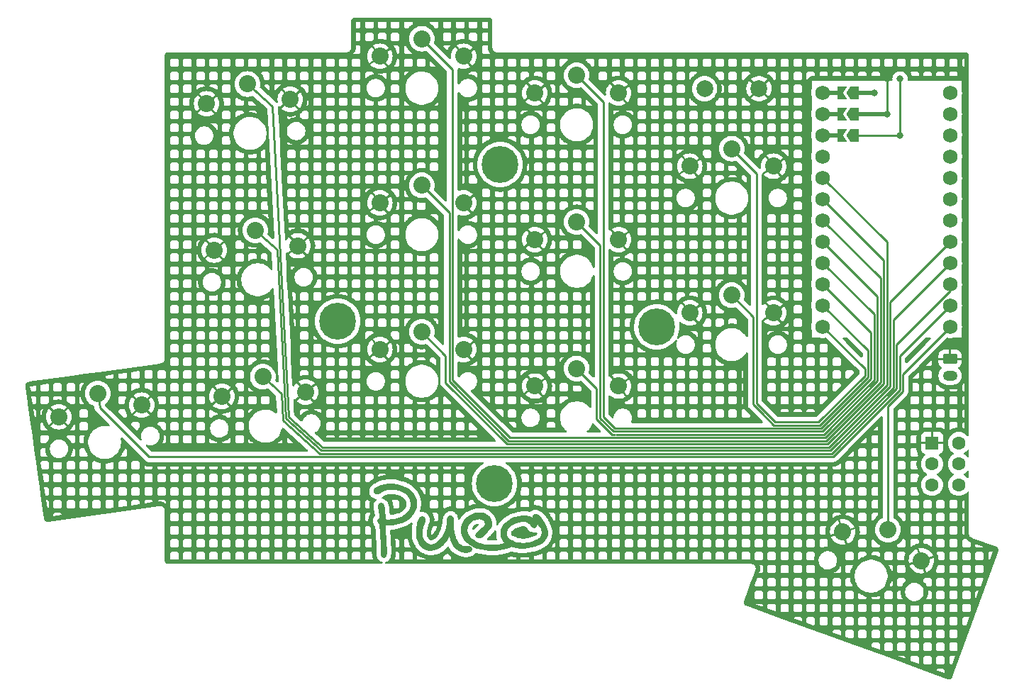
<source format=gbr>
%TF.GenerationSoftware,KiCad,Pcbnew,8.0.5*%
%TF.CreationDate,2024-09-22T11:05:02+10:00*%
%TF.ProjectId,pueo,7075656f-2e6b-4696-9361-645f70636258,0.1*%
%TF.SameCoordinates,Original*%
%TF.FileFunction,Copper,L1,Top*%
%TF.FilePolarity,Positive*%
%FSLAX46Y46*%
G04 Gerber Fmt 4.6, Leading zero omitted, Abs format (unit mm)*
G04 Created by KiCad (PCBNEW 8.0.5) date 2024-09-22 11:05:02*
%MOMM*%
%LPD*%
G01*
G04 APERTURE LIST*
G04 Aperture macros list*
%AMRoundRect*
0 Rectangle with rounded corners*
0 $1 Rounding radius*
0 $2 $3 $4 $5 $6 $7 $8 $9 X,Y pos of 4 corners*
0 Add a 4 corners polygon primitive as box body*
4,1,4,$2,$3,$4,$5,$6,$7,$8,$9,$2,$3,0*
0 Add four circle primitives for the rounded corners*
1,1,$1+$1,$2,$3*
1,1,$1+$1,$4,$5*
1,1,$1+$1,$6,$7*
1,1,$1+$1,$8,$9*
0 Add four rect primitives between the rounded corners*
20,1,$1+$1,$2,$3,$4,$5,0*
20,1,$1+$1,$4,$5,$6,$7,0*
20,1,$1+$1,$6,$7,$8,$9,0*
20,1,$1+$1,$8,$9,$2,$3,0*%
%AMFreePoly0*
4,1,6,0.500000,-0.750000,-0.650000,-0.750000,-0.150000,0.000000,-0.650000,0.750000,0.500000,0.750000,0.500000,-0.750000,0.500000,-0.750000,$1*%
%AMFreePoly1*
4,1,6,1.000000,0.000000,0.500000,-0.750000,-0.500000,-0.750000,-0.500000,0.750000,0.500000,0.750000,1.000000,0.000000,1.000000,0.000000,$1*%
G04 Aperture macros list end*
%TA.AperFunction,EtchedComponent*%
%ADD10C,0.500000*%
%TD*%
%TA.AperFunction,ComponentPad*%
%ADD11C,2.032000*%
%TD*%
%TA.AperFunction,SMDPad,CuDef*%
%ADD12FreePoly0,180.000000*%
%TD*%
%TA.AperFunction,SMDPad,CuDef*%
%ADD13R,1.524000X0.500000*%
%TD*%
%TA.AperFunction,ComponentPad*%
%ADD14C,1.752600*%
%TD*%
%TA.AperFunction,SMDPad,CuDef*%
%ADD15FreePoly1,180.000000*%
%TD*%
%TA.AperFunction,ComponentPad*%
%ADD16C,4.400000*%
%TD*%
%TA.AperFunction,ComponentPad*%
%ADD17RoundRect,0.250000X-0.625000X0.350000X-0.625000X-0.350000X0.625000X-0.350000X0.625000X0.350000X0*%
%TD*%
%TA.AperFunction,ComponentPad*%
%ADD18O,1.750000X1.200000*%
%TD*%
%TA.AperFunction,ComponentPad*%
%ADD19C,2.000000*%
%TD*%
%TA.AperFunction,ComponentPad*%
%ADD20R,1.600000X1.600000*%
%TD*%
%TA.AperFunction,ComponentPad*%
%ADD21C,1.600000*%
%TD*%
%TA.AperFunction,ViaPad*%
%ADD22C,0.800000*%
%TD*%
%TA.AperFunction,Conductor*%
%ADD23C,0.250000*%
%TD*%
%TA.AperFunction,Conductor*%
%ADD24C,0.500000*%
%TD*%
G04 APERTURE END LIST*
D10*
%TO.C,G\u002A\u002A\u002A*%
X142312507Y-98088651D02*
X142344556Y-98107432D01*
X142369142Y-98142398D01*
X142387448Y-98203129D01*
X142400655Y-98299202D01*
X142409947Y-98440199D01*
X142416505Y-98635696D01*
X142421512Y-98895274D01*
X142422821Y-98982376D01*
X142430899Y-99310151D01*
X142446846Y-99580897D01*
X142473952Y-99813839D01*
X142515507Y-100028204D01*
X142574799Y-100243216D01*
X142655120Y-100478100D01*
X142698706Y-100594628D01*
X142834753Y-100912914D01*
X142978714Y-101166076D01*
X143139718Y-101365371D01*
X143326897Y-101522058D01*
X143549379Y-101647394D01*
X143554397Y-101649725D01*
X143667296Y-101697148D01*
X143771291Y-101725638D01*
X143891715Y-101739236D01*
X144053897Y-101741981D01*
X144127330Y-101741092D01*
X144332816Y-101739959D01*
X144473604Y-101746051D01*
X144561237Y-101761838D01*
X144607260Y-101789793D01*
X144623218Y-101832388D01*
X144623871Y-101847420D01*
X144588793Y-101920838D01*
X144493283Y-101978024D01*
X144351922Y-102017173D01*
X144179296Y-102036478D01*
X143989986Y-102034134D01*
X143798578Y-102008335D01*
X143649387Y-101968100D01*
X143328645Y-101823845D01*
X143059898Y-101628194D01*
X142835439Y-101374455D01*
X142685856Y-101131355D01*
X142591768Y-100928977D01*
X142493995Y-100677092D01*
X142401074Y-100401603D01*
X142321541Y-100128411D01*
X142263933Y-99883417D01*
X142250984Y-99811917D01*
X142225531Y-99673118D01*
X142201154Y-99569199D01*
X142182257Y-99518246D01*
X142178887Y-99515902D01*
X142155895Y-99549250D01*
X142120154Y-99635905D01*
X142086368Y-99735526D01*
X141892967Y-100228976D01*
X141634568Y-100683884D01*
X141313733Y-101095982D01*
X141194123Y-101222325D01*
X140903133Y-101474005D01*
X140601028Y-101658006D01*
X140293800Y-101773910D01*
X139987446Y-101821301D01*
X139687958Y-101799761D01*
X139401331Y-101708871D01*
X139133559Y-101548215D01*
X138946096Y-101378931D01*
X138735673Y-101116709D01*
X138580864Y-100828995D01*
X138476470Y-100503033D01*
X138417291Y-100126069D01*
X138412416Y-100069737D01*
X138405310Y-99818684D01*
X138420122Y-99554071D01*
X138453911Y-99286284D01*
X138503736Y-99025707D01*
X138566654Y-98782726D01*
X138639725Y-98567723D01*
X138720006Y-98391085D01*
X138804557Y-98263196D01*
X138890434Y-98194441D01*
X138945901Y-98186426D01*
X139018017Y-98229475D01*
X139041430Y-98330685D01*
X139016176Y-98489393D01*
X138942290Y-98704936D01*
X138914542Y-98771546D01*
X138768546Y-99182636D01*
X138684794Y-99585546D01*
X138662713Y-99973193D01*
X138701730Y-100338492D01*
X138801274Y-100674359D01*
X138960770Y-100973710D01*
X139107433Y-101157361D01*
X139273602Y-101319573D01*
X139425812Y-101429035D01*
X139587025Y-101499873D01*
X139721060Y-101534783D01*
X140005189Y-101556749D01*
X140288565Y-101507979D01*
X140566725Y-101394038D01*
X140835203Y-101220490D01*
X141089533Y-100992900D01*
X141325250Y-100716833D01*
X141537888Y-100397854D01*
X141722982Y-100041527D01*
X141876067Y-99653416D01*
X141992678Y-99239088D01*
X142068349Y-98804105D01*
X142089233Y-98583598D01*
X142113866Y-98353012D01*
X142152196Y-98194448D01*
X142205753Y-98104511D01*
X142276068Y-98079807D01*
X142312507Y-98088651D01*
%TA.AperFunction,EtchedComponent*%
G36*
X142312507Y-98088651D02*
G01*
X142344556Y-98107432D01*
X142369142Y-98142398D01*
X142387448Y-98203129D01*
X142400655Y-98299202D01*
X142409947Y-98440199D01*
X142416505Y-98635696D01*
X142421512Y-98895274D01*
X142422821Y-98982376D01*
X142430899Y-99310151D01*
X142446846Y-99580897D01*
X142473952Y-99813839D01*
X142515507Y-100028204D01*
X142574799Y-100243216D01*
X142655120Y-100478100D01*
X142698706Y-100594628D01*
X142834753Y-100912914D01*
X142978714Y-101166076D01*
X143139718Y-101365371D01*
X143326897Y-101522058D01*
X143549379Y-101647394D01*
X143554397Y-101649725D01*
X143667296Y-101697148D01*
X143771291Y-101725638D01*
X143891715Y-101739236D01*
X144053897Y-101741981D01*
X144127330Y-101741092D01*
X144332816Y-101739959D01*
X144473604Y-101746051D01*
X144561237Y-101761838D01*
X144607260Y-101789793D01*
X144623218Y-101832388D01*
X144623871Y-101847420D01*
X144588793Y-101920838D01*
X144493283Y-101978024D01*
X144351922Y-102017173D01*
X144179296Y-102036478D01*
X143989986Y-102034134D01*
X143798578Y-102008335D01*
X143649387Y-101968100D01*
X143328645Y-101823845D01*
X143059898Y-101628194D01*
X142835439Y-101374455D01*
X142685856Y-101131355D01*
X142591768Y-100928977D01*
X142493995Y-100677092D01*
X142401074Y-100401603D01*
X142321541Y-100128411D01*
X142263933Y-99883417D01*
X142250984Y-99811917D01*
X142225531Y-99673118D01*
X142201154Y-99569199D01*
X142182257Y-99518246D01*
X142178887Y-99515902D01*
X142155895Y-99549250D01*
X142120154Y-99635905D01*
X142086368Y-99735526D01*
X141892967Y-100228976D01*
X141634568Y-100683884D01*
X141313733Y-101095982D01*
X141194123Y-101222325D01*
X140903133Y-101474005D01*
X140601028Y-101658006D01*
X140293800Y-101773910D01*
X139987446Y-101821301D01*
X139687958Y-101799761D01*
X139401331Y-101708871D01*
X139133559Y-101548215D01*
X138946096Y-101378931D01*
X138735673Y-101116709D01*
X138580864Y-100828995D01*
X138476470Y-100503033D01*
X138417291Y-100126069D01*
X138412416Y-100069737D01*
X138405310Y-99818684D01*
X138420122Y-99554071D01*
X138453911Y-99286284D01*
X138503736Y-99025707D01*
X138566654Y-98782726D01*
X138639725Y-98567723D01*
X138720006Y-98391085D01*
X138804557Y-98263196D01*
X138890434Y-98194441D01*
X138945901Y-98186426D01*
X139018017Y-98229475D01*
X139041430Y-98330685D01*
X139016176Y-98489393D01*
X138942290Y-98704936D01*
X138914542Y-98771546D01*
X138768546Y-99182636D01*
X138684794Y-99585546D01*
X138662713Y-99973193D01*
X138701730Y-100338492D01*
X138801274Y-100674359D01*
X138960770Y-100973710D01*
X139107433Y-101157361D01*
X139273602Y-101319573D01*
X139425812Y-101429035D01*
X139587025Y-101499873D01*
X139721060Y-101534783D01*
X140005189Y-101556749D01*
X140288565Y-101507979D01*
X140566725Y-101394038D01*
X140835203Y-101220490D01*
X141089533Y-100992900D01*
X141325250Y-100716833D01*
X141537888Y-100397854D01*
X141722982Y-100041527D01*
X141876067Y-99653416D01*
X141992678Y-99239088D01*
X142068349Y-98804105D01*
X142089233Y-98583598D01*
X142113866Y-98353012D01*
X142152196Y-98194448D01*
X142205753Y-98104511D01*
X142276068Y-98079807D01*
X142312507Y-98088651D01*
G37*
%TD.AperFunction*%
X135305701Y-94306604D02*
X135428221Y-94317610D01*
X135940626Y-94396167D01*
X136402982Y-94519770D01*
X136812642Y-94686206D01*
X137166953Y-94893262D01*
X137463268Y-95138724D01*
X137698935Y-95420380D01*
X137871305Y-95736016D01*
X137977727Y-96083418D01*
X138015552Y-96460375D01*
X138015598Y-96478534D01*
X137978407Y-96850295D01*
X137870382Y-97200418D01*
X137694908Y-97525345D01*
X137455373Y-97821516D01*
X137155161Y-98085373D01*
X136797661Y-98313357D01*
X136386257Y-98501909D01*
X135960829Y-98638077D01*
X135698815Y-98693927D01*
X135391434Y-98739323D01*
X135069366Y-98771059D01*
X134763291Y-98785930D01*
X134563157Y-98784108D01*
X134261390Y-98771090D01*
X134286082Y-99420414D01*
X134299035Y-99703207D01*
X134317374Y-100026844D01*
X134338908Y-100356152D01*
X134361448Y-100655962D01*
X134367519Y-100728423D01*
X134394645Y-101078400D01*
X134414816Y-101412778D01*
X134427899Y-101722321D01*
X134433756Y-101997791D01*
X134432252Y-102229953D01*
X134423251Y-102409568D01*
X134406617Y-102527400D01*
X134394467Y-102561993D01*
X134340123Y-102634587D01*
X134286880Y-102637602D01*
X134242337Y-102602098D01*
X134224126Y-102554518D01*
X134210776Y-102449801D01*
X134201971Y-102282737D01*
X134197396Y-102048116D01*
X134196539Y-101847737D01*
X134193433Y-101570061D01*
X134184804Y-101245283D01*
X134171724Y-100902409D01*
X134155265Y-100570444D01*
X134140726Y-100337105D01*
X134121979Y-100064702D01*
X134103319Y-99787911D01*
X134086067Y-99526768D01*
X134071549Y-99301310D01*
X134061086Y-99131572D01*
X134060911Y-99128605D01*
X134036943Y-98722210D01*
X133897099Y-98631714D01*
X133801590Y-98551970D01*
X133758245Y-98476111D01*
X133757255Y-98465176D01*
X133770288Y-98414773D01*
X133823002Y-98394743D01*
X133900488Y-98393492D01*
X134043721Y-98397849D01*
X134043575Y-98107026D01*
X134041967Y-97996702D01*
X134036154Y-97886945D01*
X134024481Y-97764871D01*
X134005294Y-97617594D01*
X133976936Y-97432229D01*
X133937754Y-97195890D01*
X133893388Y-96937725D01*
X133870937Y-96760805D01*
X133877952Y-96646924D01*
X133916126Y-96587954D01*
X133969023Y-96574850D01*
X134039100Y-96597681D01*
X134098310Y-96669244D01*
X134147679Y-96794139D01*
X134188234Y-96976970D01*
X134221002Y-97222337D01*
X134247009Y-97534844D01*
X134266901Y-97910077D01*
X134291991Y-98500493D01*
X134444773Y-98534164D01*
X134658662Y-98560251D01*
X134925265Y-98560261D01*
X135226505Y-98536821D01*
X135544306Y-98492559D01*
X135860588Y-98430103D01*
X136157275Y-98352081D01*
X136416288Y-98261121D01*
X136464195Y-98240624D01*
X136822307Y-98048537D01*
X137126598Y-97818451D01*
X137375283Y-97557200D01*
X137566576Y-97271617D01*
X137698691Y-96968536D01*
X137769842Y-96654788D01*
X137778243Y-96337208D01*
X137722109Y-96022629D01*
X137599652Y-95717884D01*
X137409088Y-95429806D01*
X137245255Y-95252234D01*
X136923927Y-94996981D01*
X136551075Y-94797502D01*
X136127763Y-94654164D01*
X135655056Y-94567334D01*
X135170488Y-94537600D01*
X134892301Y-94542043D01*
X134656872Y-94565340D01*
X134443369Y-94613547D01*
X134230962Y-94692724D01*
X133998820Y-94808928D01*
X133759502Y-94947937D01*
X133578548Y-95042930D01*
X133444286Y-95081113D01*
X133358120Y-95062240D01*
X133329975Y-95023127D01*
X133332981Y-94929162D01*
X133402393Y-94822374D01*
X133531235Y-94711181D01*
X133649748Y-94637064D01*
X134027290Y-94462068D01*
X134422210Y-94349902D01*
X134844887Y-94298702D01*
X135305701Y-94306604D01*
%TA.AperFunction,EtchedComponent*%
G36*
X135305701Y-94306604D02*
G01*
X135428221Y-94317610D01*
X135940626Y-94396167D01*
X136402982Y-94519770D01*
X136812642Y-94686206D01*
X137166953Y-94893262D01*
X137463268Y-95138724D01*
X137698935Y-95420380D01*
X137871305Y-95736016D01*
X137977727Y-96083418D01*
X138015552Y-96460375D01*
X138015598Y-96478534D01*
X137978407Y-96850295D01*
X137870382Y-97200418D01*
X137694908Y-97525345D01*
X137455373Y-97821516D01*
X137155161Y-98085373D01*
X136797661Y-98313357D01*
X136386257Y-98501909D01*
X135960829Y-98638077D01*
X135698815Y-98693927D01*
X135391434Y-98739323D01*
X135069366Y-98771059D01*
X134763291Y-98785930D01*
X134563157Y-98784108D01*
X134261390Y-98771090D01*
X134286082Y-99420414D01*
X134299035Y-99703207D01*
X134317374Y-100026844D01*
X134338908Y-100356152D01*
X134361448Y-100655962D01*
X134367519Y-100728423D01*
X134394645Y-101078400D01*
X134414816Y-101412778D01*
X134427899Y-101722321D01*
X134433756Y-101997791D01*
X134432252Y-102229953D01*
X134423251Y-102409568D01*
X134406617Y-102527400D01*
X134394467Y-102561993D01*
X134340123Y-102634587D01*
X134286880Y-102637602D01*
X134242337Y-102602098D01*
X134224126Y-102554518D01*
X134210776Y-102449801D01*
X134201971Y-102282737D01*
X134197396Y-102048116D01*
X134196539Y-101847737D01*
X134193433Y-101570061D01*
X134184804Y-101245283D01*
X134171724Y-100902409D01*
X134155265Y-100570444D01*
X134140726Y-100337105D01*
X134121979Y-100064702D01*
X134103319Y-99787911D01*
X134086067Y-99526768D01*
X134071549Y-99301310D01*
X134061086Y-99131572D01*
X134060911Y-99128605D01*
X134036943Y-98722210D01*
X133897099Y-98631714D01*
X133801590Y-98551970D01*
X133758245Y-98476111D01*
X133757255Y-98465176D01*
X133770288Y-98414773D01*
X133823002Y-98394743D01*
X133900488Y-98393492D01*
X134043721Y-98397849D01*
X134043575Y-98107026D01*
X134041967Y-97996702D01*
X134036154Y-97886945D01*
X134024481Y-97764871D01*
X134005294Y-97617594D01*
X133976936Y-97432229D01*
X133937754Y-97195890D01*
X133893388Y-96937725D01*
X133870937Y-96760805D01*
X133877952Y-96646924D01*
X133916126Y-96587954D01*
X133969023Y-96574850D01*
X134039100Y-96597681D01*
X134098310Y-96669244D01*
X134147679Y-96794139D01*
X134188234Y-96976970D01*
X134221002Y-97222337D01*
X134247009Y-97534844D01*
X134266901Y-97910077D01*
X134291991Y-98500493D01*
X134444773Y-98534164D01*
X134658662Y-98560251D01*
X134925265Y-98560261D01*
X135226505Y-98536821D01*
X135544306Y-98492559D01*
X135860588Y-98430103D01*
X136157275Y-98352081D01*
X136416288Y-98261121D01*
X136464195Y-98240624D01*
X136822307Y-98048537D01*
X137126598Y-97818451D01*
X137375283Y-97557200D01*
X137566576Y-97271617D01*
X137698691Y-96968536D01*
X137769842Y-96654788D01*
X137778243Y-96337208D01*
X137722109Y-96022629D01*
X137599652Y-95717884D01*
X137409088Y-95429806D01*
X137245255Y-95252234D01*
X136923927Y-94996981D01*
X136551075Y-94797502D01*
X136127763Y-94654164D01*
X135655056Y-94567334D01*
X135170488Y-94537600D01*
X134892301Y-94542043D01*
X134656872Y-94565340D01*
X134443369Y-94613547D01*
X134230962Y-94692724D01*
X133998820Y-94808928D01*
X133759502Y-94947937D01*
X133578548Y-95042930D01*
X133444286Y-95081113D01*
X133358120Y-95062240D01*
X133329975Y-95023127D01*
X133332981Y-94929162D01*
X133402393Y-94822374D01*
X133531235Y-94711181D01*
X133649748Y-94637064D01*
X134027290Y-94462068D01*
X134422210Y-94349902D01*
X134844887Y-94298702D01*
X135305701Y-94306604D01*
G37*
%TD.AperFunction*%
X145950594Y-97743560D02*
X146080529Y-97753551D01*
X146184901Y-97776705D01*
X146289071Y-97817580D01*
X146349605Y-97846381D01*
X146599274Y-98006615D01*
X146787503Y-98209868D01*
X146911379Y-98451612D01*
X146967985Y-98727320D01*
X146971400Y-98812439D01*
X146968703Y-98962516D01*
X146951984Y-99069750D01*
X146911326Y-99167480D01*
X146836810Y-99289047D01*
X146823697Y-99308980D01*
X146691735Y-99483302D01*
X146516323Y-99679298D01*
X146317828Y-99876658D01*
X146116618Y-100055071D01*
X145942125Y-100188092D01*
X145795213Y-100271051D01*
X145664636Y-100313090D01*
X145565449Y-100311013D01*
X145520123Y-100277641D01*
X145502417Y-100201324D01*
X145539883Y-100110896D01*
X145636628Y-100000935D01*
X145796761Y-99866019D01*
X145878579Y-99804514D01*
X146176606Y-99568462D01*
X146402385Y-99349620D01*
X146557371Y-99145109D01*
X146643017Y-98952050D01*
X146660777Y-98767565D01*
X146612107Y-98588776D01*
X146548535Y-98478551D01*
X146380702Y-98278647D01*
X146192807Y-98141643D01*
X145974521Y-98063571D01*
X145715512Y-98040460D01*
X145460252Y-98060440D01*
X145105086Y-98141618D01*
X144796613Y-98283195D01*
X144535037Y-98485031D01*
X144320558Y-98746985D01*
X144213876Y-98934337D01*
X144147679Y-99072593D01*
X144105688Y-99180382D01*
X144082414Y-99283462D01*
X144072366Y-99407595D01*
X144070055Y-99578541D01*
X144070037Y-99609313D01*
X144072254Y-99794492D01*
X144081784Y-99927361D01*
X144102939Y-100031941D01*
X144140034Y-100132252D01*
X144178773Y-100214788D01*
X144361989Y-100504458D01*
X144612136Y-100769923D01*
X144922389Y-101006873D01*
X145285925Y-101210996D01*
X145695918Y-101377982D01*
X146145545Y-101503521D01*
X146255215Y-101526347D01*
X146520474Y-101564542D01*
X146841117Y-101585553D01*
X147163871Y-101590456D01*
X147630290Y-101577853D01*
X148037043Y-101540968D01*
X148397619Y-101477534D01*
X148725503Y-101385281D01*
X148984882Y-101284144D01*
X149201682Y-101188606D01*
X148956675Y-100959415D01*
X148729216Y-100708862D01*
X148591920Y-100486978D01*
X148533756Y-100363007D01*
X148499575Y-100264444D01*
X148484521Y-100163940D01*
X148483739Y-100034147D01*
X148489224Y-99908464D01*
X148520490Y-99641138D01*
X148590835Y-99413092D01*
X148709907Y-99204011D01*
X148887352Y-98993580D01*
X148956772Y-98923872D01*
X149261219Y-98669399D01*
X149603192Y-98466381D01*
X149997645Y-98306088D01*
X150036870Y-98293253D01*
X150496727Y-98171700D01*
X150919654Y-98114952D01*
X151308854Y-98122815D01*
X151665097Y-98194360D01*
X151887655Y-98286476D01*
X152081835Y-98414574D01*
X152235974Y-98567006D01*
X152338408Y-98732127D01*
X152377474Y-98898287D01*
X152377555Y-98905829D01*
X152355255Y-99036119D01*
X152298198Y-99107256D01*
X152221155Y-99115067D01*
X152138893Y-99055379D01*
X152093515Y-98986086D01*
X152039922Y-98902908D01*
X151955192Y-98791736D01*
X151882249Y-98704979D01*
X151770581Y-98592256D01*
X151657351Y-98517168D01*
X151508665Y-98458345D01*
X151473335Y-98447160D01*
X151153160Y-98384646D01*
X150802919Y-98379909D01*
X150437607Y-98429037D01*
X150072216Y-98528121D01*
X149721740Y-98673249D01*
X149401173Y-98860512D01*
X149163807Y-99049521D01*
X148959887Y-99269370D01*
X148824519Y-99493592D01*
X148750628Y-99737333D01*
X148730848Y-99976356D01*
X148733496Y-100133125D01*
X148748276Y-100244787D01*
X148783559Y-100342534D01*
X148847716Y-100457558D01*
X148869548Y-100493154D01*
X148973396Y-100639409D01*
X149097498Y-100783961D01*
X149186895Y-100870438D01*
X149305414Y-100961706D01*
X149403199Y-101008163D01*
X149509291Y-101022944D01*
X149524676Y-101023220D01*
X149627650Y-101030037D01*
X149674412Y-101054473D01*
X149684773Y-101101015D01*
X149722098Y-101164551D01*
X149830674Y-101223924D01*
X150005400Y-101277475D01*
X150241177Y-101323548D01*
X150458911Y-101352637D01*
X151007843Y-101376582D01*
X151548417Y-101324899D01*
X152077132Y-101198196D01*
X152590487Y-100997082D01*
X152638802Y-100973898D01*
X152918898Y-100809549D01*
X153132819Y-100619575D01*
X153288628Y-100396366D01*
X153321929Y-100329086D01*
X153377244Y-100192247D01*
X153402512Y-100072658D01*
X153404275Y-99931501D01*
X153400192Y-99864805D01*
X153343908Y-99557756D01*
X153221827Y-99236089D01*
X153040056Y-98910976D01*
X152804704Y-98593587D01*
X152563808Y-98335044D01*
X152418789Y-98185754D01*
X152332963Y-98074344D01*
X152303006Y-97994794D01*
X152325593Y-97941081D01*
X152340292Y-97930214D01*
X152403225Y-97920190D01*
X152488595Y-97930011D01*
X152631847Y-97994480D01*
X152788079Y-98121075D01*
X152950369Y-98298165D01*
X153111794Y-98514124D01*
X153265433Y-98757322D01*
X153404364Y-99016131D01*
X153521665Y-99278924D01*
X153610413Y-99534071D01*
X153663687Y-99769944D01*
X153676202Y-99925085D01*
X153639955Y-100190118D01*
X153537036Y-100452094D01*
X153376179Y-100695719D01*
X153166116Y-100905699D01*
X153079008Y-100970884D01*
X152748375Y-101160128D01*
X152363654Y-101315849D01*
X151940376Y-101435966D01*
X151494074Y-101518397D01*
X151040278Y-101561062D01*
X150594521Y-101561879D01*
X150172334Y-101518768D01*
X149789249Y-101429647D01*
X149750059Y-101416911D01*
X149486921Y-101328657D01*
X149242088Y-101438990D01*
X148918321Y-101559406D01*
X148537932Y-101658182D01*
X148118129Y-101733299D01*
X147676116Y-101782733D01*
X147229102Y-101804466D01*
X146794293Y-101796474D01*
X146457255Y-101766109D01*
X145967553Y-101676653D01*
X145510329Y-101540094D01*
X145092309Y-101360376D01*
X144720221Y-101141441D01*
X144400791Y-100887234D01*
X144140746Y-100601698D01*
X143950718Y-100296732D01*
X143884381Y-100158986D01*
X143841625Y-100052652D01*
X143817351Y-99953311D01*
X143806460Y-99836547D01*
X143803851Y-99677941D01*
X143803995Y-99594140D01*
X143806654Y-99404171D01*
X143816362Y-99264427D01*
X143837934Y-99148778D01*
X143876180Y-99031092D01*
X143933505Y-98890878D01*
X144114033Y-98559601D01*
X144348365Y-98280414D01*
X144631855Y-98056226D01*
X144959856Y-97889942D01*
X145327723Y-97784470D01*
X145730808Y-97742715D01*
X145769736Y-97742175D01*
X145950594Y-97743560D01*
%TA.AperFunction,EtchedComponent*%
G36*
X145950594Y-97743560D02*
G01*
X146080529Y-97753551D01*
X146184901Y-97776705D01*
X146289071Y-97817580D01*
X146349605Y-97846381D01*
X146599274Y-98006615D01*
X146787503Y-98209868D01*
X146911379Y-98451612D01*
X146967985Y-98727320D01*
X146971400Y-98812439D01*
X146968703Y-98962516D01*
X146951984Y-99069750D01*
X146911326Y-99167480D01*
X146836810Y-99289047D01*
X146823697Y-99308980D01*
X146691735Y-99483302D01*
X146516323Y-99679298D01*
X146317828Y-99876658D01*
X146116618Y-100055071D01*
X145942125Y-100188092D01*
X145795213Y-100271051D01*
X145664636Y-100313090D01*
X145565449Y-100311013D01*
X145520123Y-100277641D01*
X145502417Y-100201324D01*
X145539883Y-100110896D01*
X145636628Y-100000935D01*
X145796761Y-99866019D01*
X145878579Y-99804514D01*
X146176606Y-99568462D01*
X146402385Y-99349620D01*
X146557371Y-99145109D01*
X146643017Y-98952050D01*
X146660777Y-98767565D01*
X146612107Y-98588776D01*
X146548535Y-98478551D01*
X146380702Y-98278647D01*
X146192807Y-98141643D01*
X145974521Y-98063571D01*
X145715512Y-98040460D01*
X145460252Y-98060440D01*
X145105086Y-98141618D01*
X144796613Y-98283195D01*
X144535037Y-98485031D01*
X144320558Y-98746985D01*
X144213876Y-98934337D01*
X144147679Y-99072593D01*
X144105688Y-99180382D01*
X144082414Y-99283462D01*
X144072366Y-99407595D01*
X144070055Y-99578541D01*
X144070037Y-99609313D01*
X144072254Y-99794492D01*
X144081784Y-99927361D01*
X144102939Y-100031941D01*
X144140034Y-100132252D01*
X144178773Y-100214788D01*
X144361989Y-100504458D01*
X144612136Y-100769923D01*
X144922389Y-101006873D01*
X145285925Y-101210996D01*
X145695918Y-101377982D01*
X146145545Y-101503521D01*
X146255215Y-101526347D01*
X146520474Y-101564542D01*
X146841117Y-101585553D01*
X147163871Y-101590456D01*
X147630290Y-101577853D01*
X148037043Y-101540968D01*
X148397619Y-101477534D01*
X148725503Y-101385281D01*
X148984882Y-101284144D01*
X149201682Y-101188606D01*
X148956675Y-100959415D01*
X148729216Y-100708862D01*
X148591920Y-100486978D01*
X148533756Y-100363007D01*
X148499575Y-100264444D01*
X148484521Y-100163940D01*
X148483739Y-100034147D01*
X148489224Y-99908464D01*
X148520490Y-99641138D01*
X148590835Y-99413092D01*
X148709907Y-99204011D01*
X148887352Y-98993580D01*
X148956772Y-98923872D01*
X149261219Y-98669399D01*
X149603192Y-98466381D01*
X149997645Y-98306088D01*
X150036870Y-98293253D01*
X150496727Y-98171700D01*
X150919654Y-98114952D01*
X151308854Y-98122815D01*
X151665097Y-98194360D01*
X151887655Y-98286476D01*
X152081835Y-98414574D01*
X152235974Y-98567006D01*
X152338408Y-98732127D01*
X152377474Y-98898287D01*
X152377555Y-98905829D01*
X152355255Y-99036119D01*
X152298198Y-99107256D01*
X152221155Y-99115067D01*
X152138893Y-99055379D01*
X152093515Y-98986086D01*
X152039922Y-98902908D01*
X151955192Y-98791736D01*
X151882249Y-98704979D01*
X151770581Y-98592256D01*
X151657351Y-98517168D01*
X151508665Y-98458345D01*
X151473335Y-98447160D01*
X151153160Y-98384646D01*
X150802919Y-98379909D01*
X150437607Y-98429037D01*
X150072216Y-98528121D01*
X149721740Y-98673249D01*
X149401173Y-98860512D01*
X149163807Y-99049521D01*
X148959887Y-99269370D01*
X148824519Y-99493592D01*
X148750628Y-99737333D01*
X148730848Y-99976356D01*
X148733496Y-100133125D01*
X148748276Y-100244787D01*
X148783559Y-100342534D01*
X148847716Y-100457558D01*
X148869548Y-100493154D01*
X148973396Y-100639409D01*
X149097498Y-100783961D01*
X149186895Y-100870438D01*
X149305414Y-100961706D01*
X149403199Y-101008163D01*
X149509291Y-101022944D01*
X149524676Y-101023220D01*
X149627650Y-101030037D01*
X149674412Y-101054473D01*
X149684773Y-101101015D01*
X149722098Y-101164551D01*
X149830674Y-101223924D01*
X150005400Y-101277475D01*
X150241177Y-101323548D01*
X150458911Y-101352637D01*
X151007843Y-101376582D01*
X151548417Y-101324899D01*
X152077132Y-101198196D01*
X152590487Y-100997082D01*
X152638802Y-100973898D01*
X152918898Y-100809549D01*
X153132819Y-100619575D01*
X153288628Y-100396366D01*
X153321929Y-100329086D01*
X153377244Y-100192247D01*
X153402512Y-100072658D01*
X153404275Y-99931501D01*
X153400192Y-99864805D01*
X153343908Y-99557756D01*
X153221827Y-99236089D01*
X153040056Y-98910976D01*
X152804704Y-98593587D01*
X152563808Y-98335044D01*
X152418789Y-98185754D01*
X152332963Y-98074344D01*
X152303006Y-97994794D01*
X152325593Y-97941081D01*
X152340292Y-97930214D01*
X152403225Y-97920190D01*
X152488595Y-97930011D01*
X152631847Y-97994480D01*
X152788079Y-98121075D01*
X152950369Y-98298165D01*
X153111794Y-98514124D01*
X153265433Y-98757322D01*
X153404364Y-99016131D01*
X153521665Y-99278924D01*
X153610413Y-99534071D01*
X153663687Y-99769944D01*
X153676202Y-99925085D01*
X153639955Y-100190118D01*
X153537036Y-100452094D01*
X153376179Y-100695719D01*
X153166116Y-100905699D01*
X153079008Y-100970884D01*
X152748375Y-101160128D01*
X152363654Y-101315849D01*
X151940376Y-101435966D01*
X151494074Y-101518397D01*
X151040278Y-101561062D01*
X150594521Y-101561879D01*
X150172334Y-101518768D01*
X149789249Y-101429647D01*
X149750059Y-101416911D01*
X149486921Y-101328657D01*
X149242088Y-101438990D01*
X148918321Y-101559406D01*
X148537932Y-101658182D01*
X148118129Y-101733299D01*
X147676116Y-101782733D01*
X147229102Y-101804466D01*
X146794293Y-101796474D01*
X146457255Y-101766109D01*
X145967553Y-101676653D01*
X145510329Y-101540094D01*
X145092309Y-101360376D01*
X144720221Y-101141441D01*
X144400791Y-100887234D01*
X144140746Y-100601698D01*
X143950718Y-100296732D01*
X143884381Y-100158986D01*
X143841625Y-100052652D01*
X143817351Y-99953311D01*
X143806460Y-99836547D01*
X143803851Y-99677941D01*
X143803995Y-99594140D01*
X143806654Y-99404171D01*
X143816362Y-99264427D01*
X143837934Y-99148778D01*
X143876180Y-99031092D01*
X143933505Y-98890878D01*
X144114033Y-98559601D01*
X144348365Y-98280414D01*
X144631855Y-98056226D01*
X144959856Y-97889942D01*
X145327723Y-97784470D01*
X145730808Y-97742715D01*
X145769736Y-97742175D01*
X145950594Y-97743560D01*
G37*
%TD.AperFunction*%
%TD*%
D11*
%TO.P,S13,1*%
%TO.N,GND*%
X189096217Y-99805473D03*
X198493144Y-103225675D03*
%TO.P,S13,2*%
%TO.N,P10*%
X194512923Y-99542220D03*
%TD*%
%TO.P,S5,1*%
%TO.N,GND*%
X133845007Y-78011405D03*
X143845007Y-78011405D03*
%TO.P,S5,2*%
%TO.N,P2*%
X138845007Y-75911405D03*
%TD*%
%TO.P,S9,1*%
%TO.N,GND*%
X152345001Y-64886408D03*
X162345001Y-64886408D03*
%TO.P,S9,2*%
%TO.N,P6*%
X157345001Y-62786408D03*
%TD*%
%TO.P,S3,1*%
%TO.N,GND*%
X114072735Y-66150461D03*
X124059030Y-65627101D03*
%TO.P,S3,2*%
%TO.N,P15*%
X118955977Y-63791659D03*
%TD*%
%TO.P,S2,1*%
%TO.N,GND*%
X114988616Y-83626480D03*
X124974911Y-83103120D03*
%TO.P,S2,2*%
%TO.N,P14*%
X119871858Y-81267678D03*
%TD*%
D12*
%TO.P,MCU1,*%
%TO.N,*%
X189020007Y-47341408D03*
D13*
X188095008Y-47341409D03*
D14*
X186725014Y-47341410D03*
X201965003Y-47341412D03*
D12*
X189020007Y-49881409D03*
D13*
X188095006Y-49881409D03*
D14*
%TO.N,GND*%
X186725007Y-49881409D03*
X201965007Y-49881410D03*
%TO.N,*%
X186725008Y-52421408D03*
X201965009Y-52421409D03*
D12*
X189020008Y-52421409D03*
D13*
X188095006Y-52421409D03*
D14*
X201965008Y-54961411D03*
X186725007Y-54961411D03*
D15*
%TO.P,MCU1,1*%
%TO.N,RAW*%
X190470004Y-47341408D03*
%TO.P,MCU1,2*%
%TO.N,GND*%
X190470007Y-49881408D03*
%TO.P,MCU1,3*%
%TO.N,RST*%
X190470007Y-52421409D03*
D14*
%TO.P,MCU1,5*%
%TO.N,P21*%
X201965007Y-57501409D03*
%TO.P,MCU1,6*%
%TO.N,P20*%
X201965007Y-60041408D03*
%TO.P,MCU1,7*%
%TO.N,P19*%
X201965007Y-62581410D03*
%TO.P,MCU1,8*%
%TO.N,P18*%
X201965008Y-65121410D03*
%TO.P,MCU1,9*%
%TO.N,P15*%
X201965007Y-67661407D03*
%TO.P,MCU1,10*%
%TO.N,P14*%
X201965006Y-70201410D03*
%TO.P,MCU1,11*%
%TO.N,P16*%
X201965007Y-72741409D03*
%TO.P,MCU1,12*%
%TO.N,P10*%
X201965000Y-75281408D03*
%TO.P,MCU1,17*%
%TO.N,P2*%
X186725006Y-57501408D03*
%TO.P,MCU1,18*%
%TO.N,P3*%
X186725007Y-60041408D03*
%TO.P,MCU1,19*%
%TO.N,P4*%
X186725007Y-62581410D03*
%TO.P,MCU1,20*%
%TO.N,P5*%
X186725007Y-65121409D03*
%TO.P,MCU1,21*%
%TO.N,P6*%
X186725006Y-67661407D03*
%TO.P,MCU1,22*%
%TO.N,P7*%
X186725005Y-70201409D03*
%TO.P,MCU1,23*%
%TO.N,P8*%
X186725007Y-72741408D03*
%TO.P,MCU1,24*%
%TO.N,P9*%
X186725011Y-75281406D03*
%TD*%
D11*
%TO.P,S1,1*%
%TO.N,GND*%
X95501524Y-86049201D03*
X105404205Y-84657474D03*
%TO.P,S1,2*%
%TO.N,P16*%
X100160601Y-83273776D03*
%TD*%
D16*
%TO.P,REF\u002A\u002A,1*%
%TO.N,N/C*%
X128814384Y-74643939D03*
X148193951Y-55929308D03*
X147529015Y-94023506D03*
X166908582Y-75308875D03*
%TD*%
D11*
%TO.P,S10,1*%
%TO.N,GND*%
X152345007Y-47386409D03*
X162345007Y-47386409D03*
%TO.P,S10,2*%
%TO.N,P7*%
X157345007Y-45286409D03*
%TD*%
%TO.P,S4,1*%
%TO.N,GND*%
X113156856Y-48674442D03*
X123143151Y-48151082D03*
%TO.P,S4,2*%
%TO.N,P18*%
X118040098Y-46315640D03*
%TD*%
D17*
%TO.P,J6,1,Pin_1*%
%TO.N,GND*%
X201919596Y-79136247D03*
D18*
%TO.P,J6,2,Pin_2*%
%TO.N,bat+*%
X201919593Y-81136247D03*
%TD*%
D19*
%TO.P,SW16,1,1*%
%TO.N,RST*%
X172605597Y-46874244D03*
%TO.P,SW16,2,2*%
%TO.N,GND*%
X179105597Y-46874244D03*
%TD*%
D11*
%TO.P,S8,1*%
%TO.N,GND*%
X152345003Y-82386403D03*
X162345003Y-82386403D03*
%TO.P,S8,2*%
%TO.N,P5*%
X157345003Y-80286403D03*
%TD*%
%TO.P,S12,1*%
%TO.N,GND*%
X170845001Y-56136406D03*
X180845001Y-56136406D03*
%TO.P,S12,2*%
%TO.N,P9*%
X175845001Y-54036406D03*
%TD*%
%TO.P,S11,1*%
%TO.N,GND*%
X170845005Y-73636403D03*
X180845005Y-73636403D03*
%TO.P,S11,2*%
%TO.N,P8*%
X175845005Y-71536403D03*
%TD*%
%TO.P,S6,1*%
%TO.N,GND*%
X133845003Y-60511406D03*
X143845003Y-60511406D03*
%TO.P,S6,2*%
%TO.N,P3*%
X138845003Y-58411406D03*
%TD*%
%TO.P,S7,1*%
%TO.N,GND*%
X133845005Y-43011406D03*
X143845005Y-43011406D03*
%TO.P,S7,2*%
%TO.N,P4*%
X138845005Y-40911406D03*
%TD*%
D20*
%TO.P,on/off,1*%
%TO.N,GND*%
X199768600Y-89177738D03*
D21*
%TO.P,on/off,2*%
%TO.N,bat+*%
X199768593Y-91677739D03*
%TO.P,on/off,3*%
%TO.N,RAW*%
X199768608Y-94177738D03*
%TO.P,on/off,4*%
%TO.N,N/C*%
X202968610Y-89177730D03*
%TO.P,on/off,5*%
X202968605Y-91677738D03*
%TO.P,on/off,6*%
X202968594Y-94177737D03*
%TD*%
D22*
%TO.N,RAW*%
X192849289Y-47369523D03*
%TO.N,GND*%
X194391290Y-49881401D03*
X194391288Y-45715551D03*
%TO.N,RST*%
X195948594Y-45708243D03*
X195949289Y-52421407D03*
%TD*%
D23*
%TO.N,P2*%
X141699288Y-78765691D02*
X138845008Y-75911406D01*
X194385130Y-82252693D02*
X187322449Y-89315372D01*
X149043312Y-89315372D02*
X141699288Y-81971348D01*
X186725008Y-57501405D02*
X194385129Y-65161530D01*
X141699288Y-81971348D02*
X141699288Y-78765691D01*
X149699288Y-89315369D02*
X149043312Y-89315372D01*
X194385129Y-65161530D02*
X194385130Y-82252693D01*
X187322449Y-89315372D02*
X149699288Y-89315369D01*
%TO.N,P6*%
X160120596Y-86209532D02*
X161718438Y-87807371D01*
X186697812Y-87807374D02*
X192877131Y-81628057D01*
X162193470Y-87807375D02*
X186697812Y-87807374D01*
X192877126Y-73813533D02*
X186725006Y-67661406D01*
X157345005Y-62786411D02*
X160120596Y-65562003D01*
X160120596Y-65562003D02*
X160120596Y-86209532D01*
X161718438Y-87807371D02*
X162193470Y-87807373D01*
X192877131Y-81628057D02*
X192877126Y-73813533D01*
%TO.N,P4*%
X149355629Y-88561370D02*
X142504007Y-81709746D01*
X193631130Y-81940372D02*
X187010128Y-88561370D01*
X142504005Y-44570406D02*
X138845007Y-40911404D01*
X142504007Y-81709746D02*
X142504005Y-44570406D01*
X187010128Y-88561370D02*
X149355629Y-88561370D01*
X186725005Y-62581408D02*
X193631130Y-69487536D01*
X193631130Y-69487536D02*
X193631130Y-81940372D01*
%TO.N,P3*%
X186725002Y-60041407D02*
X194008130Y-67324533D01*
X142127006Y-81865907D02*
X149199471Y-88938370D01*
X194008130Y-82096535D02*
X187166289Y-88938371D01*
X138845006Y-58411411D02*
X142127006Y-61693408D01*
X194008130Y-67324533D02*
X194008130Y-82096535D01*
X149199471Y-88938370D02*
X149599293Y-88938371D01*
X187166289Y-88938371D02*
X149599293Y-88938371D01*
X142127006Y-61693408D02*
X142127006Y-81865907D01*
%TO.N,P5*%
X161562277Y-88184373D02*
X161900595Y-88184374D01*
X159726597Y-86003242D02*
X159726594Y-86348689D01*
X157345005Y-80286404D02*
X159726595Y-82667997D01*
X159726594Y-86348689D02*
X161562277Y-88184373D01*
X186725006Y-65121407D02*
X193254128Y-71650534D01*
X193254128Y-71650534D02*
X193254132Y-81784215D01*
X193254132Y-81784215D02*
X186853970Y-88184370D01*
X159726595Y-82667997D02*
X159726597Y-86003242D01*
X186853970Y-88184370D02*
X162037308Y-88184378D01*
%TO.N,P7*%
X192500127Y-75976534D02*
X186725001Y-70201407D01*
X162349631Y-87430372D02*
X186541654Y-87430378D01*
X157345006Y-45286409D02*
X160510594Y-48451998D01*
X192500129Y-81471898D02*
X192500127Y-75976534D01*
X160510596Y-86066375D02*
X161874596Y-87430372D01*
X161874596Y-87430372D02*
X162349631Y-87430372D01*
X160510594Y-48451998D02*
X160510596Y-86066375D01*
X186541654Y-87430378D02*
X192500129Y-81471898D01*
%TO.N,P8*%
X179385723Y-85539117D02*
X178414597Y-84567991D01*
X192123128Y-78139534D02*
X186725000Y-72741404D01*
X178414597Y-84567991D02*
X178414597Y-74105996D01*
X192123129Y-81315745D02*
X192123128Y-78139534D01*
X180899975Y-87053375D02*
X186385497Y-87053372D01*
X186385497Y-87053372D02*
X192123129Y-81315745D01*
X179385723Y-85539117D02*
X180899975Y-87053375D01*
X175845004Y-71536405D02*
X178414597Y-74105996D01*
D24*
%TO.N,RAW*%
X190463648Y-47369526D02*
X192849289Y-47369523D01*
%TO.N,GND*%
X190470005Y-49881407D02*
X194387168Y-49881405D01*
D23*
X194391290Y-49881401D02*
X194391288Y-45715551D01*
X194387168Y-49881405D02*
X194387290Y-49881527D01*
%TO.N,RST*%
X190470004Y-52421405D02*
X190402366Y-52395441D01*
X195948595Y-52420714D02*
X195948594Y-45708243D01*
X195949289Y-52421407D02*
X195948595Y-52420714D01*
X190470006Y-52421407D02*
X195949289Y-52421407D01*
%TO.N,P18*%
X194762130Y-72324285D02*
X194762131Y-79176399D01*
X125667726Y-88521898D02*
X122976443Y-86098654D01*
X201965005Y-65121411D02*
X194762130Y-72324285D01*
X187478606Y-89692374D02*
X148620314Y-89692373D01*
X194762131Y-79176399D02*
X194762129Y-79176399D01*
X125674196Y-88521560D02*
X125667726Y-88521898D01*
X194762129Y-82408847D02*
X187478606Y-89692374D01*
X148620314Y-89692373D02*
X126974513Y-89692367D01*
X194762129Y-79176399D02*
X194762129Y-82408847D01*
X121032718Y-49010207D02*
X118040102Y-46315641D01*
X126974513Y-89692367D02*
X125674196Y-88521560D01*
X122976443Y-86098654D02*
X121032718Y-49010207D01*
%TO.N,P15*%
X122608132Y-86274330D02*
X126810399Y-90058070D01*
X187634768Y-90069374D02*
X195139131Y-82565002D01*
X148433094Y-90069373D02*
X126821703Y-90069377D01*
X122608132Y-86274330D02*
X121552385Y-66129476D01*
X118955977Y-63791654D02*
X121552387Y-66129474D01*
X121552385Y-66129476D02*
X121552387Y-66129474D01*
X126821703Y-90069377D02*
X126810399Y-90058070D01*
X195139131Y-82565002D02*
X195139130Y-74487278D01*
X195139130Y-74487278D02*
X201965004Y-67661401D01*
X148433094Y-90069373D02*
X187634768Y-90069374D01*
%TO.N,P14*%
X195532116Y-82705181D02*
X187790925Y-90446371D01*
X201965001Y-71042511D02*
X195532118Y-77475394D01*
X187790925Y-90446371D02*
X185758120Y-90446372D01*
X119871853Y-81267675D02*
X122072051Y-83248740D01*
X195532118Y-77475394D02*
X195532119Y-82589399D01*
X185758120Y-90446372D02*
X148265091Y-90446373D01*
X126672441Y-90446372D02*
X126669177Y-90449639D01*
X122072051Y-83248740D02*
X122240451Y-86461987D01*
X201965003Y-70201409D02*
X201965001Y-71042511D01*
X148265091Y-90446373D02*
X126672441Y-90446372D01*
X195532119Y-82589399D02*
X195532116Y-82705181D01*
X122240451Y-86461987D02*
X126669177Y-90449639D01*
%TO.N,P16*%
X104942844Y-89492859D02*
X106276620Y-90826635D01*
X187947081Y-90823375D02*
X195909119Y-82861336D01*
X148039833Y-90826638D02*
X148043097Y-90823374D01*
X108859875Y-90826635D02*
X148039833Y-90826638D01*
X108659872Y-90826636D02*
X108859875Y-90826635D01*
X106276619Y-90826634D02*
X104942844Y-89492859D01*
X100409551Y-84959568D02*
X104942844Y-89492859D01*
X108659872Y-90826636D02*
X106276619Y-90826634D01*
X201965002Y-72741406D02*
X195909119Y-78797292D01*
X148043097Y-90823374D02*
X187947081Y-90823375D01*
X106276620Y-90826635D02*
X108859875Y-90826635D01*
X100160600Y-83273774D02*
X100396099Y-84949430D01*
X195909119Y-78797292D02*
X195909119Y-82861336D01*
X100396099Y-84949430D02*
X100409551Y-84959568D01*
%TO.N,P10*%
X199365227Y-77881179D02*
X196286119Y-80960283D01*
X201965001Y-75281410D02*
X199365227Y-77881179D01*
X196286119Y-80960283D02*
X196286118Y-83017494D01*
X194512923Y-84790692D02*
X194512920Y-99542222D01*
X196286118Y-83017494D02*
X194512923Y-84790692D01*
%TO.N,P9*%
X178824596Y-84444834D02*
X181056136Y-86676371D01*
X186740167Y-75281409D02*
X186725000Y-75281401D01*
X175845000Y-54036407D02*
X178824596Y-57016002D01*
X186229340Y-86676368D02*
X191746127Y-81159581D01*
X181056136Y-86676371D02*
X182004288Y-86676368D01*
X178824595Y-84444833D02*
X178824596Y-84444834D01*
X186725000Y-75281401D02*
X186883969Y-75440372D01*
X178824596Y-57016002D02*
X178824595Y-84444833D01*
X191746127Y-81159581D02*
X191746130Y-80287367D01*
X182004288Y-86676368D02*
X186229340Y-86676368D01*
X191746130Y-80287367D02*
X186740167Y-75281409D01*
%TD*%
%TA.AperFunction,Conductor*%
%TO.N,GND*%
G36*
X146853064Y-38387967D02*
G01*
X146866239Y-38389701D01*
X146938693Y-38399241D01*
X146969948Y-38407616D01*
X147042175Y-38437535D01*
X147070203Y-38453718D01*
X147132216Y-38501304D01*
X147155104Y-38524192D01*
X147202689Y-38586208D01*
X147218874Y-38614243D01*
X147248785Y-38686459D01*
X147257163Y-38717728D01*
X147268447Y-38803460D01*
X147269507Y-38819641D01*
X147269504Y-41885015D01*
X147269497Y-41885037D01*
X147269501Y-41885038D01*
X147269483Y-42001241D01*
X147269483Y-42001246D01*
X147298328Y-42127694D01*
X147298328Y-42127695D01*
X147354595Y-42244556D01*
X147354596Y-42244558D01*
X147417262Y-42323138D01*
X147435457Y-42345954D01*
X147507121Y-42403100D01*
X147536863Y-42426817D01*
X147576767Y-42446028D01*
X147653721Y-42483078D01*
X147780172Y-42511919D01*
X147831701Y-42511909D01*
X147852620Y-42511906D01*
X147852620Y-42511909D01*
X147852636Y-42511905D01*
X203747682Y-42511903D01*
X203749344Y-42511903D01*
X203765540Y-42512966D01*
X203851173Y-42524255D01*
X203882420Y-42532632D01*
X203954646Y-42562557D01*
X203982670Y-42578740D01*
X204044687Y-42626331D01*
X204067571Y-42649215D01*
X204115161Y-42711232D01*
X204131344Y-42739258D01*
X204161265Y-42811476D01*
X204169644Y-42842732D01*
X204180942Y-42928433D01*
X204182006Y-42944640D01*
X204182006Y-88241266D01*
X204162321Y-88308305D01*
X204109517Y-88354060D01*
X204040359Y-88364004D01*
X203976803Y-88334979D01*
X203970325Y-88328947D01*
X203812914Y-88171536D01*
X203812910Y-88171532D01*
X203625359Y-88040207D01*
X203604658Y-88030554D01*
X203417859Y-87943448D01*
X203417848Y-87943444D01*
X203196699Y-87884187D01*
X203196691Y-87884186D01*
X202968612Y-87864232D01*
X202968608Y-87864232D01*
X202740528Y-87884186D01*
X202740520Y-87884187D01*
X202519371Y-87943444D01*
X202519360Y-87943448D01*
X202311864Y-88040205D01*
X202311862Y-88040206D01*
X202311861Y-88040207D01*
X202124310Y-88171532D01*
X202124308Y-88171533D01*
X202124305Y-88171536D01*
X201962416Y-88333425D01*
X201962413Y-88333428D01*
X201962412Y-88333430D01*
X201947967Y-88354060D01*
X201831086Y-88520982D01*
X201831085Y-88520984D01*
X201734328Y-88728480D01*
X201734324Y-88728491D01*
X201675067Y-88949640D01*
X201675066Y-88949648D01*
X201655112Y-89177728D01*
X201655112Y-89177731D01*
X201675066Y-89405811D01*
X201675067Y-89405819D01*
X201734324Y-89626968D01*
X201734328Y-89626979D01*
X201812737Y-89795128D01*
X201831087Y-89834479D01*
X201962412Y-90022030D01*
X202124310Y-90183928D01*
X202311861Y-90315253D01*
X202312059Y-90315345D01*
X202312131Y-90315409D01*
X202316547Y-90317958D01*
X202316034Y-90318845D01*
X202364503Y-90361512D01*
X202383662Y-90428703D01*
X202363453Y-90495586D01*
X202316055Y-90536667D01*
X202316542Y-90537510D01*
X202312172Y-90540032D01*
X202312089Y-90540105D01*
X202311870Y-90540207D01*
X202311857Y-90540214D01*
X202306740Y-90543797D01*
X202124305Y-90671540D01*
X202124303Y-90671541D01*
X202124300Y-90671544D01*
X201962411Y-90833433D01*
X201962408Y-90833436D01*
X201962407Y-90833438D01*
X201928058Y-90882494D01*
X201831081Y-91020990D01*
X201831080Y-91020992D01*
X201734323Y-91228488D01*
X201734319Y-91228499D01*
X201675062Y-91449648D01*
X201675061Y-91449656D01*
X201655107Y-91677736D01*
X201655107Y-91677739D01*
X201675061Y-91905819D01*
X201675062Y-91905827D01*
X201734319Y-92126976D01*
X201734323Y-92126987D01*
X201814098Y-92298064D01*
X201831082Y-92334487D01*
X201962407Y-92522038D01*
X202124305Y-92683936D01*
X202311856Y-92815261D01*
X202312043Y-92815348D01*
X202312111Y-92815408D01*
X202316542Y-92817966D01*
X202316028Y-92818856D01*
X202364486Y-92861515D01*
X202383644Y-92928706D01*
X202363435Y-92995589D01*
X202316044Y-93036665D01*
X202316531Y-93037509D01*
X202312159Y-93040032D01*
X202312076Y-93040105D01*
X202311858Y-93040206D01*
X202311846Y-93040213D01*
X202281701Y-93061321D01*
X202124294Y-93171539D01*
X202124292Y-93171540D01*
X202124289Y-93171543D01*
X201962400Y-93333432D01*
X201962397Y-93333435D01*
X201962396Y-93333437D01*
X201940977Y-93364027D01*
X201831070Y-93520989D01*
X201831069Y-93520991D01*
X201734312Y-93728487D01*
X201734308Y-93728498D01*
X201675051Y-93949647D01*
X201675050Y-93949655D01*
X201655096Y-94177735D01*
X201655096Y-94177738D01*
X201675050Y-94405818D01*
X201675051Y-94405826D01*
X201734308Y-94626975D01*
X201734312Y-94626986D01*
X201814087Y-94798063D01*
X201831071Y-94834486D01*
X201962396Y-95022037D01*
X202124294Y-95183935D01*
X202311845Y-95315260D01*
X202399142Y-95355967D01*
X202519344Y-95412018D01*
X202519346Y-95412018D01*
X202519351Y-95412021D01*
X202740507Y-95471280D01*
X202903426Y-95485533D01*
X202968592Y-95491235D01*
X202968594Y-95491235D01*
X202968596Y-95491235D01*
X203025615Y-95486246D01*
X203196681Y-95471280D01*
X203417837Y-95412021D01*
X203625343Y-95315260D01*
X203812894Y-95183935D01*
X203970325Y-95026504D01*
X204031648Y-94993019D01*
X204101340Y-94998003D01*
X204157273Y-95039875D01*
X204181690Y-95105339D01*
X204182006Y-95114185D01*
X204182006Y-99998974D01*
X204182045Y-99999376D01*
X204182054Y-100030775D01*
X204205816Y-100145941D01*
X204252379Y-100253913D01*
X204252381Y-100253916D01*
X204319824Y-100350242D01*
X204389600Y-100416070D01*
X204405357Y-100430936D01*
X204405359Y-100430938D01*
X204480989Y-100477579D01*
X204505443Y-100492660D01*
X204535205Y-100503504D01*
X204535294Y-100503547D01*
X204546562Y-100507648D01*
X204546563Y-100507649D01*
X207407099Y-101548794D01*
X207421954Y-101555332D01*
X207465917Y-101578223D01*
X207498295Y-101595083D01*
X207498559Y-101595220D01*
X207525064Y-101613781D01*
X207582698Y-101666600D01*
X207603500Y-101691395D01*
X207645498Y-101757324D01*
X207659176Y-101786658D01*
X207682681Y-101861208D01*
X207688302Y-101893084D01*
X207691713Y-101971178D01*
X207688893Y-102003422D01*
X207670177Y-102087864D01*
X207665637Y-102103441D01*
X202209182Y-117094936D01*
X202209180Y-117094938D01*
X202209181Y-117094939D01*
X202198926Y-117123116D01*
X202192393Y-117137963D01*
X202152520Y-117214561D01*
X202133952Y-117241080D01*
X202081147Y-117298706D01*
X202056347Y-117319514D01*
X201990429Y-117361506D01*
X201961088Y-117375187D01*
X201886545Y-117398686D01*
X201854665Y-117404305D01*
X201779439Y-117407584D01*
X201776584Y-117407708D01*
X201744334Y-117404885D01*
X201699283Y-117394892D01*
X201659651Y-117386102D01*
X201644083Y-117381562D01*
X201611611Y-117369740D01*
X201611582Y-117369734D01*
X198637530Y-116287268D01*
X200272997Y-116287268D01*
X200272997Y-116299359D01*
X201274997Y-116664056D01*
X201274997Y-116287268D01*
X201122635Y-116134906D01*
X200425359Y-116134906D01*
X200272997Y-116287268D01*
X198637530Y-116287268D01*
X194116328Y-114641686D01*
X195718578Y-114641686D01*
X196624997Y-114971596D01*
X196624997Y-114737268D01*
X197172997Y-114737268D01*
X197172997Y-115171052D01*
X198100796Y-115508742D01*
X198174997Y-115434542D01*
X198174997Y-114737268D01*
X198722997Y-114737268D01*
X198722997Y-115434544D01*
X198875359Y-115586906D01*
X199572635Y-115586906D01*
X199724997Y-115434544D01*
X199724997Y-114737268D01*
X200272997Y-114737268D01*
X200272997Y-115434544D01*
X200425359Y-115586906D01*
X201122635Y-115586906D01*
X201274997Y-115434544D01*
X201274997Y-114737268D01*
X201822997Y-114737268D01*
X201822997Y-115434544D01*
X201975359Y-115586906D01*
X202174890Y-115586906D01*
X202539588Y-114584906D01*
X201975359Y-114584906D01*
X201822997Y-114737268D01*
X201274997Y-114737268D01*
X201122635Y-114584906D01*
X200425359Y-114584906D01*
X200272997Y-114737268D01*
X199724997Y-114737268D01*
X199572635Y-114584906D01*
X198875359Y-114584906D01*
X198722997Y-114737268D01*
X198174997Y-114737268D01*
X198022635Y-114584906D01*
X197325359Y-114584906D01*
X197172997Y-114737268D01*
X196624997Y-114737268D01*
X196472635Y-114584906D01*
X195775359Y-114584906D01*
X195718578Y-114641686D01*
X194116328Y-114641686D01*
X190120346Y-113187268D01*
X192522997Y-113187268D01*
X192522997Y-113478591D01*
X193524997Y-113843289D01*
X193524997Y-113187268D01*
X194072997Y-113187268D01*
X194072997Y-113884544D01*
X194225359Y-114036906D01*
X194922635Y-114036906D01*
X195074997Y-113884544D01*
X195074997Y-113187268D01*
X195622997Y-113187268D01*
X195622997Y-113884544D01*
X195775359Y-114036906D01*
X196472635Y-114036906D01*
X196624997Y-113884544D01*
X196624997Y-113187268D01*
X197172997Y-113187268D01*
X197172997Y-113884544D01*
X197325359Y-114036906D01*
X198022635Y-114036906D01*
X198174997Y-113884544D01*
X198174997Y-113187268D01*
X198722997Y-113187268D01*
X198722997Y-113884544D01*
X198875359Y-114036906D01*
X199572635Y-114036906D01*
X199724997Y-113884544D01*
X199724997Y-113187268D01*
X200272997Y-113187268D01*
X200272997Y-113884544D01*
X200425359Y-114036906D01*
X201122635Y-114036906D01*
X201274997Y-113884544D01*
X201274997Y-113187268D01*
X201822997Y-113187268D01*
X201822997Y-113884544D01*
X201975359Y-114036906D01*
X202672634Y-114036906D01*
X202777045Y-113932493D01*
X202824997Y-113800748D01*
X202824997Y-113187268D01*
X202672635Y-113034906D01*
X201975359Y-113034906D01*
X201822997Y-113187268D01*
X201274997Y-113187268D01*
X201122635Y-113034906D01*
X200425359Y-113034906D01*
X200272997Y-113187268D01*
X199724997Y-113187268D01*
X199572635Y-113034906D01*
X198875359Y-113034906D01*
X198722997Y-113187268D01*
X198174997Y-113187268D01*
X198022635Y-113034906D01*
X197325359Y-113034906D01*
X197172997Y-113187268D01*
X196624997Y-113187268D01*
X196472635Y-113034906D01*
X195775359Y-113034906D01*
X195622997Y-113187268D01*
X195074997Y-113187268D01*
X194922635Y-113034906D01*
X194225359Y-113034906D01*
X194072997Y-113187268D01*
X193524997Y-113187268D01*
X193372635Y-113034906D01*
X192675359Y-113034906D01*
X192522997Y-113187268D01*
X190120346Y-113187268D01*
X187272749Y-112150828D01*
X185861754Y-111637268D01*
X187872997Y-111637268D01*
X187872997Y-111786129D01*
X188874997Y-112150828D01*
X188874997Y-111637268D01*
X189422997Y-111637268D01*
X189422997Y-112334544D01*
X189447743Y-112359290D01*
X189798362Y-112486906D01*
X190272635Y-112486906D01*
X190424997Y-112334544D01*
X190424997Y-111637268D01*
X190972997Y-111637268D01*
X190972997Y-112334544D01*
X191125359Y-112486906D01*
X191822635Y-112486906D01*
X191974997Y-112334544D01*
X191974997Y-111637268D01*
X192522997Y-111637268D01*
X192522997Y-112334544D01*
X192675359Y-112486906D01*
X193372635Y-112486906D01*
X193524997Y-112334544D01*
X193524997Y-111637268D01*
X194072997Y-111637268D01*
X194072997Y-112334544D01*
X194225359Y-112486906D01*
X194922635Y-112486906D01*
X195074997Y-112334544D01*
X195074997Y-111637268D01*
X195622997Y-111637268D01*
X195622997Y-112334544D01*
X195775359Y-112486906D01*
X196472635Y-112486906D01*
X196624997Y-112334544D01*
X196624997Y-111637268D01*
X197172997Y-111637268D01*
X197172997Y-112334544D01*
X197325359Y-112486906D01*
X198022635Y-112486906D01*
X198174997Y-112334544D01*
X198174997Y-111637268D01*
X198722997Y-111637268D01*
X198722997Y-112334544D01*
X198875359Y-112486906D01*
X199572635Y-112486906D01*
X199724997Y-112334544D01*
X199724997Y-111637268D01*
X200272997Y-111637268D01*
X200272997Y-112334544D01*
X200425359Y-112486906D01*
X201122635Y-112486906D01*
X201274997Y-112334544D01*
X201274997Y-111637268D01*
X201822997Y-111637268D01*
X201822997Y-112334544D01*
X201975359Y-112486906D01*
X202672635Y-112486906D01*
X202824997Y-112334544D01*
X202824997Y-111637268D01*
X202672635Y-111484906D01*
X201975359Y-111484906D01*
X201822997Y-111637268D01*
X201274997Y-111637268D01*
X201122635Y-111484906D01*
X200425359Y-111484906D01*
X200272997Y-111637268D01*
X199724997Y-111637268D01*
X199572635Y-111484906D01*
X198875359Y-111484906D01*
X198722997Y-111637268D01*
X198174997Y-111637268D01*
X198022635Y-111484906D01*
X197325359Y-111484906D01*
X197172997Y-111637268D01*
X196624997Y-111637268D01*
X196472635Y-111484906D01*
X195775359Y-111484906D01*
X195622997Y-111637268D01*
X195074997Y-111637268D01*
X194922635Y-111484906D01*
X194225359Y-111484906D01*
X194072997Y-111637268D01*
X193524997Y-111637268D01*
X193372635Y-111484906D01*
X192675359Y-111484906D01*
X192522997Y-111637268D01*
X191974997Y-111637268D01*
X191822635Y-111484906D01*
X191125359Y-111484906D01*
X190972997Y-111637268D01*
X190424997Y-111637268D01*
X190272635Y-111484906D01*
X189575359Y-111484906D01*
X189422997Y-111637268D01*
X188874997Y-111637268D01*
X188722635Y-111484906D01*
X188025359Y-111484906D01*
X187872997Y-111637268D01*
X185861754Y-111637268D01*
X181603163Y-110087268D01*
X183222997Y-110087268D01*
X183222997Y-110093668D01*
X184224997Y-110458367D01*
X184224997Y-110087268D01*
X184772997Y-110087268D01*
X184772997Y-110657823D01*
X185539770Y-110936906D01*
X185622635Y-110936906D01*
X185774997Y-110784544D01*
X185774997Y-110087268D01*
X186322997Y-110087268D01*
X186322997Y-110784544D01*
X186475359Y-110936906D01*
X187172635Y-110936906D01*
X187324997Y-110784544D01*
X187324997Y-110087268D01*
X187872997Y-110087268D01*
X187872997Y-110784544D01*
X188025359Y-110936906D01*
X188722635Y-110936906D01*
X188874997Y-110784544D01*
X188874997Y-110087268D01*
X189422997Y-110087268D01*
X189422997Y-110784544D01*
X189575359Y-110936906D01*
X190272635Y-110936906D01*
X190424997Y-110784544D01*
X190424997Y-110087268D01*
X190972997Y-110087268D01*
X190972997Y-110784544D01*
X191125359Y-110936906D01*
X191822635Y-110936906D01*
X191974997Y-110784544D01*
X191974997Y-110087268D01*
X192522997Y-110087268D01*
X192522997Y-110784544D01*
X192675359Y-110936906D01*
X193372635Y-110936906D01*
X193524997Y-110784544D01*
X193524997Y-110087268D01*
X194072997Y-110087268D01*
X194072997Y-110784544D01*
X194225359Y-110936906D01*
X194922635Y-110936906D01*
X195074997Y-110784544D01*
X195074997Y-110087268D01*
X195622997Y-110087268D01*
X195622997Y-110784544D01*
X195775359Y-110936906D01*
X196472635Y-110936906D01*
X196624997Y-110784544D01*
X196624997Y-110087268D01*
X197172997Y-110087268D01*
X197172997Y-110784544D01*
X197325359Y-110936906D01*
X198022635Y-110936906D01*
X198174997Y-110784544D01*
X198174997Y-110087268D01*
X198722997Y-110087268D01*
X198722997Y-110784544D01*
X198875359Y-110936906D01*
X199572635Y-110936906D01*
X199724997Y-110784544D01*
X199724997Y-110087268D01*
X200272997Y-110087268D01*
X200272997Y-110784544D01*
X200425359Y-110936906D01*
X201122635Y-110936906D01*
X201274997Y-110784544D01*
X201274997Y-110087268D01*
X201822997Y-110087268D01*
X201822997Y-110784544D01*
X201975359Y-110936906D01*
X202672635Y-110936906D01*
X202824997Y-110784544D01*
X202824997Y-110087268D01*
X203372997Y-110087268D01*
X203372997Y-110784544D01*
X203525359Y-110936906D01*
X203867350Y-110936906D01*
X204229535Y-109941806D01*
X204222635Y-109934906D01*
X203525359Y-109934906D01*
X203372997Y-110087268D01*
X202824997Y-110087268D01*
X202672635Y-109934906D01*
X201975359Y-109934906D01*
X201822997Y-110087268D01*
X201274997Y-110087268D01*
X201122635Y-109934906D01*
X200425359Y-109934906D01*
X200272997Y-110087268D01*
X199724997Y-110087268D01*
X199572635Y-109934906D01*
X198875359Y-109934906D01*
X198722997Y-110087268D01*
X198174997Y-110087268D01*
X198022635Y-109934906D01*
X197325359Y-109934906D01*
X197172997Y-110087268D01*
X196624997Y-110087268D01*
X196472635Y-109934906D01*
X195775359Y-109934906D01*
X195622997Y-110087268D01*
X195074997Y-110087268D01*
X194922635Y-109934906D01*
X194225359Y-109934906D01*
X194072997Y-110087268D01*
X193524997Y-110087268D01*
X193372635Y-109934906D01*
X192675359Y-109934906D01*
X192522997Y-110087268D01*
X191974997Y-110087268D01*
X191822635Y-109934906D01*
X191125359Y-109934906D01*
X190972997Y-110087268D01*
X190424997Y-110087268D01*
X190272635Y-109934906D01*
X189575359Y-109934906D01*
X189422997Y-110087268D01*
X188874997Y-110087268D01*
X188722635Y-109934906D01*
X188025359Y-109934906D01*
X187872997Y-110087268D01*
X187324997Y-110087268D01*
X187172635Y-109934906D01*
X186475359Y-109934906D01*
X186322997Y-110087268D01*
X185774997Y-110087268D01*
X185622635Y-109934906D01*
X184925359Y-109934906D01*
X184772997Y-110087268D01*
X184224997Y-110087268D01*
X184072635Y-109934906D01*
X183375359Y-109934906D01*
X183222997Y-110087268D01*
X181603163Y-110087268D01*
X177582923Y-108624021D01*
X177568060Y-108617479D01*
X177491473Y-108577586D01*
X177464971Y-108559022D01*
X177407346Y-108506201D01*
X177386548Y-108481408D01*
X177358590Y-108437515D01*
X178672749Y-108437515D01*
X179574997Y-108765906D01*
X179574997Y-108537268D01*
X180122997Y-108537268D01*
X180122997Y-108965362D01*
X181054967Y-109304571D01*
X181124997Y-109234542D01*
X181124997Y-108537268D01*
X181672997Y-108537268D01*
X181672997Y-109234544D01*
X181825359Y-109386906D01*
X182522635Y-109386906D01*
X182674997Y-109234544D01*
X182674997Y-108537268D01*
X183222997Y-108537268D01*
X183222997Y-109234544D01*
X183375359Y-109386906D01*
X184072635Y-109386906D01*
X184224997Y-109234544D01*
X184224997Y-108537268D01*
X184772997Y-108537268D01*
X184772997Y-109234544D01*
X184925359Y-109386906D01*
X185622635Y-109386906D01*
X185774997Y-109234544D01*
X185774997Y-108537268D01*
X186322997Y-108537268D01*
X186322997Y-109234544D01*
X186475359Y-109386906D01*
X187172635Y-109386906D01*
X187324997Y-109234544D01*
X187324997Y-108537268D01*
X187872997Y-108537268D01*
X187872997Y-109234544D01*
X188025359Y-109386906D01*
X188722635Y-109386906D01*
X188874997Y-109234544D01*
X188874997Y-108537268D01*
X189422997Y-108537268D01*
X189422997Y-109234544D01*
X189575359Y-109386906D01*
X190272635Y-109386906D01*
X190424997Y-109234544D01*
X190424997Y-108537268D01*
X190972997Y-108537268D01*
X190972997Y-109234544D01*
X191125359Y-109386906D01*
X191822635Y-109386906D01*
X191974997Y-109234544D01*
X191974997Y-108537268D01*
X192522997Y-108537268D01*
X192522997Y-109234544D01*
X192675359Y-109386906D01*
X193372635Y-109386906D01*
X193524997Y-109234544D01*
X193524997Y-108537268D01*
X194072997Y-108537268D01*
X194072997Y-109234544D01*
X194225359Y-109386906D01*
X194922635Y-109386906D01*
X195074997Y-109234544D01*
X195074997Y-108537268D01*
X195622997Y-108537268D01*
X195622997Y-109234544D01*
X195775359Y-109386906D01*
X196472635Y-109386906D01*
X196624997Y-109234544D01*
X196624997Y-108542486D01*
X197172997Y-108542486D01*
X197172997Y-109234544D01*
X197325359Y-109386906D01*
X198022635Y-109386906D01*
X198174997Y-109234544D01*
X198174997Y-108537268D01*
X198722997Y-108537268D01*
X198722997Y-109234544D01*
X198875359Y-109386906D01*
X199572635Y-109386906D01*
X199724997Y-109234544D01*
X199724997Y-108537268D01*
X200272997Y-108537268D01*
X200272997Y-109234544D01*
X200425359Y-109386906D01*
X201122635Y-109386906D01*
X201274997Y-109234544D01*
X201274997Y-108537268D01*
X201822997Y-108537268D01*
X201822997Y-109234544D01*
X201975359Y-109386906D01*
X202672635Y-109386906D01*
X202824997Y-109234544D01*
X202824997Y-108537268D01*
X203372997Y-108537268D01*
X203372997Y-109234544D01*
X203525359Y-109386906D01*
X204222635Y-109386906D01*
X204374997Y-109234544D01*
X204374997Y-108537268D01*
X204222635Y-108384906D01*
X203525359Y-108384906D01*
X203372997Y-108537268D01*
X202824997Y-108537268D01*
X202672635Y-108384906D01*
X201975359Y-108384906D01*
X201822997Y-108537268D01*
X201274997Y-108537268D01*
X201122635Y-108384906D01*
X200425359Y-108384906D01*
X200272997Y-108537268D01*
X199724997Y-108537268D01*
X199572635Y-108384906D01*
X198875359Y-108384906D01*
X198722997Y-108537268D01*
X198174997Y-108537268D01*
X198173695Y-108535966D01*
X198080325Y-108566304D01*
X198075664Y-108567718D01*
X198064317Y-108570918D01*
X198059601Y-108572148D01*
X198038670Y-108577172D01*
X198033910Y-108578216D01*
X198022362Y-108580512D01*
X198017580Y-108581366D01*
X197825088Y-108611855D01*
X197820255Y-108612524D01*
X197808546Y-108613909D01*
X197803704Y-108614385D01*
X197782244Y-108616073D01*
X197777385Y-108616360D01*
X197765619Y-108616822D01*
X197760754Y-108616917D01*
X197565872Y-108616917D01*
X197561007Y-108616822D01*
X197549241Y-108616360D01*
X197544382Y-108616073D01*
X197522922Y-108614385D01*
X197518080Y-108613909D01*
X197506371Y-108612524D01*
X197501538Y-108611855D01*
X197309046Y-108581366D01*
X197304264Y-108580512D01*
X197292716Y-108578216D01*
X197287956Y-108577172D01*
X197267025Y-108572148D01*
X197262309Y-108570918D01*
X197250962Y-108567718D01*
X197246301Y-108566304D01*
X197172997Y-108542486D01*
X196624997Y-108542486D01*
X196624997Y-108537268D01*
X196472635Y-108384906D01*
X195775359Y-108384906D01*
X195622997Y-108537268D01*
X195074997Y-108537268D01*
X194922635Y-108384906D01*
X194225359Y-108384906D01*
X194072997Y-108537268D01*
X193524997Y-108537268D01*
X193372635Y-108384906D01*
X192675359Y-108384906D01*
X192522997Y-108537268D01*
X191974997Y-108537268D01*
X191822635Y-108384906D01*
X191125359Y-108384906D01*
X190972997Y-108537268D01*
X190424997Y-108537268D01*
X190272635Y-108384906D01*
X189575359Y-108384906D01*
X189422997Y-108537268D01*
X188874997Y-108537268D01*
X188722635Y-108384906D01*
X188025359Y-108384906D01*
X187872997Y-108537268D01*
X187324997Y-108537268D01*
X187172635Y-108384906D01*
X186475359Y-108384906D01*
X186322997Y-108537268D01*
X185774997Y-108537268D01*
X185622635Y-108384906D01*
X184925359Y-108384906D01*
X184772997Y-108537268D01*
X184224997Y-108537268D01*
X184072635Y-108384906D01*
X183375359Y-108384906D01*
X183222997Y-108537268D01*
X182674997Y-108537268D01*
X182522635Y-108384906D01*
X181825359Y-108384906D01*
X181672997Y-108537268D01*
X181124997Y-108537268D01*
X180972635Y-108384906D01*
X180275359Y-108384906D01*
X180122997Y-108537268D01*
X179574997Y-108537268D01*
X179422635Y-108384906D01*
X178725359Y-108384906D01*
X178672749Y-108437515D01*
X177358590Y-108437515D01*
X177344557Y-108415483D01*
X177330881Y-108386151D01*
X177307377Y-108311599D01*
X177301757Y-108279732D01*
X177298932Y-108215121D01*
X177298342Y-108201631D01*
X177301159Y-108169405D01*
X177319936Y-108084653D01*
X177324472Y-108069089D01*
X177718222Y-106987268D01*
X178572997Y-106987268D01*
X178572997Y-107684544D01*
X178725359Y-107836906D01*
X179422635Y-107836906D01*
X179574997Y-107684544D01*
X179574997Y-106987268D01*
X180122997Y-106987268D01*
X180122997Y-107684544D01*
X180275359Y-107836906D01*
X180972635Y-107836906D01*
X181124997Y-107684544D01*
X181124997Y-106987268D01*
X181672997Y-106987268D01*
X181672997Y-107684544D01*
X181825359Y-107836906D01*
X182522635Y-107836906D01*
X182674997Y-107684544D01*
X182674997Y-106987268D01*
X183222997Y-106987268D01*
X183222997Y-107684544D01*
X183375359Y-107836906D01*
X184072635Y-107836906D01*
X184224997Y-107684544D01*
X184224997Y-106987268D01*
X184772997Y-106987268D01*
X184772997Y-107684544D01*
X184925359Y-107836906D01*
X185622635Y-107836906D01*
X185774997Y-107684544D01*
X185774997Y-106987268D01*
X186322997Y-106987268D01*
X186322997Y-107684544D01*
X186475359Y-107836906D01*
X187172635Y-107836906D01*
X187324997Y-107684544D01*
X187324997Y-106987268D01*
X187872997Y-106987268D01*
X187872997Y-107684544D01*
X188025359Y-107836906D01*
X188722635Y-107836906D01*
X188874997Y-107684544D01*
X188874997Y-106987268D01*
X189422997Y-106987268D01*
X189422997Y-107684544D01*
X189575359Y-107836906D01*
X190272635Y-107836906D01*
X190424997Y-107684544D01*
X190972997Y-107684544D01*
X191125359Y-107836906D01*
X191822635Y-107836906D01*
X191974997Y-107684544D01*
X191974997Y-107599406D01*
X192522997Y-107599406D01*
X192522997Y-107684544D01*
X192675359Y-107836906D01*
X193372635Y-107836906D01*
X193524997Y-107684544D01*
X193524997Y-107379820D01*
X193329417Y-107460832D01*
X193325646Y-107462322D01*
X193316467Y-107465777D01*
X193312648Y-107467144D01*
X193295664Y-107472910D01*
X193291805Y-107474150D01*
X193282399Y-107477004D01*
X193278488Y-107478121D01*
X193012349Y-107549432D01*
X193008422Y-107550416D01*
X192998861Y-107552646D01*
X192994884Y-107553505D01*
X192977292Y-107557004D01*
X192973308Y-107557729D01*
X192963620Y-107559329D01*
X192959600Y-107559925D01*
X192686434Y-107595888D01*
X192682410Y-107596351D01*
X192672638Y-107597314D01*
X192668585Y-107597647D01*
X192650685Y-107598820D01*
X192646631Y-107599019D01*
X192636819Y-107599340D01*
X192632765Y-107599406D01*
X192522997Y-107599406D01*
X191974997Y-107599406D01*
X191974997Y-107548718D01*
X191711520Y-107478121D01*
X191707609Y-107477004D01*
X191698203Y-107474150D01*
X191694344Y-107472910D01*
X191677360Y-107467144D01*
X191673541Y-107465777D01*
X191664362Y-107462322D01*
X191660591Y-107460832D01*
X191406047Y-107355397D01*
X191402325Y-107353783D01*
X191393382Y-107349731D01*
X191389712Y-107347995D01*
X191373624Y-107340061D01*
X191370014Y-107338208D01*
X191361354Y-107333579D01*
X191357809Y-107331608D01*
X191119199Y-107193847D01*
X191115713Y-107191758D01*
X191107379Y-107186575D01*
X191103975Y-107184380D01*
X191089061Y-107174415D01*
X191085728Y-107172108D01*
X191077745Y-107166388D01*
X191074482Y-107163968D01*
X190972997Y-107086096D01*
X190972997Y-107684544D01*
X190424997Y-107684544D01*
X190424997Y-106987268D01*
X190272635Y-106834906D01*
X189575359Y-106834906D01*
X189422997Y-106987268D01*
X188874997Y-106987268D01*
X188722635Y-106834906D01*
X188025359Y-106834906D01*
X187872997Y-106987268D01*
X187324997Y-106987268D01*
X187172635Y-106834906D01*
X186475359Y-106834906D01*
X186322997Y-106987268D01*
X185774997Y-106987268D01*
X185622635Y-106834906D01*
X184925359Y-106834906D01*
X184772997Y-106987268D01*
X184224997Y-106987268D01*
X184072635Y-106834906D01*
X183375359Y-106834906D01*
X183222997Y-106987268D01*
X182674997Y-106987268D01*
X182522635Y-106834906D01*
X181825359Y-106834906D01*
X181672997Y-106987268D01*
X181124997Y-106987268D01*
X180972635Y-106834906D01*
X180275359Y-106834906D01*
X180122997Y-106987268D01*
X179574997Y-106987268D01*
X179422635Y-106834906D01*
X178725359Y-106834906D01*
X178572997Y-106987268D01*
X177718222Y-106987268D01*
X178018245Y-106162960D01*
X178601413Y-106162960D01*
X178725359Y-106286906D01*
X179422635Y-106286906D01*
X179574997Y-106134544D01*
X179574997Y-105437268D01*
X180122997Y-105437268D01*
X180122997Y-106134544D01*
X180275359Y-106286906D01*
X180972635Y-106286906D01*
X181124997Y-106134544D01*
X181124997Y-105437268D01*
X181672997Y-105437268D01*
X181672997Y-106134544D01*
X181825359Y-106286906D01*
X182522635Y-106286906D01*
X182674997Y-106134544D01*
X182674997Y-105437268D01*
X183222997Y-105437268D01*
X183222997Y-106134544D01*
X183375359Y-106286906D01*
X184072635Y-106286906D01*
X184224997Y-106134544D01*
X184224997Y-105437268D01*
X184772997Y-105437268D01*
X184772997Y-106134544D01*
X184925359Y-106286906D01*
X185622635Y-106286906D01*
X185774997Y-106134544D01*
X185774997Y-105437268D01*
X186322997Y-105437268D01*
X186322997Y-106134544D01*
X186475359Y-106286906D01*
X187172635Y-106286906D01*
X187324997Y-106134544D01*
X187324997Y-105437268D01*
X187872997Y-105437268D01*
X187872997Y-106134544D01*
X188025359Y-106286906D01*
X188722635Y-106286906D01*
X188874997Y-106134544D01*
X188874997Y-105437268D01*
X189422997Y-105437268D01*
X189422997Y-106134544D01*
X189575359Y-106286906D01*
X190272634Y-106286906D01*
X190281329Y-106278209D01*
X190249802Y-106223601D01*
X190247831Y-106220056D01*
X190243202Y-106211396D01*
X190241349Y-106207786D01*
X190233415Y-106191698D01*
X190231679Y-106188028D01*
X190227627Y-106179085D01*
X190226013Y-106175363D01*
X190120578Y-105920819D01*
X190119088Y-105917048D01*
X190115633Y-105907869D01*
X190114266Y-105904050D01*
X190108500Y-105887066D01*
X190107260Y-105883207D01*
X190104406Y-105873801D01*
X190103289Y-105869890D01*
X190031978Y-105603751D01*
X190030994Y-105599824D01*
X190028764Y-105590263D01*
X190027905Y-105586286D01*
X190024406Y-105568694D01*
X190023681Y-105564710D01*
X190022081Y-105555022D01*
X190021485Y-105551002D01*
X189986453Y-105284906D01*
X189575359Y-105284906D01*
X189422997Y-105437268D01*
X188874997Y-105437268D01*
X188722635Y-105284906D01*
X188025359Y-105284906D01*
X187872997Y-105437268D01*
X187324997Y-105437268D01*
X187172635Y-105284906D01*
X186475359Y-105284906D01*
X186322997Y-105437268D01*
X185774997Y-105437268D01*
X185622635Y-105284906D01*
X184925359Y-105284906D01*
X184772997Y-105437268D01*
X184224997Y-105437268D01*
X184072635Y-105284906D01*
X183375359Y-105284906D01*
X183222997Y-105437268D01*
X182674997Y-105437268D01*
X182522635Y-105284906D01*
X181825359Y-105284906D01*
X181672997Y-105437268D01*
X181124997Y-105437268D01*
X180972635Y-105284906D01*
X180275359Y-105284906D01*
X180122997Y-105437268D01*
X179574997Y-105437268D01*
X179422635Y-105284906D01*
X178921000Y-105284906D01*
X178601413Y-106162960D01*
X178018245Y-106162960D01*
X178456958Y-104957605D01*
X190530004Y-104957605D01*
X190530004Y-105215206D01*
X190563626Y-105470580D01*
X190630293Y-105719388D01*
X190728863Y-105957358D01*
X190728871Y-105957375D01*
X190857656Y-106180436D01*
X190857667Y-106180452D01*
X191014467Y-106384798D01*
X191014473Y-106384805D01*
X191196604Y-106566936D01*
X191196610Y-106566941D01*
X191400966Y-106723749D01*
X191400973Y-106723753D01*
X191624034Y-106852538D01*
X191624039Y-106852540D01*
X191624042Y-106852542D01*
X191624046Y-106852543D01*
X191624051Y-106852546D01*
X191692347Y-106880835D01*
X191862020Y-106951116D01*
X192110829Y-107017784D01*
X192366211Y-107051406D01*
X192366218Y-107051406D01*
X192623790Y-107051406D01*
X192623797Y-107051406D01*
X192686613Y-107043136D01*
X194072997Y-107043136D01*
X194072997Y-107684544D01*
X194225359Y-107836906D01*
X194922635Y-107836906D01*
X195074997Y-107684544D01*
X195074997Y-106987268D01*
X195622997Y-106987268D01*
X195622997Y-107684544D01*
X195775359Y-107836906D01*
X196257618Y-107836906D01*
X196248439Y-107821927D01*
X196245977Y-107817726D01*
X196240221Y-107807448D01*
X196237925Y-107803154D01*
X196149446Y-107629504D01*
X196147322Y-107625126D01*
X196142388Y-107614424D01*
X196140435Y-107609958D01*
X196132197Y-107590069D01*
X196130421Y-107585530D01*
X196126344Y-107574477D01*
X196124751Y-107569883D01*
X196064526Y-107384529D01*
X196063112Y-107379868D01*
X196059912Y-107368521D01*
X196058682Y-107363805D01*
X196053658Y-107342874D01*
X196052614Y-107338114D01*
X196050318Y-107326566D01*
X196049464Y-107321784D01*
X196018975Y-107129292D01*
X196018306Y-107124459D01*
X196016921Y-107112750D01*
X196016445Y-107107908D01*
X196014757Y-107086448D01*
X196014470Y-107081589D01*
X196014008Y-107069823D01*
X196013913Y-107064958D01*
X196013913Y-106880829D01*
X196561913Y-106880829D01*
X196561913Y-107054204D01*
X196589033Y-107225430D01*
X196642603Y-107390305D01*
X196642604Y-107390308D01*
X196687348Y-107478121D01*
X196721311Y-107544777D01*
X196823212Y-107685031D01*
X196945799Y-107807618D01*
X197086053Y-107909519D01*
X197161815Y-107948121D01*
X197240521Y-107988225D01*
X197240524Y-107988226D01*
X197322961Y-108015011D01*
X197405401Y-108041797D01*
X197484704Y-108054357D01*
X197576626Y-108068917D01*
X197576631Y-108068917D01*
X197750000Y-108068917D01*
X197833008Y-108055769D01*
X197921225Y-108041797D01*
X198086104Y-107988225D01*
X198240573Y-107909519D01*
X198340516Y-107836906D01*
X199069008Y-107836906D01*
X199572635Y-107836906D01*
X199724997Y-107684544D01*
X199724997Y-106987268D01*
X200272997Y-106987268D01*
X200272997Y-107684544D01*
X200425359Y-107836906D01*
X201122635Y-107836906D01*
X201274997Y-107684544D01*
X201274997Y-106987268D01*
X201822997Y-106987268D01*
X201822997Y-107684544D01*
X201975359Y-107836906D01*
X202672635Y-107836906D01*
X202824997Y-107684544D01*
X202824997Y-106987268D01*
X203372997Y-106987268D01*
X203372997Y-107684544D01*
X203525359Y-107836906D01*
X204222635Y-107836906D01*
X204374997Y-107684544D01*
X204374997Y-106987268D01*
X204922997Y-106987268D01*
X204922997Y-107684544D01*
X205016925Y-107778472D01*
X205360355Y-106834906D01*
X205075359Y-106834906D01*
X204922997Y-106987268D01*
X204374997Y-106987268D01*
X204222635Y-106834906D01*
X203525359Y-106834906D01*
X203372997Y-106987268D01*
X202824997Y-106987268D01*
X202672635Y-106834906D01*
X201975359Y-106834906D01*
X201822997Y-106987268D01*
X201274997Y-106987268D01*
X201122635Y-106834906D01*
X200425359Y-106834906D01*
X200272997Y-106987268D01*
X199724997Y-106987268D01*
X199572635Y-106834906D01*
X199310793Y-106834906D01*
X199311869Y-106848586D01*
X199312156Y-106853445D01*
X199312618Y-106865211D01*
X199312713Y-106870076D01*
X199312713Y-107064958D01*
X199312618Y-107069823D01*
X199312156Y-107081589D01*
X199311869Y-107086448D01*
X199310181Y-107107908D01*
X199309705Y-107112750D01*
X199308320Y-107124459D01*
X199307651Y-107129292D01*
X199277162Y-107321784D01*
X199276308Y-107326566D01*
X199274012Y-107338114D01*
X199272968Y-107342874D01*
X199267944Y-107363805D01*
X199266714Y-107368521D01*
X199263514Y-107379868D01*
X199262100Y-107384529D01*
X199201875Y-107569883D01*
X199200282Y-107574477D01*
X199196205Y-107585530D01*
X199194429Y-107590069D01*
X199186191Y-107609958D01*
X199184238Y-107614424D01*
X199179304Y-107625126D01*
X199177180Y-107629504D01*
X199088701Y-107803154D01*
X199086405Y-107807448D01*
X199080649Y-107817726D01*
X199078187Y-107821927D01*
X199069008Y-107836906D01*
X198340516Y-107836906D01*
X198380827Y-107807618D01*
X198503414Y-107685031D01*
X198605315Y-107544777D01*
X198684021Y-107390308D01*
X198737593Y-107225429D01*
X198753585Y-107124459D01*
X198764713Y-107054204D01*
X198764713Y-106880829D01*
X198748935Y-106781219D01*
X198737593Y-106709605D01*
X198710807Y-106627165D01*
X198684022Y-106544728D01*
X198684021Y-106544725D01*
X198605314Y-106390256D01*
X198601350Y-106384800D01*
X198503414Y-106250003D01*
X198380827Y-106127416D01*
X198240573Y-106025515D01*
X198086104Y-105946808D01*
X198086101Y-105946807D01*
X197921226Y-105893237D01*
X197750000Y-105866117D01*
X197749995Y-105866117D01*
X197576631Y-105866117D01*
X197576626Y-105866117D01*
X197405399Y-105893237D01*
X197240524Y-105946807D01*
X197240521Y-105946808D01*
X197086052Y-106025515D01*
X197015387Y-106076857D01*
X196945799Y-106127416D01*
X196945797Y-106127418D01*
X196945796Y-106127418D01*
X196823214Y-106250000D01*
X196823214Y-106250001D01*
X196823212Y-106250003D01*
X196802719Y-106278209D01*
X196721311Y-106390256D01*
X196642604Y-106544725D01*
X196642603Y-106544728D01*
X196589033Y-106709603D01*
X196561913Y-106880829D01*
X196013913Y-106880829D01*
X196013913Y-106870076D01*
X196014008Y-106865211D01*
X196014470Y-106853445D01*
X196014757Y-106848586D01*
X196015833Y-106834906D01*
X195775359Y-106834906D01*
X195622997Y-106987268D01*
X195074997Y-106987268D01*
X194922635Y-106834906D01*
X194300422Y-106834906D01*
X194174550Y-106960778D01*
X194171637Y-106963598D01*
X194164471Y-106970310D01*
X194161462Y-106973037D01*
X194147976Y-106984864D01*
X194144881Y-106987490D01*
X194137292Y-106993718D01*
X194134114Y-106996240D01*
X194072997Y-107043136D01*
X192686613Y-107043136D01*
X192879179Y-107017784D01*
X193127988Y-106951116D01*
X193365966Y-106852542D01*
X193589042Y-106723749D01*
X193793398Y-106566941D01*
X193975539Y-106384800D01*
X194050656Y-106286906D01*
X194703657Y-106286906D01*
X194922635Y-106286906D01*
X195074997Y-106134544D01*
X195074997Y-105437268D01*
X195622997Y-105437268D01*
X195622997Y-106134544D01*
X195775359Y-106286906D01*
X196158935Y-106286906D01*
X196237925Y-106131880D01*
X196240221Y-106127586D01*
X196245977Y-106117308D01*
X196248439Y-106113107D01*
X196259687Y-106094752D01*
X196262309Y-106090655D01*
X196268856Y-106080856D01*
X196271644Y-106076857D01*
X196386200Y-105919187D01*
X196389136Y-105915307D01*
X196396431Y-105906053D01*
X196399523Y-105902286D01*
X196413503Y-105885918D01*
X196416737Y-105882279D01*
X196424734Y-105873628D01*
X196428108Y-105870119D01*
X196565915Y-105732312D01*
X196569424Y-105728938D01*
X196578075Y-105720941D01*
X196581714Y-105717707D01*
X196598082Y-105703727D01*
X196601849Y-105700635D01*
X196611103Y-105693340D01*
X196614983Y-105690404D01*
X196624997Y-105683128D01*
X196624997Y-105437268D01*
X198722997Y-105437268D01*
X198722997Y-105699231D01*
X198724777Y-105700635D01*
X198728544Y-105703727D01*
X198744912Y-105717707D01*
X198748551Y-105720941D01*
X198757202Y-105728938D01*
X198760711Y-105732312D01*
X198898518Y-105870119D01*
X198901892Y-105873628D01*
X198909889Y-105882279D01*
X198913123Y-105885918D01*
X198927103Y-105902286D01*
X198930195Y-105906053D01*
X198937490Y-105915307D01*
X198940426Y-105919187D01*
X199054982Y-106076857D01*
X199057770Y-106080856D01*
X199064317Y-106090655D01*
X199066939Y-106094752D01*
X199078187Y-106113107D01*
X199080649Y-106117308D01*
X199086405Y-106127586D01*
X199088701Y-106131880D01*
X199167691Y-106286906D01*
X199572635Y-106286906D01*
X199724997Y-106134544D01*
X199724997Y-105437268D01*
X200272997Y-105437268D01*
X200272997Y-106134544D01*
X200425359Y-106286906D01*
X201122635Y-106286906D01*
X201274997Y-106134544D01*
X201274997Y-105437268D01*
X201822997Y-105437268D01*
X201822997Y-106134544D01*
X201975359Y-106286906D01*
X202672635Y-106286906D01*
X202824997Y-106134544D01*
X202824997Y-105437268D01*
X203372997Y-105437268D01*
X203372997Y-106134544D01*
X203525359Y-106286906D01*
X204222635Y-106286906D01*
X204374997Y-106134544D01*
X204374997Y-105437268D01*
X204922997Y-105437268D01*
X204922997Y-106134544D01*
X205075359Y-106286906D01*
X205559811Y-106286906D01*
X205883981Y-105396252D01*
X205772635Y-105284906D01*
X205075359Y-105284906D01*
X204922997Y-105437268D01*
X204374997Y-105437268D01*
X204222635Y-105284906D01*
X203525359Y-105284906D01*
X203372997Y-105437268D01*
X202824997Y-105437268D01*
X202672635Y-105284906D01*
X201975359Y-105284906D01*
X201822997Y-105437268D01*
X201274997Y-105437268D01*
X201122635Y-105284906D01*
X200425359Y-105284906D01*
X200272997Y-105437268D01*
X199724997Y-105437268D01*
X199572635Y-105284906D01*
X198875359Y-105284906D01*
X198722997Y-105437268D01*
X196624997Y-105437268D01*
X196472635Y-105284906D01*
X195775359Y-105284906D01*
X195622997Y-105437268D01*
X195074997Y-105437268D01*
X194994141Y-105356412D01*
X194968523Y-105551002D01*
X194967927Y-105555022D01*
X194966327Y-105564710D01*
X194965602Y-105568694D01*
X194962103Y-105586286D01*
X194961244Y-105590263D01*
X194959014Y-105599824D01*
X194958030Y-105603751D01*
X194886719Y-105869890D01*
X194885602Y-105873801D01*
X194882748Y-105883207D01*
X194881508Y-105887066D01*
X194875742Y-105904050D01*
X194874375Y-105907869D01*
X194870920Y-105917048D01*
X194869430Y-105920819D01*
X194763995Y-106175363D01*
X194762381Y-106179085D01*
X194758329Y-106188028D01*
X194756593Y-106191698D01*
X194748659Y-106207786D01*
X194746806Y-106211396D01*
X194742177Y-106220056D01*
X194740206Y-106223601D01*
X194703657Y-106286906D01*
X194050656Y-106286906D01*
X194132347Y-106180444D01*
X194261140Y-105957368D01*
X194359714Y-105719390D01*
X194426382Y-105470581D01*
X194460004Y-105215199D01*
X194460004Y-104957613D01*
X194426382Y-104702231D01*
X194359714Y-104453422D01*
X194283225Y-104268762D01*
X194261144Y-104215453D01*
X194261136Y-104215436D01*
X194140436Y-104006379D01*
X194132347Y-103992368D01*
X194073785Y-103916049D01*
X193975540Y-103788013D01*
X193975534Y-103788006D01*
X193922434Y-103734906D01*
X194616477Y-103734906D01*
X194740206Y-103949211D01*
X194742177Y-103952756D01*
X194746806Y-103961416D01*
X194748659Y-103965026D01*
X194756593Y-103981114D01*
X194758329Y-103984784D01*
X194762381Y-103993727D01*
X194763995Y-103997449D01*
X194869430Y-104251993D01*
X194870920Y-104255764D01*
X194874375Y-104264943D01*
X194875742Y-104268762D01*
X194881508Y-104285746D01*
X194882748Y-104289605D01*
X194885602Y-104299011D01*
X194886719Y-104302922D01*
X194958030Y-104569061D01*
X194959014Y-104572988D01*
X194961244Y-104582549D01*
X194962103Y-104586526D01*
X194965602Y-104604118D01*
X194966327Y-104608102D01*
X194967927Y-104617790D01*
X194968523Y-104621810D01*
X194976574Y-104682966D01*
X195074997Y-104584544D01*
X195074997Y-103887268D01*
X195622997Y-103887268D01*
X195622997Y-104584544D01*
X195775359Y-104736906D01*
X196472635Y-104736906D01*
X196624997Y-104584544D01*
X196624997Y-104109061D01*
X196533176Y-103887384D01*
X196523773Y-103836956D01*
X196523999Y-103827515D01*
X196505581Y-103788351D01*
X196499104Y-103761375D01*
X196472635Y-103734906D01*
X195775359Y-103734906D01*
X195622997Y-103887268D01*
X195074997Y-103887268D01*
X194922635Y-103734906D01*
X194616477Y-103734906D01*
X193922434Y-103734906D01*
X193793403Y-103605875D01*
X193793396Y-103605869D01*
X193589050Y-103449069D01*
X193589048Y-103449067D01*
X193589042Y-103449063D01*
X193589037Y-103449060D01*
X193589034Y-103449058D01*
X193365973Y-103320273D01*
X193365956Y-103320265D01*
X193137595Y-103225675D01*
X196972456Y-103225675D01*
X196991177Y-103463559D01*
X197011441Y-103547963D01*
X197011441Y-103547964D01*
X197858309Y-103289050D01*
X197882547Y-103410898D01*
X197930415Y-103526460D01*
X197931507Y-103528095D01*
X197084737Y-103786979D01*
X197138198Y-103916049D01*
X197138200Y-103916052D01*
X197262879Y-104119510D01*
X197262883Y-104119515D01*
X197417855Y-104300963D01*
X197599303Y-104455935D01*
X197599308Y-104455939D01*
X197802765Y-104580618D01*
X198023219Y-104671932D01*
X198023216Y-104671932D01*
X198255260Y-104727641D01*
X198493143Y-104746362D01*
X198731039Y-104727639D01*
X198815432Y-104707377D01*
X198556519Y-103860509D01*
X198678367Y-103836272D01*
X198793929Y-103788404D01*
X198795564Y-103787311D01*
X199054448Y-104634079D01*
X199183526Y-104580615D01*
X199183528Y-104580614D01*
X199386979Y-104455939D01*
X199386984Y-104455935D01*
X199568432Y-104300963D01*
X199593623Y-104271468D01*
X200272997Y-104271468D01*
X200272997Y-104584544D01*
X200425359Y-104736906D01*
X201122635Y-104736906D01*
X201274997Y-104584544D01*
X201274997Y-103887268D01*
X201822997Y-103887268D01*
X201822997Y-104584544D01*
X201975359Y-104736906D01*
X202672635Y-104736906D01*
X202824997Y-104584544D01*
X202824997Y-103887268D01*
X203372997Y-103887268D01*
X203372997Y-104584544D01*
X203525359Y-104736906D01*
X204222635Y-104736906D01*
X204374997Y-104584544D01*
X204374997Y-103887268D01*
X204922997Y-103887268D01*
X204922997Y-104584544D01*
X205075359Y-104736906D01*
X205772635Y-104736906D01*
X205924997Y-104584544D01*
X205924997Y-103887268D01*
X205772635Y-103734906D01*
X205075359Y-103734906D01*
X204922997Y-103887268D01*
X204374997Y-103887268D01*
X204222635Y-103734906D01*
X203525359Y-103734906D01*
X203372997Y-103887268D01*
X202824997Y-103887268D01*
X202672635Y-103734906D01*
X201975359Y-103734906D01*
X201822997Y-103887268D01*
X201274997Y-103887268D01*
X201122635Y-103734906D01*
X200493537Y-103734906D01*
X200469751Y-103833981D01*
X200468525Y-103838679D01*
X200465332Y-103850005D01*
X200463919Y-103854666D01*
X200457269Y-103875139D01*
X200455670Y-103879749D01*
X200451587Y-103890817D01*
X200449812Y-103895352D01*
X200350254Y-104135709D01*
X200348301Y-104140174D01*
X200343366Y-104150878D01*
X200341240Y-104155262D01*
X200331466Y-104174442D01*
X200329173Y-104178731D01*
X200323418Y-104189007D01*
X200320956Y-104193207D01*
X200272997Y-104271468D01*
X199593623Y-104271468D01*
X199723404Y-104119515D01*
X199723408Y-104119510D01*
X199848087Y-103916053D01*
X199939401Y-103695600D01*
X199995110Y-103463558D01*
X200013831Y-103225675D01*
X199995109Y-102987784D01*
X199974845Y-102903385D01*
X199127977Y-103162297D01*
X199103741Y-103040452D01*
X199055873Y-102924890D01*
X199054778Y-102923252D01*
X199901549Y-102664369D01*
X199901550Y-102664369D01*
X199848089Y-102535303D01*
X199848083Y-102535290D01*
X199723408Y-102331839D01*
X199723404Y-102331834D01*
X199677562Y-102278160D01*
X200332103Y-102278160D01*
X200341247Y-102296104D01*
X200343378Y-102300498D01*
X200348309Y-102311197D01*
X200350255Y-102315647D01*
X200453111Y-102563965D01*
X200462514Y-102614396D01*
X200462287Y-102623833D01*
X200480705Y-102662995D01*
X200530482Y-102870324D01*
X200531526Y-102875083D01*
X200533826Y-102886647D01*
X200534683Y-102891448D01*
X200538049Y-102912711D01*
X200538715Y-102917525D01*
X200540099Y-102929219D01*
X200540576Y-102934064D01*
X200560475Y-103186906D01*
X201122635Y-103186906D01*
X201274997Y-103034544D01*
X201274997Y-102337268D01*
X201822997Y-102337268D01*
X201822997Y-103034544D01*
X201975359Y-103186906D01*
X202672635Y-103186906D01*
X202824997Y-103034544D01*
X202824997Y-102337268D01*
X203372997Y-102337268D01*
X203372997Y-103034544D01*
X203525359Y-103186906D01*
X204222635Y-103186906D01*
X204374997Y-103034544D01*
X204374997Y-102337268D01*
X204922997Y-102337268D01*
X204922997Y-103034544D01*
X205075359Y-103186906D01*
X205772635Y-103186906D01*
X205924997Y-103034544D01*
X205924997Y-102337268D01*
X206472997Y-102337268D01*
X206472997Y-103034544D01*
X206625359Y-103186906D01*
X206688118Y-103186906D01*
X207052816Y-102184906D01*
X206625359Y-102184906D01*
X206472997Y-102337268D01*
X205924997Y-102337268D01*
X205772635Y-102184906D01*
X205075359Y-102184906D01*
X204922997Y-102337268D01*
X204374997Y-102337268D01*
X204222635Y-102184906D01*
X203525359Y-102184906D01*
X203372997Y-102337268D01*
X202824997Y-102337268D01*
X202672635Y-102184906D01*
X201975359Y-102184906D01*
X201822997Y-102337268D01*
X201274997Y-102337268D01*
X201122635Y-102184906D01*
X200425359Y-102184906D01*
X200332103Y-102278160D01*
X199677562Y-102278160D01*
X199568432Y-102150386D01*
X199386984Y-101995414D01*
X199386979Y-101995410D01*
X199183522Y-101870731D01*
X198963068Y-101779417D01*
X198963071Y-101779417D01*
X198731027Y-101723708D01*
X198493144Y-101704987D01*
X198255259Y-101723708D01*
X198170853Y-101743972D01*
X198429766Y-102590841D01*
X198307921Y-102615078D01*
X198192359Y-102662946D01*
X198190722Y-102664039D01*
X197931838Y-101817268D01*
X197802769Y-101870729D01*
X197802766Y-101870731D01*
X197599308Y-101995410D01*
X197599303Y-101995414D01*
X197417855Y-102150386D01*
X197262883Y-102331834D01*
X197262879Y-102331839D01*
X197138200Y-102535296D01*
X197046886Y-102755749D01*
X196991177Y-102987791D01*
X196972456Y-103225675D01*
X193137595Y-103225675D01*
X193127986Y-103221695D01*
X192909427Y-103163133D01*
X192879179Y-103155028D01*
X192847256Y-103150825D01*
X192623804Y-103121406D01*
X192623797Y-103121406D01*
X192366211Y-103121406D01*
X192366203Y-103121406D01*
X192110829Y-103155028D01*
X191862021Y-103221695D01*
X191624051Y-103320265D01*
X191624034Y-103320273D01*
X191400973Y-103449058D01*
X191400957Y-103449069D01*
X191196611Y-103605869D01*
X191196604Y-103605875D01*
X191014473Y-103788006D01*
X191014467Y-103788013D01*
X190857667Y-103992359D01*
X190857656Y-103992375D01*
X190728871Y-104215436D01*
X190728863Y-104215453D01*
X190630293Y-104453423D01*
X190563626Y-104702231D01*
X190530004Y-104957605D01*
X178456958Y-104957605D01*
X178537286Y-104736906D01*
X179120455Y-104736906D01*
X179422635Y-104736906D01*
X179574997Y-104584544D01*
X179574997Y-103887268D01*
X180122997Y-103887268D01*
X180122997Y-104584544D01*
X180275359Y-104736906D01*
X180972635Y-104736906D01*
X181124997Y-104584544D01*
X181124997Y-103887268D01*
X181672997Y-103887268D01*
X181672997Y-104584544D01*
X181825359Y-104736906D01*
X182522635Y-104736906D01*
X182674997Y-104584544D01*
X182674997Y-103887268D01*
X183222997Y-103887268D01*
X183222997Y-104584544D01*
X183375359Y-104736906D01*
X184072635Y-104736906D01*
X184224997Y-104584544D01*
X184224997Y-103887268D01*
X184772997Y-103887268D01*
X184772997Y-104584544D01*
X184925359Y-104736906D01*
X185622635Y-104736906D01*
X185646770Y-104712771D01*
X188001224Y-104712771D01*
X188025359Y-104736906D01*
X188722635Y-104736906D01*
X188874997Y-104584544D01*
X188874997Y-103887268D01*
X189422997Y-103887268D01*
X189422997Y-104584544D01*
X189575359Y-104736906D01*
X190006332Y-104736906D01*
X190021485Y-104621810D01*
X190022081Y-104617790D01*
X190023681Y-104608102D01*
X190024406Y-104604118D01*
X190027905Y-104586526D01*
X190028764Y-104582549D01*
X190030994Y-104572988D01*
X190031978Y-104569061D01*
X190103289Y-104302922D01*
X190104406Y-104299011D01*
X190107260Y-104289605D01*
X190108500Y-104285746D01*
X190114266Y-104268762D01*
X190115633Y-104264943D01*
X190119088Y-104255764D01*
X190120578Y-104251993D01*
X190226013Y-103997449D01*
X190227627Y-103993727D01*
X190231679Y-103984784D01*
X190233415Y-103981114D01*
X190241349Y-103965026D01*
X190243202Y-103961416D01*
X190247831Y-103952756D01*
X190249802Y-103949211D01*
X190336600Y-103798871D01*
X190272635Y-103734906D01*
X189575359Y-103734906D01*
X189422997Y-103887268D01*
X188874997Y-103887268D01*
X188845193Y-103857464D01*
X188842686Y-103862904D01*
X188840562Y-103867282D01*
X188752083Y-104040932D01*
X188749787Y-104045226D01*
X188744031Y-104055504D01*
X188741569Y-104059705D01*
X188730321Y-104078060D01*
X188727699Y-104082157D01*
X188721152Y-104091956D01*
X188718364Y-104095955D01*
X188603808Y-104253625D01*
X188600872Y-104257505D01*
X188593577Y-104266759D01*
X188590485Y-104270526D01*
X188576505Y-104286894D01*
X188573271Y-104290533D01*
X188565274Y-104299184D01*
X188561900Y-104302693D01*
X188424093Y-104440500D01*
X188420584Y-104443874D01*
X188411933Y-104451871D01*
X188408294Y-104455105D01*
X188391926Y-104469085D01*
X188388159Y-104472177D01*
X188378905Y-104479472D01*
X188375025Y-104482408D01*
X188217355Y-104596964D01*
X188213356Y-104599752D01*
X188203557Y-104606299D01*
X188199460Y-104608921D01*
X188181105Y-104620169D01*
X188176904Y-104622631D01*
X188166626Y-104628387D01*
X188162332Y-104630683D01*
X188001224Y-104712771D01*
X185646770Y-104712771D01*
X185774997Y-104584544D01*
X185774997Y-103887268D01*
X185622635Y-103734906D01*
X184925359Y-103734906D01*
X184772997Y-103887268D01*
X184224997Y-103887268D01*
X184072635Y-103734906D01*
X183375359Y-103734906D01*
X183222997Y-103887268D01*
X182674997Y-103887268D01*
X182522635Y-103734906D01*
X181825359Y-103734906D01*
X181672997Y-103887268D01*
X181124997Y-103887268D01*
X180972635Y-103734906D01*
X180275359Y-103734906D01*
X180122997Y-103887268D01*
X179574997Y-103887268D01*
X179422635Y-103734906D01*
X179155145Y-103734906D01*
X179203480Y-103859205D01*
X179205967Y-103866219D01*
X179211474Y-103883361D01*
X179213536Y-103890506D01*
X179221703Y-103922376D01*
X179223331Y-103929630D01*
X179226747Y-103947306D01*
X179227939Y-103954650D01*
X179250346Y-104124866D01*
X179251095Y-104132258D01*
X179252371Y-104150210D01*
X179252676Y-104157645D01*
X179253036Y-104190545D01*
X179252894Y-104197988D01*
X179252010Y-104215977D01*
X179251422Y-104223392D01*
X179232722Y-104394120D01*
X179231686Y-104401513D01*
X179228642Y-104419320D01*
X179227164Y-104426635D01*
X179219652Y-104458790D01*
X179217734Y-104466009D01*
X179212570Y-104483330D01*
X179210223Y-104490416D01*
X179192271Y-104539600D01*
X179192272Y-104539601D01*
X179181552Y-104569045D01*
X179120455Y-104736906D01*
X178537286Y-104736906D01*
X178660790Y-104397582D01*
X178660792Y-104397582D01*
X178660792Y-104397574D01*
X178666011Y-104383241D01*
X178666010Y-104383240D01*
X178676857Y-104353444D01*
X178689777Y-104318044D01*
X178704888Y-104180082D01*
X178686774Y-104042482D01*
X178636474Y-103913130D01*
X178556871Y-103799441D01*
X178556221Y-103798871D01*
X178452529Y-103707930D01*
X178329426Y-103643842D01*
X178329425Y-103643841D01*
X178329424Y-103643841D01*
X178194615Y-103610849D01*
X178194614Y-103610849D01*
X178194610Y-103610848D01*
X178125226Y-103610904D01*
X178125125Y-103610904D01*
X178086266Y-103610903D01*
X178086248Y-103610905D01*
X134577660Y-103610905D01*
X134510621Y-103591220D01*
X134464866Y-103538416D01*
X134454922Y-103469258D01*
X134483947Y-103405702D01*
X134535559Y-103370271D01*
X134541374Y-103368172D01*
X134680971Y-103317782D01*
X134829339Y-103220761D01*
X134951333Y-103092140D01*
X134973218Y-103062905D01*
X135603620Y-103062905D01*
X136146636Y-103062905D01*
X136174997Y-103034544D01*
X136174997Y-102337268D01*
X136722997Y-102337268D01*
X136722997Y-103034544D01*
X136751358Y-103062905D01*
X137696636Y-103062905D01*
X137724997Y-103034544D01*
X138272997Y-103034544D01*
X138301358Y-103062905D01*
X139246636Y-103062905D01*
X139267308Y-103042232D01*
X138997301Y-102956612D01*
X138993871Y-102955469D01*
X138985622Y-102952586D01*
X138982239Y-102951348D01*
X138967348Y-102945653D01*
X138963997Y-102944315D01*
X138955950Y-102940966D01*
X138952645Y-102939534D01*
X138776568Y-102860178D01*
X138773324Y-102858659D01*
X138765549Y-102854881D01*
X138762370Y-102853280D01*
X138748385Y-102845981D01*
X138745248Y-102844286D01*
X138737723Y-102840079D01*
X138734638Y-102838295D01*
X138727129Y-102833809D01*
X138726929Y-102833689D01*
X138543165Y-102723435D01*
X141372997Y-102723435D01*
X141372997Y-103034544D01*
X141401358Y-103062905D01*
X142346636Y-103062905D01*
X142374997Y-103034544D01*
X142374997Y-102861252D01*
X149122997Y-102861252D01*
X149122997Y-103034544D01*
X149151358Y-103062905D01*
X150096636Y-103062905D01*
X150124997Y-103034544D01*
X150124997Y-102873238D01*
X150672997Y-102873238D01*
X150672997Y-103034544D01*
X150701358Y-103062905D01*
X151646636Y-103062905D01*
X151674997Y-103034544D01*
X151674997Y-102816596D01*
X151631700Y-102822619D01*
X151626224Y-102823257D01*
X151158165Y-102867263D01*
X151155300Y-102867498D01*
X151145580Y-102868185D01*
X151142761Y-102868352D01*
X151063005Y-102872166D01*
X151060175Y-102872269D01*
X151050436Y-102872512D01*
X151047571Y-102872551D01*
X150672997Y-102873238D01*
X150124997Y-102873238D01*
X150124997Y-102832253D01*
X150032422Y-102822801D01*
X150028525Y-102822340D01*
X150015202Y-102820552D01*
X150011307Y-102819966D01*
X149902606Y-102801847D01*
X149898745Y-102801141D01*
X149885561Y-102798512D01*
X149881712Y-102797681D01*
X149555342Y-102721753D01*
X149370447Y-102790522D01*
X149367473Y-102791585D01*
X149357243Y-102795096D01*
X149354234Y-102796086D01*
X149269665Y-102822716D01*
X149266641Y-102823626D01*
X149256248Y-102826610D01*
X149253193Y-102827445D01*
X149122997Y-102861252D01*
X142374997Y-102861252D01*
X142374997Y-102751812D01*
X142281988Y-102684102D01*
X142279297Y-102682087D01*
X142272853Y-102677123D01*
X142270216Y-102675035D01*
X142258675Y-102665635D01*
X142256080Y-102663461D01*
X142249895Y-102658136D01*
X142247379Y-102655910D01*
X142113865Y-102534511D01*
X142111403Y-102532210D01*
X142105527Y-102526568D01*
X142103130Y-102524203D01*
X142092677Y-102513606D01*
X142090344Y-102511176D01*
X142084780Y-102505220D01*
X142082516Y-102502730D01*
X141924754Y-102324388D01*
X141754419Y-102471714D01*
X141750455Y-102475002D01*
X141736675Y-102485954D01*
X141732582Y-102489070D01*
X141616067Y-102574034D01*
X141611860Y-102576971D01*
X141597222Y-102586744D01*
X141592870Y-102589520D01*
X141372997Y-102723435D01*
X138543165Y-102723435D01*
X138453124Y-102669413D01*
X138450558Y-102667831D01*
X138444421Y-102663943D01*
X138441917Y-102662315D01*
X138430860Y-102654931D01*
X138428371Y-102653224D01*
X138422406Y-102649027D01*
X138419962Y-102647262D01*
X138290370Y-102551288D01*
X138287973Y-102549468D01*
X138282221Y-102544988D01*
X138279864Y-102543105D01*
X138272997Y-102537482D01*
X138272997Y-103034544D01*
X137724997Y-103034544D01*
X137724997Y-102337268D01*
X137572635Y-102184906D01*
X136875359Y-102184906D01*
X136722997Y-102337268D01*
X136174997Y-102337268D01*
X136022635Y-102184906D01*
X135744072Y-102184906D01*
X135743695Y-102243073D01*
X135743648Y-102245778D01*
X135742445Y-102288283D01*
X135742340Y-102290981D01*
X135732868Y-102479991D01*
X135732696Y-102482786D01*
X135732002Y-102492321D01*
X135731768Y-102495102D01*
X135724323Y-102573104D01*
X135724027Y-102575880D01*
X135722905Y-102585371D01*
X135722545Y-102588145D01*
X135704295Y-102717428D01*
X135703828Y-102720465D01*
X135702609Y-102727785D01*
X135702068Y-102730800D01*
X135699516Y-102744090D01*
X135698906Y-102747069D01*
X135697334Y-102754294D01*
X135696644Y-102757287D01*
X135657797Y-102916715D01*
X135657037Y-102919677D01*
X135655106Y-102926830D01*
X135654272Y-102929774D01*
X135650424Y-102942747D01*
X135649512Y-102945686D01*
X135647231Y-102952730D01*
X135646257Y-102955617D01*
X135629225Y-103004114D01*
X135627978Y-103007506D01*
X135624848Y-103015651D01*
X135623509Y-103018989D01*
X135617360Y-103033701D01*
X135615916Y-103037019D01*
X135612315Y-103044974D01*
X135610782Y-103048234D01*
X135603620Y-103062905D01*
X134973218Y-103062905D01*
X135005677Y-103019546D01*
X135037061Y-102974309D01*
X135114827Y-102815003D01*
X135126977Y-102780410D01*
X135162621Y-102634123D01*
X135179255Y-102516291D01*
X135185794Y-102447781D01*
X135194795Y-102268166D01*
X135195736Y-102234899D01*
X135196135Y-102173286D01*
X135197240Y-102002796D01*
X135197240Y-102002737D01*
X135197083Y-101981561D01*
X135191226Y-101706091D01*
X135190718Y-101690080D01*
X135186731Y-101595753D01*
X135177635Y-101380530D01*
X135176934Y-101366856D01*
X135176249Y-101355497D01*
X135156760Y-101032426D01*
X135155862Y-101019400D01*
X135128736Y-100669423D01*
X135128734Y-100669398D01*
X135128369Y-100664867D01*
X135125858Y-100634906D01*
X135675704Y-100634906D01*
X135702363Y-100978853D01*
X135702441Y-100979909D01*
X135703588Y-100996552D01*
X135703656Y-100997611D01*
X135724052Y-101335719D01*
X135724114Y-101336834D01*
X135725014Y-101354381D01*
X135725066Y-101355497D01*
X135736959Y-101636906D01*
X136022635Y-101636906D01*
X136174997Y-101484544D01*
X136174997Y-100787268D01*
X136722997Y-100787268D01*
X136722997Y-101484544D01*
X136875359Y-101636906D01*
X137526276Y-101636906D01*
X137422951Y-101444876D01*
X137421625Y-101442343D01*
X137418496Y-101436192D01*
X137417236Y-101433644D01*
X137411789Y-101422300D01*
X137410586Y-101419717D01*
X137407753Y-101413452D01*
X137406613Y-101410854D01*
X137346924Y-101270379D01*
X137345845Y-101267755D01*
X137343296Y-101261353D01*
X137342268Y-101258682D01*
X137337884Y-101246886D01*
X137336922Y-101244205D01*
X137334672Y-101237697D01*
X137333775Y-101235001D01*
X137224969Y-100895265D01*
X137223598Y-100890682D01*
X137219215Y-100874929D01*
X137218023Y-100870302D01*
X137187108Y-100739930D01*
X137186094Y-100735255D01*
X137182938Y-100719213D01*
X137182106Y-100714508D01*
X137169609Y-100634906D01*
X136875359Y-100634906D01*
X136722997Y-100787268D01*
X136174997Y-100787268D01*
X136022635Y-100634906D01*
X135675704Y-100634906D01*
X135125858Y-100634906D01*
X135122590Y-100595901D01*
X135122512Y-100594916D01*
X135120662Y-100570310D01*
X135100580Y-100303184D01*
X135100512Y-100302221D01*
X135079484Y-99980659D01*
X135079426Y-99979691D01*
X135079358Y-99978494D01*
X135061583Y-99664811D01*
X135061518Y-99663563D01*
X135061223Y-99657132D01*
X135077815Y-99589265D01*
X135128466Y-99541138D01*
X135172931Y-99528051D01*
X135466305Y-99499143D01*
X135502983Y-99494630D01*
X135810364Y-99449234D01*
X135857984Y-99440651D01*
X136119998Y-99384801D01*
X136193573Y-99365237D01*
X136619001Y-99229069D01*
X136704361Y-99195985D01*
X137115765Y-99007433D01*
X137208186Y-98957097D01*
X137565686Y-98729113D01*
X137565689Y-98729111D01*
X137567646Y-98727755D01*
X137568335Y-98728749D01*
X137629379Y-98705759D01*
X137697699Y-98720393D01*
X137747262Y-98769640D01*
X137762332Y-98837865D01*
X137759601Y-98856610D01*
X137753819Y-98882328D01*
X137704000Y-99142870D01*
X137700390Y-99165646D01*
X137696840Y-99188040D01*
X137696413Y-99190731D01*
X137662628Y-99458478D01*
X137657814Y-99511403D01*
X137643002Y-99776012D01*
X137642115Y-99840289D01*
X137649222Y-100091344D01*
X137651758Y-100135560D01*
X137656632Y-100191882D01*
X137663028Y-100244474D01*
X137722209Y-100621451D01*
X137749346Y-100735891D01*
X137749349Y-100735902D01*
X137749350Y-100735904D01*
X137777062Y-100822432D01*
X137853746Y-101061873D01*
X137895616Y-101160412D01*
X137907039Y-101187296D01*
X137908514Y-101190766D01*
X137908519Y-101190776D01*
X138063320Y-101478475D01*
X138116243Y-101558390D01*
X138140195Y-101594557D01*
X138284650Y-101774572D01*
X138350621Y-101856783D01*
X138372829Y-101880323D01*
X138434395Y-101945583D01*
X138434405Y-101945592D01*
X138434411Y-101945598D01*
X138480797Y-101987485D01*
X138621858Y-102114867D01*
X138740754Y-102202919D01*
X138807680Y-102243073D01*
X139008622Y-102363633D01*
X139008920Y-102363811D01*
X139008925Y-102363813D01*
X139008931Y-102363817D01*
X139170549Y-102436657D01*
X139291472Y-102475002D01*
X139457273Y-102527578D01*
X139457272Y-102527578D01*
X139459034Y-102528133D01*
X139459035Y-102528133D01*
X139459041Y-102528135D01*
X139633186Y-102561294D01*
X139932674Y-102582834D01*
X140104166Y-102575826D01*
X140410520Y-102528435D01*
X140563296Y-102488266D01*
X140870524Y-102372362D01*
X140998182Y-102310080D01*
X141300287Y-102126079D01*
X141402593Y-102051476D01*
X141693583Y-101799796D01*
X141748571Y-101747225D01*
X141868181Y-101620882D01*
X141887120Y-101598837D01*
X141945736Y-101560815D01*
X142015605Y-101560519D01*
X142074543Y-101598043D01*
X142086778Y-101614651D01*
X142185178Y-101774570D01*
X142185184Y-101774578D01*
X142185186Y-101774581D01*
X142249404Y-101861208D01*
X142263577Y-101880327D01*
X142454074Y-102095674D01*
X142488036Y-102134066D01*
X142610526Y-102245443D01*
X142610529Y-102245445D01*
X142610531Y-102245447D01*
X142860910Y-102427726D01*
X142879281Y-102441100D01*
X142890790Y-102447781D01*
X143015474Y-102520161D01*
X143336216Y-102664416D01*
X143365948Y-102675035D01*
X143450573Y-102705260D01*
X143450576Y-102705261D01*
X143450581Y-102705262D01*
X143450583Y-102705263D01*
X143599774Y-102745498D01*
X143696592Y-102764993D01*
X143888000Y-102790792D01*
X143980533Y-102797575D01*
X144169843Y-102799919D01*
X144264150Y-102795248D01*
X144436776Y-102775943D01*
X144555698Y-102752977D01*
X144689606Y-102715892D01*
X152222997Y-102715892D01*
X152222997Y-103034544D01*
X152251358Y-103062905D01*
X153196636Y-103062905D01*
X153224997Y-103034544D01*
X153224997Y-102382069D01*
X152850401Y-102533693D01*
X152847264Y-102534914D01*
X152836528Y-102538924D01*
X152833387Y-102540049D01*
X152744517Y-102570544D01*
X152741330Y-102571590D01*
X152730397Y-102575014D01*
X152727190Y-102575971D01*
X152293642Y-102699002D01*
X152290851Y-102699759D01*
X152281216Y-102702252D01*
X152278372Y-102702952D01*
X152222997Y-102715892D01*
X144689606Y-102715892D01*
X144697059Y-102713828D01*
X144723856Y-102705876D01*
X144885495Y-102633083D01*
X144981005Y-102575897D01*
X145056701Y-102524157D01*
X145183223Y-102399988D01*
X145218263Y-102344353D01*
X145270644Y-102298120D01*
X145339709Y-102287545D01*
X145358671Y-102291625D01*
X145458461Y-102321429D01*
X145749056Y-102408221D01*
X145749062Y-102408222D01*
X145749064Y-102408223D01*
X145755421Y-102409748D01*
X145830352Y-102427724D01*
X146320054Y-102517180D01*
X146388746Y-102526529D01*
X146725784Y-102556894D01*
X146780262Y-102559845D01*
X147215071Y-102567837D01*
X147266178Y-102567065D01*
X147713192Y-102545332D01*
X147760976Y-102541502D01*
X148202989Y-102492068D01*
X148252609Y-102484862D01*
X148672412Y-102409745D01*
X148729827Y-102397174D01*
X148960527Y-102337268D01*
X153772997Y-102337268D01*
X153772997Y-103034544D01*
X153801358Y-103062905D01*
X154746636Y-103062905D01*
X154774997Y-103034544D01*
X154774997Y-102337268D01*
X155322997Y-102337268D01*
X155322997Y-103034544D01*
X155351358Y-103062905D01*
X156296636Y-103062905D01*
X156324997Y-103034544D01*
X156324997Y-102337268D01*
X156872997Y-102337268D01*
X156872997Y-103034544D01*
X156901358Y-103062905D01*
X157846636Y-103062905D01*
X157874997Y-103034544D01*
X157874997Y-102337268D01*
X158422997Y-102337268D01*
X158422997Y-103034544D01*
X158451358Y-103062905D01*
X159396636Y-103062905D01*
X159424997Y-103034544D01*
X159424997Y-102337268D01*
X159972997Y-102337268D01*
X159972997Y-103034544D01*
X160001358Y-103062905D01*
X160946636Y-103062905D01*
X160974997Y-103034544D01*
X160974997Y-102337268D01*
X161522997Y-102337268D01*
X161522997Y-103034544D01*
X161551358Y-103062905D01*
X162496636Y-103062905D01*
X162524997Y-103034544D01*
X162524997Y-102337268D01*
X163072997Y-102337268D01*
X163072997Y-103034544D01*
X163101358Y-103062905D01*
X164046636Y-103062905D01*
X164074997Y-103034544D01*
X164074997Y-102337268D01*
X164622997Y-102337268D01*
X164622997Y-103034544D01*
X164651358Y-103062905D01*
X165596636Y-103062905D01*
X165624997Y-103034544D01*
X165624997Y-102337268D01*
X166172997Y-102337268D01*
X166172997Y-103034544D01*
X166201358Y-103062905D01*
X167146636Y-103062905D01*
X167174997Y-103034544D01*
X167174997Y-102337268D01*
X167722997Y-102337268D01*
X167722997Y-103034544D01*
X167751358Y-103062905D01*
X168696636Y-103062905D01*
X168724997Y-103034544D01*
X168724997Y-102337268D01*
X169272997Y-102337268D01*
X169272997Y-103034544D01*
X169301358Y-103062905D01*
X170246636Y-103062905D01*
X170274997Y-103034544D01*
X170274997Y-102337268D01*
X170822997Y-102337268D01*
X170822997Y-103034544D01*
X170851358Y-103062905D01*
X171796636Y-103062905D01*
X171824997Y-103034544D01*
X171824997Y-102337268D01*
X172372997Y-102337268D01*
X172372997Y-103034544D01*
X172401358Y-103062905D01*
X173346636Y-103062905D01*
X173374997Y-103034544D01*
X173374997Y-102337268D01*
X173922997Y-102337268D01*
X173922997Y-103034544D01*
X173951358Y-103062905D01*
X174896636Y-103062905D01*
X174924997Y-103034544D01*
X174924997Y-102337268D01*
X175472997Y-102337268D01*
X175472997Y-103034544D01*
X175501358Y-103062905D01*
X176446636Y-103062905D01*
X176474997Y-103034544D01*
X176474997Y-102337268D01*
X177022997Y-102337268D01*
X177022997Y-103034544D01*
X177051358Y-103062905D01*
X177996636Y-103062905D01*
X178024997Y-103034544D01*
X178024997Y-102337268D01*
X178572997Y-102337268D01*
X178572997Y-103034544D01*
X178725359Y-103186906D01*
X179422635Y-103186906D01*
X179574997Y-103034544D01*
X179574997Y-102337268D01*
X180122997Y-102337268D01*
X180122997Y-103034544D01*
X180275359Y-103186906D01*
X180972635Y-103186906D01*
X181124997Y-103034544D01*
X181124997Y-102337268D01*
X181672997Y-102337268D01*
X181672997Y-103034544D01*
X181825359Y-103186906D01*
X182522635Y-103186906D01*
X182674997Y-103034544D01*
X182674997Y-102337268D01*
X183222997Y-102337268D01*
X183222997Y-103034544D01*
X183375359Y-103186906D01*
X184072635Y-103186906D01*
X184224997Y-103034544D01*
X184224997Y-102337268D01*
X184772997Y-102337268D01*
X184772997Y-103034544D01*
X184925359Y-103186906D01*
X185622635Y-103186906D01*
X185677295Y-103132246D01*
X185677295Y-103118607D01*
X186225295Y-103118607D01*
X186225295Y-103291982D01*
X186252415Y-103463208D01*
X186305985Y-103628083D01*
X186305986Y-103628086D01*
X186373901Y-103761375D01*
X186384693Y-103782555D01*
X186486594Y-103922809D01*
X186609181Y-104045396D01*
X186749435Y-104147297D01*
X186802710Y-104174442D01*
X186903903Y-104226003D01*
X186903906Y-104226004D01*
X186983894Y-104251993D01*
X187068783Y-104279575D01*
X187137970Y-104290533D01*
X187240008Y-104306695D01*
X187240013Y-104306695D01*
X187413382Y-104306695D01*
X187496390Y-104293547D01*
X187584607Y-104279575D01*
X187749486Y-104226003D01*
X187903955Y-104147297D01*
X188044209Y-104045396D01*
X188166796Y-103922809D01*
X188268697Y-103782555D01*
X188347403Y-103628086D01*
X188400975Y-103463207D01*
X188416027Y-103368172D01*
X188428095Y-103291982D01*
X188428095Y-103118607D01*
X188411823Y-103015875D01*
X188400975Y-102947383D01*
X188365835Y-102839233D01*
X188347404Y-102782506D01*
X188347403Y-102782503D01*
X188306869Y-102702952D01*
X188268697Y-102628035D01*
X188166796Y-102487781D01*
X188044209Y-102365194D01*
X188005772Y-102337268D01*
X189422997Y-102337268D01*
X189422997Y-103034544D01*
X189575359Y-103186906D01*
X190272635Y-103186906D01*
X190424997Y-103034544D01*
X190424997Y-102337268D01*
X190972997Y-102337268D01*
X190972997Y-103034544D01*
X191002517Y-103064064D01*
X191074482Y-103008844D01*
X191077745Y-103006424D01*
X191085728Y-103000704D01*
X191089061Y-102998397D01*
X191103975Y-102988432D01*
X191107379Y-102986237D01*
X191115713Y-102981054D01*
X191119199Y-102978965D01*
X191357809Y-102841204D01*
X191361354Y-102839233D01*
X191370014Y-102834604D01*
X191373624Y-102832751D01*
X191389712Y-102824817D01*
X191393382Y-102823081D01*
X191402325Y-102819029D01*
X191406047Y-102817415D01*
X191660591Y-102711980D01*
X191664362Y-102710490D01*
X191673541Y-102707035D01*
X191677360Y-102705668D01*
X191694344Y-102699902D01*
X191698203Y-102698662D01*
X191707609Y-102695808D01*
X191711520Y-102694691D01*
X191974997Y-102624093D01*
X191974997Y-102337268D01*
X192522997Y-102337268D01*
X192522997Y-102573406D01*
X192632765Y-102573406D01*
X192636819Y-102573472D01*
X192646631Y-102573793D01*
X192650685Y-102573992D01*
X192668585Y-102575165D01*
X192672638Y-102575498D01*
X192682410Y-102576461D01*
X192686434Y-102576924D01*
X192959600Y-102612887D01*
X192963620Y-102613483D01*
X192973308Y-102615083D01*
X192977292Y-102615808D01*
X192994884Y-102619307D01*
X192998861Y-102620166D01*
X193008422Y-102622396D01*
X193012349Y-102623380D01*
X193278488Y-102694691D01*
X193282399Y-102695808D01*
X193291805Y-102698662D01*
X193295664Y-102699902D01*
X193312648Y-102705668D01*
X193316467Y-102707035D01*
X193325646Y-102710490D01*
X193329417Y-102711980D01*
X193524997Y-102792991D01*
X193524997Y-102337268D01*
X194072997Y-102337268D01*
X194072997Y-103034544D01*
X194225359Y-103186906D01*
X194922635Y-103186906D01*
X195074997Y-103034544D01*
X195074997Y-102337268D01*
X195622997Y-102337268D01*
X195622997Y-103034544D01*
X195775359Y-103186906D01*
X196425813Y-103186906D01*
X196445711Y-102934057D01*
X196446190Y-102929201D01*
X196447577Y-102917490D01*
X196448244Y-102912668D01*
X196451613Y-102891406D01*
X196452468Y-102886617D01*
X196454765Y-102875071D01*
X196455808Y-102870318D01*
X196516537Y-102617369D01*
X196517763Y-102612671D01*
X196520956Y-102601345D01*
X196522369Y-102596684D01*
X196529019Y-102576211D01*
X196530618Y-102571601D01*
X196534701Y-102560533D01*
X196536476Y-102555998D01*
X196624997Y-102342286D01*
X196624997Y-102337268D01*
X196472635Y-102184906D01*
X195775359Y-102184906D01*
X195622997Y-102337268D01*
X195074997Y-102337268D01*
X194922635Y-102184906D01*
X194225359Y-102184906D01*
X194072997Y-102337268D01*
X193524997Y-102337268D01*
X193372635Y-102184906D01*
X192675359Y-102184906D01*
X192522997Y-102337268D01*
X191974997Y-102337268D01*
X191822635Y-102184906D01*
X191125359Y-102184906D01*
X190972997Y-102337268D01*
X190424997Y-102337268D01*
X190272635Y-102184906D01*
X189575359Y-102184906D01*
X189422997Y-102337268D01*
X188005772Y-102337268D01*
X187903955Y-102263293D01*
X187869580Y-102245778D01*
X187749486Y-102184586D01*
X187749483Y-102184585D01*
X187584608Y-102131015D01*
X187413382Y-102103895D01*
X187413377Y-102103895D01*
X187240013Y-102103895D01*
X187240008Y-102103895D01*
X187068781Y-102131015D01*
X186903906Y-102184585D01*
X186903903Y-102184586D01*
X186749434Y-102263293D01*
X186683501Y-102311197D01*
X186609181Y-102365194D01*
X186609179Y-102365196D01*
X186609178Y-102365196D01*
X186486596Y-102487778D01*
X186486596Y-102487779D01*
X186486594Y-102487781D01*
X186444781Y-102545331D01*
X186384693Y-102628034D01*
X186305986Y-102782503D01*
X186305985Y-102782506D01*
X186252415Y-102947381D01*
X186225295Y-103118607D01*
X185677295Y-103118607D01*
X185677295Y-103107854D01*
X185677390Y-103102989D01*
X185677852Y-103091223D01*
X185678139Y-103086364D01*
X185679827Y-103064904D01*
X185680303Y-103060062D01*
X185681688Y-103048353D01*
X185682357Y-103043520D01*
X185712846Y-102851028D01*
X185713700Y-102846246D01*
X185715996Y-102834698D01*
X185717040Y-102829938D01*
X185722064Y-102809007D01*
X185723294Y-102804291D01*
X185726494Y-102792944D01*
X185727908Y-102788283D01*
X185774997Y-102643357D01*
X185774997Y-102337268D01*
X185622635Y-102184906D01*
X184925359Y-102184906D01*
X184772997Y-102337268D01*
X184224997Y-102337268D01*
X184072635Y-102184906D01*
X183375359Y-102184906D01*
X183222997Y-102337268D01*
X182674997Y-102337268D01*
X182522635Y-102184906D01*
X181825359Y-102184906D01*
X181672997Y-102337268D01*
X181124997Y-102337268D01*
X180972635Y-102184906D01*
X180275359Y-102184906D01*
X180122997Y-102337268D01*
X179574997Y-102337268D01*
X179422635Y-102184906D01*
X178725359Y-102184906D01*
X178572997Y-102337268D01*
X178024997Y-102337268D01*
X177872635Y-102184906D01*
X177175359Y-102184906D01*
X177022997Y-102337268D01*
X176474997Y-102337268D01*
X176322635Y-102184906D01*
X175625359Y-102184906D01*
X175472997Y-102337268D01*
X174924997Y-102337268D01*
X174772635Y-102184906D01*
X174075359Y-102184906D01*
X173922997Y-102337268D01*
X173374997Y-102337268D01*
X173222635Y-102184906D01*
X172525359Y-102184906D01*
X172372997Y-102337268D01*
X171824997Y-102337268D01*
X171672635Y-102184906D01*
X170975359Y-102184906D01*
X170822997Y-102337268D01*
X170274997Y-102337268D01*
X170122635Y-102184906D01*
X169425359Y-102184906D01*
X169272997Y-102337268D01*
X168724997Y-102337268D01*
X168572635Y-102184906D01*
X167875359Y-102184906D01*
X167722997Y-102337268D01*
X167174997Y-102337268D01*
X167022635Y-102184906D01*
X166325359Y-102184906D01*
X166172997Y-102337268D01*
X165624997Y-102337268D01*
X165472635Y-102184906D01*
X164775359Y-102184906D01*
X164622997Y-102337268D01*
X164074997Y-102337268D01*
X163922635Y-102184906D01*
X163225359Y-102184906D01*
X163072997Y-102337268D01*
X162524997Y-102337268D01*
X162372635Y-102184906D01*
X161675359Y-102184906D01*
X161522997Y-102337268D01*
X160974997Y-102337268D01*
X160822635Y-102184906D01*
X160125359Y-102184906D01*
X159972997Y-102337268D01*
X159424997Y-102337268D01*
X159272635Y-102184906D01*
X158575359Y-102184906D01*
X158422997Y-102337268D01*
X157874997Y-102337268D01*
X157722635Y-102184906D01*
X157025359Y-102184906D01*
X156872997Y-102337268D01*
X156324997Y-102337268D01*
X156172635Y-102184906D01*
X155475359Y-102184906D01*
X155322997Y-102337268D01*
X154774997Y-102337268D01*
X154622635Y-102184906D01*
X153925359Y-102184906D01*
X153772997Y-102337268D01*
X148960527Y-102337268D01*
X149110216Y-102298398D01*
X149184472Y-102275015D01*
X149488012Y-102162121D01*
X149557705Y-102157202D01*
X149564466Y-102158880D01*
X149616248Y-102173289D01*
X149999333Y-102262410D01*
X150037495Y-102268770D01*
X150094747Y-102278314D01*
X150094763Y-102278316D01*
X150094774Y-102278318D01*
X150516961Y-102321429D01*
X150595920Y-102325378D01*
X151041677Y-102324561D01*
X151111746Y-102321210D01*
X151565542Y-102278545D01*
X151632745Y-102269198D01*
X152079047Y-102186767D01*
X152148810Y-102170464D01*
X152572088Y-102050347D01*
X152650115Y-102023573D01*
X152917743Y-101915246D01*
X153034822Y-101867858D01*
X153034826Y-101867856D01*
X153034836Y-101867852D01*
X153127647Y-101822763D01*
X153452362Y-101636906D01*
X154289727Y-101636906D01*
X154622635Y-101636906D01*
X154774997Y-101484544D01*
X154774997Y-100887659D01*
X154755098Y-100938311D01*
X154753877Y-100941303D01*
X154750824Y-100948516D01*
X154749523Y-100951482D01*
X154743593Y-100964532D01*
X154742201Y-100967492D01*
X154738762Y-100974559D01*
X154737311Y-100977444D01*
X154657221Y-101131682D01*
X154655685Y-101134547D01*
X154651888Y-101141413D01*
X154650284Y-101144227D01*
X154643022Y-101156585D01*
X154641347Y-101159351D01*
X154637196Y-101166011D01*
X154635442Y-101168745D01*
X154466825Y-101424123D01*
X154465069Y-101426711D01*
X154460740Y-101432921D01*
X154458918Y-101435466D01*
X154450718Y-101446618D01*
X154448829Y-101449120D01*
X154444183Y-101455115D01*
X154442232Y-101457568D01*
X154336096Y-101587594D01*
X154334080Y-101590001D01*
X154329137Y-101595753D01*
X154327066Y-101598102D01*
X154317784Y-101608367D01*
X154315659Y-101610658D01*
X154310443Y-101616142D01*
X154308258Y-101618382D01*
X154289727Y-101636906D01*
X153452362Y-101636906D01*
X153458280Y-101633519D01*
X153536452Y-101582175D01*
X153623560Y-101516990D01*
X153705885Y-101445682D01*
X153915948Y-101235702D01*
X154013326Y-101116405D01*
X154174183Y-100872780D01*
X154218587Y-100787268D01*
X155322997Y-100787268D01*
X155322997Y-101484544D01*
X155475359Y-101636906D01*
X156172635Y-101636906D01*
X156324997Y-101484544D01*
X156324997Y-100787268D01*
X156872997Y-100787268D01*
X156872997Y-101484544D01*
X157025359Y-101636906D01*
X157722635Y-101636906D01*
X157874997Y-101484544D01*
X157874997Y-100787268D01*
X158422997Y-100787268D01*
X158422997Y-101484544D01*
X158575359Y-101636906D01*
X159272635Y-101636906D01*
X159424997Y-101484544D01*
X159424997Y-100787268D01*
X159972997Y-100787268D01*
X159972997Y-101484544D01*
X160125359Y-101636906D01*
X160822635Y-101636906D01*
X160974997Y-101484544D01*
X160974997Y-100787268D01*
X161522997Y-100787268D01*
X161522997Y-101484544D01*
X161675359Y-101636906D01*
X162372635Y-101636906D01*
X162524997Y-101484544D01*
X162524997Y-100787268D01*
X163072997Y-100787268D01*
X163072997Y-101484544D01*
X163225359Y-101636906D01*
X163922635Y-101636906D01*
X164074997Y-101484544D01*
X164074997Y-100787268D01*
X164622997Y-100787268D01*
X164622997Y-101484544D01*
X164775359Y-101636906D01*
X165472635Y-101636906D01*
X165624997Y-101484544D01*
X165624997Y-100787268D01*
X166172997Y-100787268D01*
X166172997Y-101484544D01*
X166325359Y-101636906D01*
X167022635Y-101636906D01*
X167174997Y-101484544D01*
X167174997Y-100787268D01*
X167722997Y-100787268D01*
X167722997Y-101484544D01*
X167875359Y-101636906D01*
X168572635Y-101636906D01*
X168724997Y-101484544D01*
X168724997Y-100787268D01*
X169272997Y-100787268D01*
X169272997Y-101484544D01*
X169425359Y-101636906D01*
X170122635Y-101636906D01*
X170274997Y-101484544D01*
X170274997Y-100787268D01*
X170822997Y-100787268D01*
X170822997Y-101484544D01*
X170975359Y-101636906D01*
X171672635Y-101636906D01*
X171824997Y-101484544D01*
X171824997Y-100787268D01*
X172372997Y-100787268D01*
X172372997Y-101484544D01*
X172525359Y-101636906D01*
X173222635Y-101636906D01*
X173374997Y-101484544D01*
X173374997Y-100787268D01*
X173922997Y-100787268D01*
X173922997Y-101484544D01*
X174075359Y-101636906D01*
X174772635Y-101636906D01*
X174924997Y-101484544D01*
X174924997Y-100787268D01*
X175472997Y-100787268D01*
X175472997Y-101484544D01*
X175625359Y-101636906D01*
X176322635Y-101636906D01*
X176474997Y-101484544D01*
X176474997Y-100787268D01*
X177022997Y-100787268D01*
X177022997Y-101484544D01*
X177175359Y-101636906D01*
X177872635Y-101636906D01*
X178024997Y-101484544D01*
X178024997Y-100787268D01*
X178572997Y-100787268D01*
X178572997Y-101484544D01*
X178725359Y-101636906D01*
X179422635Y-101636906D01*
X179574997Y-101484544D01*
X179574997Y-100787268D01*
X180122997Y-100787268D01*
X180122997Y-101484544D01*
X180275359Y-101636906D01*
X180972635Y-101636906D01*
X181124997Y-101484544D01*
X181124997Y-100787268D01*
X181672997Y-100787268D01*
X181672997Y-101484544D01*
X181825359Y-101636906D01*
X182522635Y-101636906D01*
X182674997Y-101484544D01*
X182674997Y-100787268D01*
X183222997Y-100787268D01*
X183222997Y-101484544D01*
X183375359Y-101636906D01*
X184072635Y-101636906D01*
X184224997Y-101484544D01*
X184224997Y-100787268D01*
X184772997Y-100787268D01*
X184772997Y-101484544D01*
X184925359Y-101636906D01*
X185622635Y-101636906D01*
X185774997Y-101484544D01*
X185774997Y-100787268D01*
X186322997Y-100787268D01*
X186322997Y-101484544D01*
X186475359Y-101636906D01*
X186816127Y-101636906D01*
X186909683Y-101606508D01*
X186914344Y-101605094D01*
X186925691Y-101601894D01*
X186930407Y-101600664D01*
X186951338Y-101595640D01*
X186956098Y-101594596D01*
X186967646Y-101592300D01*
X186972428Y-101591446D01*
X187164920Y-101560957D01*
X187169753Y-101560288D01*
X187181462Y-101558903D01*
X187186304Y-101558427D01*
X187207764Y-101556739D01*
X187212623Y-101556452D01*
X187224389Y-101555990D01*
X187229254Y-101555895D01*
X187253646Y-101555895D01*
X187324997Y-101484544D01*
X187324997Y-100865354D01*
X187268405Y-100773005D01*
X187265943Y-100768805D01*
X187260188Y-100758529D01*
X187257894Y-100754237D01*
X187248120Y-100735056D01*
X187245995Y-100730675D01*
X187241060Y-100719971D01*
X187239107Y-100715507D01*
X187229116Y-100691387D01*
X187172635Y-100634906D01*
X186475359Y-100634906D01*
X186322997Y-100787268D01*
X185774997Y-100787268D01*
X185622635Y-100634906D01*
X184925359Y-100634906D01*
X184772997Y-100787268D01*
X184224997Y-100787268D01*
X184072635Y-100634906D01*
X183375359Y-100634906D01*
X183222997Y-100787268D01*
X182674997Y-100787268D01*
X182522635Y-100634906D01*
X181825359Y-100634906D01*
X181672997Y-100787268D01*
X181124997Y-100787268D01*
X180972635Y-100634906D01*
X180275359Y-100634906D01*
X180122997Y-100787268D01*
X179574997Y-100787268D01*
X179422635Y-100634906D01*
X178725359Y-100634906D01*
X178572997Y-100787268D01*
X178024997Y-100787268D01*
X177872635Y-100634906D01*
X177175359Y-100634906D01*
X177022997Y-100787268D01*
X176474997Y-100787268D01*
X176322635Y-100634906D01*
X175625359Y-100634906D01*
X175472997Y-100787268D01*
X174924997Y-100787268D01*
X174772635Y-100634906D01*
X174075359Y-100634906D01*
X173922997Y-100787268D01*
X173374997Y-100787268D01*
X173222635Y-100634906D01*
X172525359Y-100634906D01*
X172372997Y-100787268D01*
X171824997Y-100787268D01*
X171672635Y-100634906D01*
X170975359Y-100634906D01*
X170822997Y-100787268D01*
X170274997Y-100787268D01*
X170122635Y-100634906D01*
X169425359Y-100634906D01*
X169272997Y-100787268D01*
X168724997Y-100787268D01*
X168572635Y-100634906D01*
X167875359Y-100634906D01*
X167722997Y-100787268D01*
X167174997Y-100787268D01*
X167022635Y-100634906D01*
X166325359Y-100634906D01*
X166172997Y-100787268D01*
X165624997Y-100787268D01*
X165472635Y-100634906D01*
X164775359Y-100634906D01*
X164622997Y-100787268D01*
X164074997Y-100787268D01*
X163922635Y-100634906D01*
X163225359Y-100634906D01*
X163072997Y-100787268D01*
X162524997Y-100787268D01*
X162372635Y-100634906D01*
X161675359Y-100634906D01*
X161522997Y-100787268D01*
X160974997Y-100787268D01*
X160822635Y-100634906D01*
X160125359Y-100634906D01*
X159972997Y-100787268D01*
X159424997Y-100787268D01*
X159272635Y-100634906D01*
X158575359Y-100634906D01*
X158422997Y-100787268D01*
X157874997Y-100787268D01*
X157722635Y-100634906D01*
X157025359Y-100634906D01*
X156872997Y-100787268D01*
X156324997Y-100787268D01*
X156172635Y-100634906D01*
X155475359Y-100634906D01*
X155322997Y-100787268D01*
X154218587Y-100787268D01*
X154247665Y-100731269D01*
X154350584Y-100469293D01*
X154352164Y-100465237D01*
X154393903Y-100303311D01*
X154396409Y-100293591D01*
X154396409Y-100293585D01*
X154396413Y-100293574D01*
X154432660Y-100028541D01*
X154437230Y-99863694D01*
X154424715Y-99708553D01*
X154408428Y-99601738D01*
X154355154Y-99365865D01*
X154331535Y-99283242D01*
X154331526Y-99283218D01*
X154331522Y-99283202D01*
X154315545Y-99237268D01*
X155322997Y-99237268D01*
X155322997Y-99934544D01*
X155475359Y-100086906D01*
X156172635Y-100086906D01*
X156324997Y-99934544D01*
X156324997Y-99237268D01*
X156872997Y-99237268D01*
X156872997Y-99934544D01*
X157025359Y-100086906D01*
X157722635Y-100086906D01*
X157874997Y-99934544D01*
X157874997Y-99237268D01*
X158422997Y-99237268D01*
X158422997Y-99934544D01*
X158575359Y-100086906D01*
X159272635Y-100086906D01*
X159424997Y-99934544D01*
X159424997Y-99237268D01*
X159972997Y-99237268D01*
X159972997Y-99934544D01*
X160125359Y-100086906D01*
X160822635Y-100086906D01*
X160974997Y-99934544D01*
X160974997Y-99237268D01*
X161522997Y-99237268D01*
X161522997Y-99934544D01*
X161675359Y-100086906D01*
X162372635Y-100086906D01*
X162524997Y-99934544D01*
X162524997Y-99237268D01*
X163072997Y-99237268D01*
X163072997Y-99934544D01*
X163225359Y-100086906D01*
X163922635Y-100086906D01*
X164074997Y-99934544D01*
X164074997Y-99237268D01*
X164622997Y-99237268D01*
X164622997Y-99934544D01*
X164775359Y-100086906D01*
X165472635Y-100086906D01*
X165624997Y-99934544D01*
X165624997Y-99237268D01*
X166172997Y-99237268D01*
X166172997Y-99934544D01*
X166325359Y-100086906D01*
X167022635Y-100086906D01*
X167174997Y-99934544D01*
X167174997Y-99237268D01*
X167722997Y-99237268D01*
X167722997Y-99934544D01*
X167875359Y-100086906D01*
X168572635Y-100086906D01*
X168724997Y-99934544D01*
X168724997Y-99237268D01*
X169272997Y-99237268D01*
X169272997Y-99934544D01*
X169425359Y-100086906D01*
X170122635Y-100086906D01*
X170274997Y-99934544D01*
X170274997Y-99237268D01*
X170822997Y-99237268D01*
X170822997Y-99934544D01*
X170975359Y-100086906D01*
X171672635Y-100086906D01*
X171824997Y-99934544D01*
X171824997Y-99237268D01*
X172372997Y-99237268D01*
X172372997Y-99934544D01*
X172525359Y-100086906D01*
X173222635Y-100086906D01*
X173374997Y-99934544D01*
X173374997Y-99237268D01*
X173922997Y-99237268D01*
X173922997Y-99934544D01*
X174075359Y-100086906D01*
X174772635Y-100086906D01*
X174924997Y-99934544D01*
X174924997Y-99237268D01*
X175472997Y-99237268D01*
X175472997Y-99934544D01*
X175625359Y-100086906D01*
X176322635Y-100086906D01*
X176474997Y-99934544D01*
X176474997Y-99237268D01*
X177022997Y-99237268D01*
X177022997Y-99934544D01*
X177175359Y-100086906D01*
X177872635Y-100086906D01*
X178024997Y-99934544D01*
X178024997Y-99237268D01*
X178572997Y-99237268D01*
X178572997Y-99934544D01*
X178725359Y-100086906D01*
X179422635Y-100086906D01*
X179574997Y-99934544D01*
X179574997Y-99237268D01*
X180122997Y-99237268D01*
X180122997Y-99934544D01*
X180275359Y-100086906D01*
X180972635Y-100086906D01*
X181124997Y-99934544D01*
X181124997Y-99237268D01*
X181672997Y-99237268D01*
X181672997Y-99934544D01*
X181825359Y-100086906D01*
X182522635Y-100086906D01*
X182674997Y-99934544D01*
X182674997Y-99237268D01*
X183222997Y-99237268D01*
X183222997Y-99934544D01*
X183375359Y-100086906D01*
X184072635Y-100086906D01*
X184224997Y-99934544D01*
X184224997Y-99237268D01*
X184772997Y-99237268D01*
X184772997Y-99934544D01*
X184925359Y-100086906D01*
X185622635Y-100086906D01*
X185774997Y-99934544D01*
X185774997Y-99237268D01*
X186322997Y-99237268D01*
X186322997Y-99934544D01*
X186475359Y-100086906D01*
X187047982Y-100086906D01*
X187028374Y-99837737D01*
X187028088Y-99832882D01*
X187027625Y-99821109D01*
X187027529Y-99816236D01*
X187027529Y-99805473D01*
X187575529Y-99805473D01*
X187594250Y-100043357D01*
X187614514Y-100127761D01*
X187614514Y-100127762D01*
X188461382Y-99868848D01*
X188485620Y-99990696D01*
X188533488Y-100106258D01*
X188534580Y-100107893D01*
X187687810Y-100366777D01*
X187741271Y-100495847D01*
X187741273Y-100495850D01*
X187865952Y-100699308D01*
X187865956Y-100699313D01*
X188020928Y-100880761D01*
X188202376Y-101035733D01*
X188202381Y-101035737D01*
X188405838Y-101160416D01*
X188626292Y-101251730D01*
X188626289Y-101251730D01*
X188858333Y-101307439D01*
X189096216Y-101326160D01*
X189334112Y-101307437D01*
X189418505Y-101287175D01*
X189159592Y-100440307D01*
X189281440Y-100416070D01*
X189397002Y-100368202D01*
X189398637Y-100367109D01*
X189657521Y-101213877D01*
X189786599Y-101160413D01*
X189786601Y-101160412D01*
X189990052Y-101035737D01*
X189990057Y-101035733D01*
X190171505Y-100880761D01*
X190251356Y-100787268D01*
X190972997Y-100787268D01*
X190972997Y-101484544D01*
X191125359Y-101636906D01*
X191822635Y-101636906D01*
X191974997Y-101484544D01*
X191974997Y-100787268D01*
X192522997Y-100787268D01*
X192522997Y-101484544D01*
X192675359Y-101636906D01*
X193372635Y-101636906D01*
X193524997Y-101484544D01*
X193524997Y-101367504D01*
X193402847Y-101292650D01*
X195622997Y-101292650D01*
X195622997Y-101484544D01*
X195775359Y-101636906D01*
X196472635Y-101636906D01*
X196624997Y-101484544D01*
X196624997Y-100787268D01*
X197172997Y-100787268D01*
X197172997Y-101484544D01*
X197256322Y-101567869D01*
X197264613Y-101561334D01*
X197268502Y-101558390D01*
X197285918Y-101545738D01*
X197289903Y-101542960D01*
X197299696Y-101536416D01*
X197303801Y-101533789D01*
X197525612Y-101397863D01*
X197529812Y-101395401D01*
X197540088Y-101389646D01*
X197544380Y-101387352D01*
X197563561Y-101377578D01*
X197567942Y-101375453D01*
X197578646Y-101370518D01*
X197583111Y-101368565D01*
X197831434Y-101265707D01*
X197881859Y-101256304D01*
X197891303Y-101256530D01*
X197930468Y-101238112D01*
X198137789Y-101188339D01*
X198142539Y-101187297D01*
X198154084Y-101185000D01*
X198158875Y-101184144D01*
X198174997Y-101181589D01*
X198174997Y-100787268D01*
X198722997Y-100787268D01*
X198722997Y-101173381D01*
X198784763Y-101178242D01*
X198789618Y-101178721D01*
X198801329Y-101180108D01*
X198806151Y-101180775D01*
X198827413Y-101184144D01*
X198832202Y-101184999D01*
X198843748Y-101187296D01*
X198848501Y-101188339D01*
X199101450Y-101249068D01*
X199106148Y-101250294D01*
X199117474Y-101253487D01*
X199122135Y-101254900D01*
X199142608Y-101261550D01*
X199147218Y-101263149D01*
X199158286Y-101267232D01*
X199162821Y-101269007D01*
X199403178Y-101368565D01*
X199407643Y-101370518D01*
X199418347Y-101375453D01*
X199422731Y-101377579D01*
X199441911Y-101387353D01*
X199446200Y-101389646D01*
X199456476Y-101395401D01*
X199460676Y-101397863D01*
X199678310Y-101531229D01*
X199724997Y-101484542D01*
X199724997Y-100787268D01*
X200272997Y-100787268D01*
X200272997Y-101484544D01*
X200425359Y-101636906D01*
X201122635Y-101636906D01*
X201274997Y-101484544D01*
X201274997Y-100787268D01*
X201822997Y-100787268D01*
X201822997Y-101484544D01*
X201975359Y-101636906D01*
X202672635Y-101636906D01*
X202824997Y-101484544D01*
X202824997Y-100787268D01*
X203372997Y-100787268D01*
X203372997Y-101484544D01*
X203525359Y-101636906D01*
X204222635Y-101636906D01*
X204374997Y-101484544D01*
X204922997Y-101484544D01*
X205075359Y-101636906D01*
X205772635Y-101636906D01*
X205845831Y-101563709D01*
X204922997Y-101227827D01*
X204922997Y-101484544D01*
X204374997Y-101484544D01*
X204374997Y-101028372D01*
X204333576Y-101013297D01*
X204333294Y-101013178D01*
X204304751Y-101002778D01*
X204298887Y-101000471D01*
X204284854Y-100994534D01*
X204279120Y-100991935D01*
X204254053Y-100979795D01*
X204248459Y-100976908D01*
X204235091Y-100969574D01*
X204229645Y-100966404D01*
X204105818Y-100890040D01*
X204100526Y-100886587D01*
X204087941Y-100877911D01*
X204082834Y-100874195D01*
X204060685Y-100857199D01*
X204055779Y-100853232D01*
X204044151Y-100843330D01*
X204039452Y-100839118D01*
X203933615Y-100739269D01*
X203929132Y-100734818D01*
X203918567Y-100723781D01*
X203914322Y-100719114D01*
X203896068Y-100697991D01*
X203892062Y-100693110D01*
X203882674Y-100681057D01*
X203878923Y-100675980D01*
X203850165Y-100634906D01*
X203525359Y-100634906D01*
X203372997Y-100787268D01*
X202824997Y-100787268D01*
X202672635Y-100634906D01*
X201975359Y-100634906D01*
X201822997Y-100787268D01*
X201274997Y-100787268D01*
X201122635Y-100634906D01*
X200425359Y-100634906D01*
X200272997Y-100787268D01*
X199724997Y-100787268D01*
X199572635Y-100634906D01*
X198875359Y-100634906D01*
X198722997Y-100787268D01*
X198174997Y-100787268D01*
X198022635Y-100634906D01*
X197325359Y-100634906D01*
X197172997Y-100787268D01*
X196624997Y-100787268D01*
X196472635Y-100634906D01*
X196274010Y-100634906D01*
X196211707Y-100736574D01*
X196209080Y-100740679D01*
X196202536Y-100750472D01*
X196199758Y-100754457D01*
X196187106Y-100771873D01*
X196184162Y-100775762D01*
X196176865Y-100785018D01*
X196173777Y-100788780D01*
X196003953Y-100987619D01*
X196000718Y-100991260D01*
X195992720Y-100999912D01*
X195989346Y-101003421D01*
X195974124Y-101018643D01*
X195970615Y-101022017D01*
X195961963Y-101030015D01*
X195958322Y-101033250D01*
X195759483Y-101203074D01*
X195755721Y-101206162D01*
X195746465Y-101213459D01*
X195742576Y-101216403D01*
X195725160Y-101229055D01*
X195721175Y-101231833D01*
X195711382Y-101238377D01*
X195707277Y-101241004D01*
X195622997Y-101292650D01*
X193402847Y-101292650D01*
X193318569Y-101241004D01*
X193314464Y-101238377D01*
X193304671Y-101231833D01*
X193300686Y-101229055D01*
X193283270Y-101216403D01*
X193279381Y-101213459D01*
X193270125Y-101206162D01*
X193266363Y-101203074D01*
X193067524Y-101033250D01*
X193063883Y-101030015D01*
X193055231Y-101022017D01*
X193051722Y-101018643D01*
X193036500Y-101003421D01*
X193033126Y-100999912D01*
X193025128Y-100991260D01*
X193021893Y-100987619D01*
X192852069Y-100788780D01*
X192848981Y-100785018D01*
X192841684Y-100775762D01*
X192838740Y-100771873D01*
X192826088Y-100754457D01*
X192823310Y-100750472D01*
X192816766Y-100740679D01*
X192814139Y-100736574D01*
X192751836Y-100634906D01*
X192675359Y-100634906D01*
X192522997Y-100787268D01*
X191974997Y-100787268D01*
X191822635Y-100634906D01*
X191125359Y-100634906D01*
X190972997Y-100787268D01*
X190251356Y-100787268D01*
X190326477Y-100699313D01*
X190326481Y-100699308D01*
X190451160Y-100495851D01*
X190542474Y-100275398D01*
X190598183Y-100043356D01*
X190616904Y-99805473D01*
X190598182Y-99567582D01*
X190577918Y-99483183D01*
X189731050Y-99742095D01*
X189706814Y-99620250D01*
X189658946Y-99504688D01*
X189657851Y-99503050D01*
X190504622Y-99244167D01*
X190504623Y-99244167D01*
X190466636Y-99152459D01*
X191057805Y-99152459D01*
X191065587Y-99194194D01*
X191065360Y-99203631D01*
X191083778Y-99242793D01*
X191133555Y-99450122D01*
X191134599Y-99454881D01*
X191136899Y-99466445D01*
X191137756Y-99471246D01*
X191141122Y-99492509D01*
X191141788Y-99497323D01*
X191143172Y-99509017D01*
X191143649Y-99513862D01*
X191164060Y-99773207D01*
X191164346Y-99778064D01*
X191164809Y-99789838D01*
X191164905Y-99794710D01*
X191164905Y-99816236D01*
X191164809Y-99821109D01*
X191164346Y-99832882D01*
X191164060Y-99837737D01*
X191144452Y-100086906D01*
X191822635Y-100086906D01*
X191974997Y-99934544D01*
X191974997Y-99237268D01*
X191822635Y-99084906D01*
X191125360Y-99084906D01*
X191057805Y-99152459D01*
X190466636Y-99152459D01*
X190451162Y-99115101D01*
X190451156Y-99115088D01*
X190326481Y-98911637D01*
X190326477Y-98911632D01*
X190171505Y-98730184D01*
X189990057Y-98575212D01*
X189990052Y-98575208D01*
X189786595Y-98450529D01*
X189566141Y-98359215D01*
X189566144Y-98359215D01*
X189334100Y-98303506D01*
X189096217Y-98284785D01*
X188858332Y-98303506D01*
X188773926Y-98323770D01*
X189032839Y-99170639D01*
X188910994Y-99194876D01*
X188795432Y-99242744D01*
X188793795Y-99243837D01*
X188534911Y-98397066D01*
X188405842Y-98450527D01*
X188405839Y-98450529D01*
X188202381Y-98575208D01*
X188202376Y-98575212D01*
X188020928Y-98730184D01*
X187865956Y-98911632D01*
X187865952Y-98911637D01*
X187741273Y-99115094D01*
X187649959Y-99335547D01*
X187594250Y-99567589D01*
X187575529Y-99805473D01*
X187027529Y-99805473D01*
X187027529Y-99794710D01*
X187027625Y-99789837D01*
X187028088Y-99778064D01*
X187028374Y-99773209D01*
X187048784Y-99513855D01*
X187049263Y-99508999D01*
X187050650Y-99497288D01*
X187051317Y-99492466D01*
X187054686Y-99471204D01*
X187055541Y-99466415D01*
X187057838Y-99454869D01*
X187058881Y-99450116D01*
X187119610Y-99197167D01*
X187120836Y-99192469D01*
X187124029Y-99181143D01*
X187125442Y-99176482D01*
X187132092Y-99156009D01*
X187133691Y-99151399D01*
X187137774Y-99140331D01*
X187139549Y-99135796D01*
X187160628Y-99084906D01*
X186475359Y-99084906D01*
X186322997Y-99237268D01*
X185774997Y-99237268D01*
X185622635Y-99084906D01*
X184925359Y-99084906D01*
X184772997Y-99237268D01*
X184224997Y-99237268D01*
X184072635Y-99084906D01*
X183375359Y-99084906D01*
X183222997Y-99237268D01*
X182674997Y-99237268D01*
X182522635Y-99084906D01*
X181825359Y-99084906D01*
X181672997Y-99237268D01*
X181124997Y-99237268D01*
X180972635Y-99084906D01*
X180275359Y-99084906D01*
X180122997Y-99237268D01*
X179574997Y-99237268D01*
X179422635Y-99084906D01*
X178725359Y-99084906D01*
X178572997Y-99237268D01*
X178024997Y-99237268D01*
X177872635Y-99084906D01*
X177175359Y-99084906D01*
X177022997Y-99237268D01*
X176474997Y-99237268D01*
X176322635Y-99084906D01*
X175625359Y-99084906D01*
X175472997Y-99237268D01*
X174924997Y-99237268D01*
X174772635Y-99084906D01*
X174075359Y-99084906D01*
X173922997Y-99237268D01*
X173374997Y-99237268D01*
X173222635Y-99084906D01*
X172525359Y-99084906D01*
X172372997Y-99237268D01*
X171824997Y-99237268D01*
X171672635Y-99084906D01*
X170975359Y-99084906D01*
X170822997Y-99237268D01*
X170274997Y-99237268D01*
X170122635Y-99084906D01*
X169425359Y-99084906D01*
X169272997Y-99237268D01*
X168724997Y-99237268D01*
X168572635Y-99084906D01*
X167875359Y-99084906D01*
X167722997Y-99237268D01*
X167174997Y-99237268D01*
X167022635Y-99084906D01*
X166325359Y-99084906D01*
X166172997Y-99237268D01*
X165624997Y-99237268D01*
X165472635Y-99084906D01*
X164775359Y-99084906D01*
X164622997Y-99237268D01*
X164074997Y-99237268D01*
X163922635Y-99084906D01*
X163225359Y-99084906D01*
X163072997Y-99237268D01*
X162524997Y-99237268D01*
X162372635Y-99084906D01*
X161675359Y-99084906D01*
X161522997Y-99237268D01*
X160974997Y-99237268D01*
X160822635Y-99084906D01*
X160125359Y-99084906D01*
X159972997Y-99237268D01*
X159424997Y-99237268D01*
X159272635Y-99084906D01*
X158575359Y-99084906D01*
X158422997Y-99237268D01*
X157874997Y-99237268D01*
X157722635Y-99084906D01*
X157025359Y-99084906D01*
X156872997Y-99237268D01*
X156324997Y-99237268D01*
X156172635Y-99084906D01*
X155475359Y-99084906D01*
X155322997Y-99237268D01*
X154315545Y-99237268D01*
X154242793Y-99028112D01*
X154242792Y-99028110D01*
X154242787Y-99028095D01*
X154218863Y-98967721D01*
X154101562Y-98704928D01*
X154089523Y-98680397D01*
X154077073Y-98655029D01*
X154017983Y-98544953D01*
X153938136Y-98396209D01*
X153910916Y-98349542D01*
X153901594Y-98334786D01*
X153757278Y-98106345D01*
X153723336Y-98057015D01*
X153691970Y-98015053D01*
X153561908Y-97841052D01*
X153513253Y-97782323D01*
X153350963Y-97605233D01*
X153350957Y-97605227D01*
X153276224Y-97534906D01*
X154017243Y-97534906D01*
X154167242Y-97735579D01*
X154170077Y-97739531D01*
X154213450Y-97802568D01*
X154216128Y-97806629D01*
X154378218Y-98063205D01*
X154380496Y-98066957D01*
X154415276Y-98126586D01*
X154417418Y-98130412D01*
X154563550Y-98402633D01*
X154565614Y-98406651D01*
X154596912Y-98470424D01*
X154598827Y-98474512D01*
X154625429Y-98534111D01*
X154774997Y-98384544D01*
X154774997Y-97687268D01*
X155322997Y-97687268D01*
X155322997Y-98384544D01*
X155475359Y-98536906D01*
X156172635Y-98536906D01*
X156324997Y-98384544D01*
X156324997Y-97687268D01*
X156872997Y-97687268D01*
X156872997Y-98384544D01*
X157025359Y-98536906D01*
X157722635Y-98536906D01*
X157874997Y-98384544D01*
X157874997Y-97687268D01*
X158422997Y-97687268D01*
X158422997Y-98384544D01*
X158575359Y-98536906D01*
X159272635Y-98536906D01*
X159424997Y-98384544D01*
X159424997Y-97687268D01*
X159972997Y-97687268D01*
X159972997Y-98384544D01*
X160125359Y-98536906D01*
X160822635Y-98536906D01*
X160974997Y-98384544D01*
X160974997Y-97687268D01*
X161522997Y-97687268D01*
X161522997Y-98384544D01*
X161675359Y-98536906D01*
X162372635Y-98536906D01*
X162524997Y-98384544D01*
X162524997Y-97687268D01*
X163072997Y-97687268D01*
X163072997Y-98384544D01*
X163225359Y-98536906D01*
X163922635Y-98536906D01*
X164074997Y-98384544D01*
X164074997Y-97687268D01*
X164622997Y-97687268D01*
X164622997Y-98384544D01*
X164775359Y-98536906D01*
X165472635Y-98536906D01*
X165624997Y-98384544D01*
X165624997Y-97687268D01*
X166172997Y-97687268D01*
X166172997Y-98384544D01*
X166325359Y-98536906D01*
X167022635Y-98536906D01*
X167174997Y-98384544D01*
X167174997Y-97687268D01*
X167722997Y-97687268D01*
X167722997Y-98384544D01*
X167875359Y-98536906D01*
X168572635Y-98536906D01*
X168724997Y-98384544D01*
X168724997Y-97687268D01*
X169272997Y-97687268D01*
X169272997Y-98384544D01*
X169425359Y-98536906D01*
X170122635Y-98536906D01*
X170274997Y-98384544D01*
X170274997Y-97687268D01*
X170822997Y-97687268D01*
X170822997Y-98384544D01*
X170975359Y-98536906D01*
X171672635Y-98536906D01*
X171824997Y-98384544D01*
X171824997Y-97687268D01*
X172372997Y-97687268D01*
X172372997Y-98384544D01*
X172525359Y-98536906D01*
X173222635Y-98536906D01*
X173374997Y-98384544D01*
X173374997Y-97687268D01*
X173922997Y-97687268D01*
X173922997Y-98384544D01*
X174075359Y-98536906D01*
X174772635Y-98536906D01*
X174924997Y-98384544D01*
X174924997Y-97687268D01*
X175472997Y-97687268D01*
X175472997Y-98384544D01*
X175625359Y-98536906D01*
X176322635Y-98536906D01*
X176474997Y-98384544D01*
X176474997Y-97687268D01*
X177022997Y-97687268D01*
X177022997Y-98384544D01*
X177175359Y-98536906D01*
X177872635Y-98536906D01*
X178024997Y-98384544D01*
X178024997Y-97687268D01*
X178572997Y-97687268D01*
X178572997Y-98384544D01*
X178725359Y-98536906D01*
X179422635Y-98536906D01*
X179574997Y-98384544D01*
X179574997Y-97687268D01*
X180122997Y-97687268D01*
X180122997Y-98384544D01*
X180275359Y-98536906D01*
X180972635Y-98536906D01*
X181124997Y-98384544D01*
X181124997Y-97687268D01*
X181672997Y-97687268D01*
X181672997Y-98384544D01*
X181825359Y-98536906D01*
X182522635Y-98536906D01*
X182674997Y-98384544D01*
X182674997Y-97687268D01*
X183222997Y-97687268D01*
X183222997Y-98384544D01*
X183375359Y-98536906D01*
X184072635Y-98536906D01*
X184224997Y-98384544D01*
X184224997Y-97687268D01*
X184772997Y-97687268D01*
X184772997Y-98384544D01*
X184925359Y-98536906D01*
X185622635Y-98536906D01*
X185774997Y-98384544D01*
X185774997Y-97687268D01*
X186322997Y-97687268D01*
X186322997Y-98384544D01*
X186475359Y-98536906D01*
X187172635Y-98536906D01*
X187324997Y-98384544D01*
X187324997Y-97687268D01*
X187872997Y-97687268D01*
X187872997Y-98137154D01*
X187888991Y-98125536D01*
X187892976Y-98122758D01*
X187902769Y-98116214D01*
X187906874Y-98113587D01*
X188128685Y-97977661D01*
X188132885Y-97975199D01*
X188143161Y-97969444D01*
X188147453Y-97967150D01*
X188166634Y-97957376D01*
X188171015Y-97955251D01*
X188181719Y-97950316D01*
X188186184Y-97948363D01*
X188434507Y-97845505D01*
X188484932Y-97836102D01*
X188494376Y-97836328D01*
X188533541Y-97817910D01*
X188740862Y-97768137D01*
X188745612Y-97767095D01*
X188757157Y-97764798D01*
X188761948Y-97763942D01*
X188783210Y-97760573D01*
X188788032Y-97759906D01*
X188799743Y-97758519D01*
X188804599Y-97758040D01*
X188874997Y-97752499D01*
X188874997Y-97687268D01*
X189422997Y-97687268D01*
X189422997Y-97762755D01*
X189430486Y-97763942D01*
X189435275Y-97764797D01*
X189446821Y-97767094D01*
X189451574Y-97768137D01*
X189704523Y-97828866D01*
X189709221Y-97830092D01*
X189720547Y-97833285D01*
X189725208Y-97834698D01*
X189745681Y-97841348D01*
X189750291Y-97842947D01*
X189761359Y-97847030D01*
X189765894Y-97848805D01*
X190006251Y-97948363D01*
X190010716Y-97950316D01*
X190021420Y-97955251D01*
X190025804Y-97957377D01*
X190044984Y-97967151D01*
X190049273Y-97969444D01*
X190059549Y-97975199D01*
X190063749Y-97977661D01*
X190285560Y-98113587D01*
X190289665Y-98116214D01*
X190299458Y-98122758D01*
X190303443Y-98125536D01*
X190320859Y-98138188D01*
X190324748Y-98141132D01*
X190334004Y-98148429D01*
X190337767Y-98151517D01*
X190424997Y-98226018D01*
X190424997Y-97687268D01*
X190972997Y-97687268D01*
X190972997Y-98384544D01*
X191125359Y-98536906D01*
X191822635Y-98536906D01*
X191974997Y-98384544D01*
X191974997Y-97687268D01*
X192522997Y-97687268D01*
X192522997Y-98384544D01*
X192675359Y-98536906D01*
X192698294Y-98536906D01*
X192814139Y-98347866D01*
X192816766Y-98343761D01*
X192823310Y-98333968D01*
X192826088Y-98329983D01*
X192838740Y-98312567D01*
X192841684Y-98308678D01*
X192848981Y-98299422D01*
X192852069Y-98295660D01*
X193021893Y-98096821D01*
X193025128Y-98093180D01*
X193033126Y-98084528D01*
X193036500Y-98081019D01*
X193051722Y-98065797D01*
X193055231Y-98062423D01*
X193063883Y-98054425D01*
X193067524Y-98051190D01*
X193266363Y-97881366D01*
X193270125Y-97878278D01*
X193279381Y-97870981D01*
X193283267Y-97868039D01*
X193300682Y-97855387D01*
X193304678Y-97852602D01*
X193314471Y-97846059D01*
X193318567Y-97843438D01*
X193331420Y-97835561D01*
X193331420Y-97534906D01*
X192675359Y-97534906D01*
X192522997Y-97687268D01*
X191974997Y-97687268D01*
X191822635Y-97534906D01*
X191125359Y-97534906D01*
X190972997Y-97687268D01*
X190424997Y-97687268D01*
X190272635Y-97534906D01*
X189575359Y-97534906D01*
X189422997Y-97687268D01*
X188874997Y-97687268D01*
X188722635Y-97534906D01*
X188025359Y-97534906D01*
X187872997Y-97687268D01*
X187324997Y-97687268D01*
X187172635Y-97534906D01*
X186475359Y-97534906D01*
X186322997Y-97687268D01*
X185774997Y-97687268D01*
X185622635Y-97534906D01*
X184925359Y-97534906D01*
X184772997Y-97687268D01*
X184224997Y-97687268D01*
X184072635Y-97534906D01*
X183375359Y-97534906D01*
X183222997Y-97687268D01*
X182674997Y-97687268D01*
X182522635Y-97534906D01*
X181825359Y-97534906D01*
X181672997Y-97687268D01*
X181124997Y-97687268D01*
X180972635Y-97534906D01*
X180275359Y-97534906D01*
X180122997Y-97687268D01*
X179574997Y-97687268D01*
X179422635Y-97534906D01*
X178725359Y-97534906D01*
X178572997Y-97687268D01*
X178024997Y-97687268D01*
X177872635Y-97534906D01*
X177175359Y-97534906D01*
X177022997Y-97687268D01*
X176474997Y-97687268D01*
X176322635Y-97534906D01*
X175625359Y-97534906D01*
X175472997Y-97687268D01*
X174924997Y-97687268D01*
X174772635Y-97534906D01*
X174075359Y-97534906D01*
X173922997Y-97687268D01*
X173374997Y-97687268D01*
X173222635Y-97534906D01*
X172525359Y-97534906D01*
X172372997Y-97687268D01*
X171824997Y-97687268D01*
X171672635Y-97534906D01*
X170975359Y-97534906D01*
X170822997Y-97687268D01*
X170274997Y-97687268D01*
X170122635Y-97534906D01*
X169425359Y-97534906D01*
X169272997Y-97687268D01*
X168724997Y-97687268D01*
X168572635Y-97534906D01*
X167875359Y-97534906D01*
X167722997Y-97687268D01*
X167174997Y-97687268D01*
X167022635Y-97534906D01*
X166325359Y-97534906D01*
X166172997Y-97687268D01*
X165624997Y-97687268D01*
X165472635Y-97534906D01*
X164775359Y-97534906D01*
X164622997Y-97687268D01*
X164074997Y-97687268D01*
X163922635Y-97534906D01*
X163225359Y-97534906D01*
X163072997Y-97687268D01*
X162524997Y-97687268D01*
X162372635Y-97534906D01*
X161675359Y-97534906D01*
X161522997Y-97687268D01*
X160974997Y-97687268D01*
X160822635Y-97534906D01*
X160125359Y-97534906D01*
X159972997Y-97687268D01*
X159424997Y-97687268D01*
X159272635Y-97534906D01*
X158575359Y-97534906D01*
X158422997Y-97687268D01*
X157874997Y-97687268D01*
X157722635Y-97534906D01*
X157025359Y-97534906D01*
X156872997Y-97687268D01*
X156324997Y-97687268D01*
X156172635Y-97534906D01*
X155475359Y-97534906D01*
X155322997Y-97687268D01*
X154774997Y-97687268D01*
X154622635Y-97534906D01*
X154017243Y-97534906D01*
X153276224Y-97534906D01*
X153268769Y-97527891D01*
X153268756Y-97527880D01*
X153268750Y-97527874D01*
X153112518Y-97401279D01*
X153097301Y-97389266D01*
X152945183Y-97298238D01*
X152801931Y-97233769D01*
X152781046Y-97225304D01*
X152748418Y-97212080D01*
X152575859Y-97171515D01*
X152575855Y-97171514D01*
X152575853Y-97171514D01*
X152490483Y-97161693D01*
X152460249Y-97158822D01*
X152283125Y-97166195D01*
X152220160Y-97176224D01*
X152210226Y-97177873D01*
X152173452Y-97188748D01*
X152040225Y-97228151D01*
X152040222Y-97228152D01*
X152040221Y-97228153D01*
X151886413Y-97316270D01*
X151886404Y-97316276D01*
X151871699Y-97327148D01*
X151829482Y-97360730D01*
X151829471Y-97360739D01*
X151808069Y-97383846D01*
X151748071Y-97419652D01*
X151692684Y-97421155D01*
X151459175Y-97374259D01*
X151324280Y-97359471D01*
X151324286Y-97359471D01*
X150935082Y-97351608D01*
X150935080Y-97351608D01*
X150935076Y-97351608D01*
X150818118Y-97358234D01*
X150478848Y-97403757D01*
X150395198Y-97414981D01*
X150395182Y-97414983D01*
X150301631Y-97433548D01*
X150301611Y-97433552D01*
X149841749Y-97555107D01*
X149799445Y-97567607D01*
X149760206Y-97580446D01*
X149710188Y-97598768D01*
X149315770Y-97759047D01*
X149315763Y-97759050D01*
X149213428Y-97809862D01*
X148871461Y-98012876D01*
X148771565Y-98083591D01*
X148467121Y-98338062D01*
X148467095Y-98338085D01*
X148415778Y-98385116D01*
X148415762Y-98385131D01*
X148346361Y-98454820D01*
X148303672Y-98501390D01*
X148126223Y-98711825D01*
X148046455Y-98826169D01*
X148046444Y-98826187D01*
X147965082Y-98969051D01*
X147914800Y-99017564D01*
X147846273Y-99031192D01*
X147781256Y-99005607D01*
X147740392Y-98948933D01*
X147733351Y-98905462D01*
X147734777Y-98826157D01*
X147734286Y-98781832D01*
X147730871Y-98696713D01*
X147715885Y-98573768D01*
X147659279Y-98298060D01*
X147652845Y-98269512D01*
X147590863Y-98103426D01*
X147466987Y-97861682D01*
X147452224Y-97834263D01*
X147409199Y-97775338D01*
X147347689Y-97691096D01*
X147347684Y-97691090D01*
X147159513Y-97487900D01*
X147159491Y-97487877D01*
X147159457Y-97487840D01*
X147148722Y-97476484D01*
X147011655Y-97364062D01*
X146761986Y-97203828D01*
X146761983Y-97203826D01*
X146677639Y-97156943D01*
X146677638Y-97156942D01*
X146677630Y-97156938D01*
X146677619Y-97156933D01*
X146677600Y-97156923D01*
X146617119Y-97128147D01*
X146601255Y-97121271D01*
X146567957Y-97106838D01*
X146563271Y-97104999D01*
X146463796Y-97065966D01*
X146463789Y-97065964D01*
X146463787Y-97065963D01*
X146358504Y-97033842D01*
X146350261Y-97031327D01*
X146350258Y-97031326D01*
X146350257Y-97031326D01*
X146245885Y-97008172D01*
X146245883Y-97008171D01*
X146245871Y-97008169D01*
X146139066Y-96992297D01*
X146009143Y-96982308D01*
X146009138Y-96982307D01*
X146009128Y-96982307D01*
X145956441Y-96980082D01*
X145956439Y-96980081D01*
X145956416Y-96980081D01*
X145783754Y-96978759D01*
X145775583Y-96978697D01*
X145775579Y-96978697D01*
X145775578Y-96978697D01*
X145759173Y-96978747D01*
X145720210Y-96979287D01*
X145652146Y-96983278D01*
X145249063Y-97025032D01*
X145249056Y-97025033D01*
X145117299Y-97050539D01*
X145117267Y-97050547D01*
X144749442Y-97156007D01*
X144749429Y-97156011D01*
X144749429Y-97156012D01*
X144741777Y-97159017D01*
X144614617Y-97208955D01*
X144286621Y-97375236D01*
X144286619Y-97375238D01*
X144158270Y-97457353D01*
X144158266Y-97457356D01*
X143874782Y-97681538D01*
X143874777Y-97681542D01*
X143763560Y-97789561D01*
X143763555Y-97789567D01*
X143529238Y-98068736D01*
X143529233Y-98068742D01*
X143529226Y-98068751D01*
X143529220Y-98068760D01*
X143443621Y-98194250D01*
X143443616Y-98194260D01*
X143393733Y-98285796D01*
X143344369Y-98335242D01*
X143276108Y-98350151D01*
X143210624Y-98325789D01*
X143168706Y-98269891D01*
X143161486Y-98238989D01*
X143157042Y-98195223D01*
X143143835Y-98099150D01*
X143142533Y-98093180D01*
X143118467Y-97982808D01*
X143118462Y-97982786D01*
X143114440Y-97969444D01*
X143100155Y-97922051D01*
X143078144Y-97859115D01*
X142993703Y-97703244D01*
X142969117Y-97668278D01*
X142961210Y-97659087D01*
X142872085Y-97555486D01*
X142872082Y-97555483D01*
X142730572Y-97448702D01*
X142698507Y-97429912D01*
X142658847Y-97408223D01*
X142492581Y-97346690D01*
X142456139Y-97337846D01*
X142373192Y-97322509D01*
X142195933Y-97320523D01*
X142195929Y-97320524D01*
X142023000Y-97359467D01*
X142022993Y-97359469D01*
X141952682Y-97384171D01*
X141794854Y-97461009D01*
X141657528Y-97573115D01*
X141657527Y-97573115D01*
X141549767Y-97713854D01*
X141549754Y-97713874D01*
X141496196Y-97803812D01*
X141471447Y-97848740D01*
X141471441Y-97848751D01*
X141410075Y-98015040D01*
X141410066Y-98015071D01*
X141371744Y-98173601D01*
X141371741Y-98173613D01*
X141371741Y-98173617D01*
X141355037Y-98269891D01*
X141354685Y-98271918D01*
X141354684Y-98271924D01*
X141330061Y-98502414D01*
X141329139Y-98511553D01*
X141311506Y-98697733D01*
X141310223Y-98707293D01*
X141248247Y-99063552D01*
X141245445Y-99075894D01*
X141153315Y-99403240D01*
X141149303Y-99415145D01*
X141029586Y-99718657D01*
X141024275Y-99730318D01*
X140882636Y-100002989D01*
X140875772Y-100014609D01*
X140719229Y-100249439D01*
X140710355Y-100261177D01*
X140547593Y-100451801D01*
X140535980Y-100463687D01*
X140377793Y-100605243D01*
X140362420Y-100616976D01*
X140221413Y-100708125D01*
X140201104Y-100718732D01*
X140089168Y-100764583D01*
X140063201Y-100772039D01*
X139984527Y-100785579D01*
X139953936Y-100787007D01*
X139864123Y-100780063D01*
X139823800Y-100769956D01*
X139818363Y-100767567D01*
X139795848Y-100754714D01*
X139773473Y-100738623D01*
X139759252Y-100726684D01*
X139718910Y-100687303D01*
X139680044Y-100649362D01*
X139669779Y-100638022D01*
X139615705Y-100570310D01*
X139608559Y-100561361D01*
X139596019Y-100542292D01*
X139517268Y-100394490D01*
X139507815Y-100371417D01*
X139486759Y-100300372D01*
X139456733Y-100199064D01*
X139452323Y-100177000D01*
X139451439Y-100168728D01*
X139429606Y-99964312D01*
X139429107Y-99944096D01*
X139429305Y-99940618D01*
X139978192Y-99940618D01*
X139993120Y-100080387D01*
X139995052Y-100086906D01*
X140135250Y-100086906D01*
X140149327Y-100074308D01*
X140277237Y-99924504D01*
X140406977Y-99729880D01*
X140527858Y-99497170D01*
X140631632Y-99234080D01*
X140673400Y-99085671D01*
X140672635Y-99084906D01*
X140198455Y-99084906D01*
X140180707Y-99136681D01*
X140179349Y-99140441D01*
X140157048Y-99199245D01*
X140155571Y-99202960D01*
X140138681Y-99243503D01*
X140034378Y-99537194D01*
X139988637Y-99757236D01*
X139978192Y-99940618D01*
X139429305Y-99940618D01*
X139432691Y-99881174D01*
X139443314Y-99694670D01*
X139445704Y-99676512D01*
X139503739Y-99397322D01*
X139508293Y-99381066D01*
X139626085Y-99049393D01*
X139628463Y-99043228D01*
X139634768Y-99028095D01*
X139639899Y-99015777D01*
X139647074Y-98998554D01*
X139647082Y-98998534D01*
X139664535Y-98952514D01*
X139738421Y-98736971D01*
X139770190Y-98609374D01*
X139795444Y-98450666D01*
X139804919Y-98334791D01*
X139785286Y-98158608D01*
X139761873Y-98057398D01*
X139739200Y-97978822D01*
X139661956Y-97819262D01*
X139659779Y-97816590D01*
X139549998Y-97681818D01*
X139549645Y-97681547D01*
X139409359Y-97573896D01*
X139409349Y-97573890D01*
X139409343Y-97573886D01*
X139344043Y-97534906D01*
X140130557Y-97534906D01*
X140132722Y-97538305D01*
X140136417Y-97544495D01*
X140144920Y-97559732D01*
X140148248Y-97566127D01*
X140237514Y-97750519D01*
X140239708Y-97755307D01*
X140244768Y-97767001D01*
X140246755Y-97771875D01*
X140255088Y-97793622D01*
X140256868Y-97798580D01*
X140260921Y-97810671D01*
X140262491Y-97815706D01*
X140289968Y-97910934D01*
X140290845Y-97914135D01*
X140293701Y-97925130D01*
X140294494Y-97928358D01*
X140320983Y-98042864D01*
X140321745Y-98046391D01*
X140323463Y-98054944D01*
X140324120Y-98058482D01*
X140326805Y-98074198D01*
X140327362Y-98077768D01*
X140328581Y-98086414D01*
X140329032Y-98089993D01*
X140351010Y-98287219D01*
X140351529Y-98293170D01*
X140352436Y-98307594D01*
X140352667Y-98313558D01*
X140353054Y-98339948D01*
X140352997Y-98345923D01*
X140352513Y-98360352D01*
X140352171Y-98366300D01*
X140340964Y-98503369D01*
X140340489Y-98508066D01*
X140338560Y-98524110D01*
X140337906Y-98528794D01*
X140336615Y-98536906D01*
X140672635Y-98536906D01*
X140787534Y-98422006D01*
X140810523Y-98206814D01*
X140811017Y-98202802D01*
X140812938Y-98189074D01*
X140813567Y-98185059D01*
X140824997Y-98119184D01*
X140824997Y-97687268D01*
X140672635Y-97534906D01*
X140130557Y-97534906D01*
X139344043Y-97534906D01*
X139337245Y-97530848D01*
X139276883Y-97503162D01*
X139187459Y-97462146D01*
X139187457Y-97462145D01*
X139187456Y-97462145D01*
X139187450Y-97462143D01*
X139013928Y-97425963D01*
X139013920Y-97425962D01*
X139013918Y-97425962D01*
X139013915Y-97425962D01*
X139013914Y-97425962D01*
X138836716Y-97430773D01*
X138836711Y-97430773D01*
X138836709Y-97430774D01*
X138788835Y-97437691D01*
X138781214Y-97438793D01*
X138712049Y-97428897D01*
X138659213Y-97383179D01*
X138639482Y-97316153D01*
X138644994Y-97279509D01*
X138707967Y-97075406D01*
X138707970Y-97075393D01*
X138707971Y-97075391D01*
X138738115Y-96926296D01*
X138767569Y-96631879D01*
X138775305Y-96554547D01*
X138775305Y-96554544D01*
X138775306Y-96554535D01*
X138779096Y-96476600D01*
X138779050Y-96458441D01*
X138775237Y-96384146D01*
X138750465Y-96137268D01*
X139822997Y-96137268D01*
X139822997Y-96834544D01*
X139975359Y-96986906D01*
X140672635Y-96986906D01*
X140824997Y-96834544D01*
X140824997Y-96137268D01*
X141372997Y-96137268D01*
X141372997Y-96834544D01*
X141523248Y-96984795D01*
X141534344Y-96978575D01*
X141540703Y-96975249D01*
X141719892Y-96888012D01*
X141723116Y-96886499D01*
X141730978Y-96882947D01*
X141734257Y-96881522D01*
X141748824Y-96875440D01*
X141752132Y-96874114D01*
X141760212Y-96871010D01*
X141763577Y-96869773D01*
X141848865Y-96839809D01*
X141852281Y-96838665D01*
X141860591Y-96836014D01*
X141864046Y-96834966D01*
X141879369Y-96830565D01*
X141882854Y-96829619D01*
X141891313Y-96827454D01*
X141894817Y-96826612D01*
X142091101Y-96782409D01*
X142098178Y-96781030D01*
X142115403Y-96778191D01*
X142122554Y-96777225D01*
X142154279Y-96773877D01*
X142161469Y-96773329D01*
X142178908Y-96772509D01*
X142186121Y-96772380D01*
X142374997Y-96774495D01*
X142374997Y-96137268D01*
X142922997Y-96137268D01*
X142922997Y-96834544D01*
X143075359Y-96986906D01*
X143772635Y-96986906D01*
X143905887Y-96853654D01*
X149142107Y-96853654D01*
X149275359Y-96986906D01*
X149846969Y-96986906D01*
X150017784Y-96941754D01*
X150124997Y-96834542D01*
X150124997Y-96137268D01*
X150672997Y-96137268D01*
X150672997Y-96824794D01*
X150753297Y-96814020D01*
X150758020Y-96813479D01*
X150774228Y-96811934D01*
X150778981Y-96811573D01*
X150912196Y-96804026D01*
X150916948Y-96803848D01*
X150933227Y-96803551D01*
X150937994Y-96803555D01*
X151344785Y-96811773D01*
X151350304Y-96812008D01*
X151369134Y-96813229D01*
X151374623Y-96813708D01*
X151528293Y-96830555D01*
X151533771Y-96831279D01*
X151552418Y-96834169D01*
X151557841Y-96835133D01*
X151606727Y-96844950D01*
X151607074Y-96844745D01*
X151674997Y-96805830D01*
X151674997Y-96137268D01*
X152222997Y-96137268D01*
X152222997Y-96621475D01*
X152236460Y-96620127D01*
X152240056Y-96619820D01*
X152248766Y-96619203D01*
X152252371Y-96619000D01*
X152446785Y-96610908D01*
X152451007Y-96610805D01*
X152461223Y-96610728D01*
X152465445Y-96610768D01*
X152484113Y-96611263D01*
X152488331Y-96611446D01*
X152498539Y-96612065D01*
X152502756Y-96612393D01*
X152546479Y-96616545D01*
X152548928Y-96616802D01*
X152646401Y-96628015D01*
X152649977Y-96628480D01*
X152658614Y-96629729D01*
X152662179Y-96630297D01*
X152677884Y-96633037D01*
X152681423Y-96633708D01*
X152689973Y-96635457D01*
X152693499Y-96636232D01*
X152884114Y-96681043D01*
X152888743Y-96682226D01*
X152899893Y-96685305D01*
X152904474Y-96686665D01*
X152924607Y-96693069D01*
X152929135Y-96694606D01*
X152940010Y-96698533D01*
X152944472Y-96700242D01*
X153015202Y-96728909D01*
X153019514Y-96730752D01*
X153177348Y-96801783D01*
X153180620Y-96803313D01*
X153188471Y-96807125D01*
X153191685Y-96808744D01*
X153205819Y-96816121D01*
X153208993Y-96817837D01*
X153216610Y-96822099D01*
X153219733Y-96823907D01*
X153224997Y-96827056D01*
X153224997Y-96137268D01*
X153772997Y-96137268D01*
X153772997Y-96834544D01*
X153925359Y-96986906D01*
X154622635Y-96986906D01*
X154774997Y-96834544D01*
X154774997Y-96137268D01*
X155322997Y-96137268D01*
X155322997Y-96834544D01*
X155475359Y-96986906D01*
X156172635Y-96986906D01*
X156324997Y-96834544D01*
X156324997Y-96137268D01*
X156872997Y-96137268D01*
X156872997Y-96834544D01*
X157025359Y-96986906D01*
X157722635Y-96986906D01*
X157874997Y-96834544D01*
X157874997Y-96137268D01*
X158422997Y-96137268D01*
X158422997Y-96834544D01*
X158575359Y-96986906D01*
X159272635Y-96986906D01*
X159424997Y-96834544D01*
X159424997Y-96137268D01*
X159972997Y-96137268D01*
X159972997Y-96834544D01*
X160125359Y-96986906D01*
X160822635Y-96986906D01*
X160974997Y-96834544D01*
X160974997Y-96137268D01*
X161522997Y-96137268D01*
X161522997Y-96834544D01*
X161675359Y-96986906D01*
X162372635Y-96986906D01*
X162524997Y-96834544D01*
X162524997Y-96137268D01*
X163072997Y-96137268D01*
X163072997Y-96834544D01*
X163225359Y-96986906D01*
X163922635Y-96986906D01*
X164074997Y-96834544D01*
X164074997Y-96137268D01*
X164622997Y-96137268D01*
X164622997Y-96834544D01*
X164775359Y-96986906D01*
X165472635Y-96986906D01*
X165624997Y-96834544D01*
X165624997Y-96137268D01*
X166172997Y-96137268D01*
X166172997Y-96834544D01*
X166325359Y-96986906D01*
X167022635Y-96986906D01*
X167174997Y-96834544D01*
X167174997Y-96137268D01*
X167722997Y-96137268D01*
X167722997Y-96834544D01*
X167875359Y-96986906D01*
X168572635Y-96986906D01*
X168724997Y-96834544D01*
X168724997Y-96137268D01*
X169272997Y-96137268D01*
X169272997Y-96834544D01*
X169425359Y-96986906D01*
X170122635Y-96986906D01*
X170274997Y-96834544D01*
X170274997Y-96137268D01*
X170822997Y-96137268D01*
X170822997Y-96834544D01*
X170975359Y-96986906D01*
X171672635Y-96986906D01*
X171824997Y-96834544D01*
X171824997Y-96137268D01*
X172372997Y-96137268D01*
X172372997Y-96834544D01*
X172525359Y-96986906D01*
X173222635Y-96986906D01*
X173374997Y-96834544D01*
X173374997Y-96137268D01*
X173922997Y-96137268D01*
X173922997Y-96834544D01*
X174075359Y-96986906D01*
X174772635Y-96986906D01*
X174924997Y-96834544D01*
X174924997Y-96137268D01*
X175472997Y-96137268D01*
X175472997Y-96834544D01*
X175625359Y-96986906D01*
X176322635Y-96986906D01*
X176474997Y-96834544D01*
X176474997Y-96137268D01*
X177022997Y-96137268D01*
X177022997Y-96834544D01*
X177175359Y-96986906D01*
X177872635Y-96986906D01*
X178024997Y-96834544D01*
X178024997Y-96137268D01*
X178572997Y-96137268D01*
X178572997Y-96834544D01*
X178725359Y-96986906D01*
X179422635Y-96986906D01*
X179574997Y-96834544D01*
X179574997Y-96137268D01*
X180122997Y-96137268D01*
X180122997Y-96834544D01*
X180275359Y-96986906D01*
X180972635Y-96986906D01*
X181124997Y-96834544D01*
X181124997Y-96137268D01*
X181672997Y-96137268D01*
X181672997Y-96834544D01*
X181825359Y-96986906D01*
X182522635Y-96986906D01*
X182674997Y-96834544D01*
X182674997Y-96137268D01*
X183222997Y-96137268D01*
X183222997Y-96834544D01*
X183375359Y-96986906D01*
X184072635Y-96986906D01*
X184224997Y-96834544D01*
X184224997Y-96137268D01*
X184772997Y-96137268D01*
X184772997Y-96834544D01*
X184925359Y-96986906D01*
X185622635Y-96986906D01*
X185774997Y-96834544D01*
X185774997Y-96137268D01*
X186322997Y-96137268D01*
X186322997Y-96834544D01*
X186475359Y-96986906D01*
X187172635Y-96986906D01*
X187324997Y-96834544D01*
X187324997Y-96137268D01*
X187872997Y-96137268D01*
X187872997Y-96834544D01*
X188025359Y-96986906D01*
X188722635Y-96986906D01*
X188874997Y-96834544D01*
X188874997Y-96137268D01*
X189422997Y-96137268D01*
X189422997Y-96834544D01*
X189575359Y-96986906D01*
X190272635Y-96986906D01*
X190424997Y-96834544D01*
X190424997Y-96137268D01*
X190972997Y-96137268D01*
X190972997Y-96834544D01*
X191125359Y-96986906D01*
X191822635Y-96986906D01*
X191974997Y-96834544D01*
X191974997Y-96137268D01*
X192522997Y-96137268D01*
X192522997Y-96834544D01*
X192675359Y-96986906D01*
X193331420Y-96986906D01*
X193331420Y-95984906D01*
X192675359Y-95984906D01*
X192522997Y-96137268D01*
X191974997Y-96137268D01*
X191822635Y-95984906D01*
X191125359Y-95984906D01*
X190972997Y-96137268D01*
X190424997Y-96137268D01*
X190272635Y-95984906D01*
X189575359Y-95984906D01*
X189422997Y-96137268D01*
X188874997Y-96137268D01*
X188722635Y-95984906D01*
X188025359Y-95984906D01*
X187872997Y-96137268D01*
X187324997Y-96137268D01*
X187172635Y-95984906D01*
X186475359Y-95984906D01*
X186322997Y-96137268D01*
X185774997Y-96137268D01*
X185622635Y-95984906D01*
X184925359Y-95984906D01*
X184772997Y-96137268D01*
X184224997Y-96137268D01*
X184072635Y-95984906D01*
X183375359Y-95984906D01*
X183222997Y-96137268D01*
X182674997Y-96137268D01*
X182522635Y-95984906D01*
X181825359Y-95984906D01*
X181672997Y-96137268D01*
X181124997Y-96137268D01*
X180972635Y-95984906D01*
X180275359Y-95984906D01*
X180122997Y-96137268D01*
X179574997Y-96137268D01*
X179422635Y-95984906D01*
X178725359Y-95984906D01*
X178572997Y-96137268D01*
X178024997Y-96137268D01*
X177872635Y-95984906D01*
X177175359Y-95984906D01*
X177022997Y-96137268D01*
X176474997Y-96137268D01*
X176322635Y-95984906D01*
X175625359Y-95984906D01*
X175472997Y-96137268D01*
X174924997Y-96137268D01*
X174772635Y-95984906D01*
X174075359Y-95984906D01*
X173922997Y-96137268D01*
X173374997Y-96137268D01*
X173222635Y-95984906D01*
X172525359Y-95984906D01*
X172372997Y-96137268D01*
X171824997Y-96137268D01*
X171672635Y-95984906D01*
X170975359Y-95984906D01*
X170822997Y-96137268D01*
X170274997Y-96137268D01*
X170122635Y-95984906D01*
X169425359Y-95984906D01*
X169272997Y-96137268D01*
X168724997Y-96137268D01*
X168572635Y-95984906D01*
X167875359Y-95984906D01*
X167722997Y-96137268D01*
X167174997Y-96137268D01*
X167022635Y-95984906D01*
X166325359Y-95984906D01*
X166172997Y-96137268D01*
X165624997Y-96137268D01*
X165472635Y-95984906D01*
X164775359Y-95984906D01*
X164622997Y-96137268D01*
X164074997Y-96137268D01*
X163922635Y-95984906D01*
X163225359Y-95984906D01*
X163072997Y-96137268D01*
X162524997Y-96137268D01*
X162372635Y-95984906D01*
X161675359Y-95984906D01*
X161522997Y-96137268D01*
X160974997Y-96137268D01*
X160822635Y-95984906D01*
X160125359Y-95984906D01*
X159972997Y-96137268D01*
X159424997Y-96137268D01*
X159272635Y-95984906D01*
X158575359Y-95984906D01*
X158422997Y-96137268D01*
X157874997Y-96137268D01*
X157722635Y-95984906D01*
X157025359Y-95984906D01*
X156872997Y-96137268D01*
X156324997Y-96137268D01*
X156172635Y-95984906D01*
X155475359Y-95984906D01*
X155322997Y-96137268D01*
X154774997Y-96137268D01*
X154622635Y-95984906D01*
X153925359Y-95984906D01*
X153772997Y-96137268D01*
X153224997Y-96137268D01*
X153072635Y-95984906D01*
X152375359Y-95984906D01*
X152222997Y-96137268D01*
X151674997Y-96137268D01*
X151522635Y-95984906D01*
X150825359Y-95984906D01*
X150672997Y-96137268D01*
X150124997Y-96137268D01*
X150060454Y-96072725D01*
X149986334Y-96167335D01*
X149983976Y-96170253D01*
X149978175Y-96177213D01*
X149975738Y-96180048D01*
X149964759Y-96192441D01*
X149962238Y-96195202D01*
X149956025Y-96201803D01*
X149953411Y-96204497D01*
X149710006Y-96447902D01*
X149707312Y-96450516D01*
X149700711Y-96456729D01*
X149697950Y-96459250D01*
X149685557Y-96470229D01*
X149682722Y-96472666D01*
X149675762Y-96478467D01*
X149672844Y-96480825D01*
X149401878Y-96693113D01*
X149398893Y-96695379D01*
X149391596Y-96700748D01*
X149388550Y-96702920D01*
X149374925Y-96712325D01*
X149371817Y-96714402D01*
X149364204Y-96719325D01*
X149361020Y-96721316D01*
X149142107Y-96853654D01*
X143905887Y-96853654D01*
X143924997Y-96834544D01*
X143924997Y-96137268D01*
X144472997Y-96137268D01*
X144472997Y-96675828D01*
X144555164Y-96643560D01*
X144557916Y-96642516D01*
X144564596Y-96640074D01*
X144567368Y-96639098D01*
X144579695Y-96634920D01*
X144582492Y-96634009D01*
X144589304Y-96631879D01*
X144592135Y-96631030D01*
X144975248Y-96521187D01*
X144980535Y-96519797D01*
X144998681Y-96515450D01*
X145004003Y-96514298D01*
X145154051Y-96485252D01*
X145159414Y-96484335D01*
X145177870Y-96481596D01*
X145183296Y-96480913D01*
X145363465Y-96462249D01*
X145360080Y-96459250D01*
X145357319Y-96456729D01*
X145350718Y-96450516D01*
X145348024Y-96447902D01*
X145104619Y-96204497D01*
X145102005Y-96201803D01*
X145095792Y-96195202D01*
X145093271Y-96192441D01*
X145082292Y-96180048D01*
X145079855Y-96177213D01*
X145074054Y-96170253D01*
X145071696Y-96167335D01*
X144928772Y-95984906D01*
X144625359Y-95984906D01*
X144472997Y-96137268D01*
X143924997Y-96137268D01*
X143772635Y-95984906D01*
X143075359Y-95984906D01*
X142922997Y-96137268D01*
X142374997Y-96137268D01*
X142222635Y-95984906D01*
X141525359Y-95984906D01*
X141372997Y-96137268D01*
X140824997Y-96137268D01*
X140672635Y-95984906D01*
X139975359Y-95984906D01*
X139822997Y-96137268D01*
X138750465Y-96137268D01*
X138737412Y-96007189D01*
X138707742Y-95859788D01*
X138601320Y-95512386D01*
X138541395Y-95370077D01*
X138541393Y-95370074D01*
X138541390Y-95370066D01*
X138369024Y-95054439D01*
X138327158Y-94993019D01*
X138284496Y-94930430D01*
X138284491Y-94930424D01*
X138284489Y-94930421D01*
X138048829Y-94648774D01*
X137950335Y-94550764D01*
X137950329Y-94550758D01*
X137810476Y-94434906D01*
X138584408Y-94434906D01*
X138709116Y-94583950D01*
X138711055Y-94586327D01*
X138715665Y-94592122D01*
X138717537Y-94594536D01*
X138725672Y-94605296D01*
X138727469Y-94607734D01*
X138731764Y-94613713D01*
X138733516Y-94616216D01*
X138825641Y-94751370D01*
X138827336Y-94753924D01*
X138831351Y-94760139D01*
X138832975Y-94762722D01*
X138840013Y-94774228D01*
X138841567Y-94776841D01*
X138845256Y-94783218D01*
X138846751Y-94785877D01*
X139025682Y-95113525D01*
X139027157Y-95116308D01*
X139030638Y-95123086D01*
X139032041Y-95125905D01*
X139038066Y-95138408D01*
X139039390Y-95141247D01*
X139042505Y-95148152D01*
X139043755Y-95151020D01*
X139109060Y-95306104D01*
X139110245Y-95309021D01*
X139113011Y-95316086D01*
X139114112Y-95319006D01*
X139118845Y-95332053D01*
X139119877Y-95335014D01*
X139122290Y-95342230D01*
X139123253Y-95345236D01*
X139144604Y-95414936D01*
X139274997Y-95284544D01*
X139274997Y-94587268D01*
X139822997Y-94587268D01*
X139822997Y-95284544D01*
X139975359Y-95436906D01*
X140672635Y-95436906D01*
X140824997Y-95284544D01*
X140824997Y-94587268D01*
X141372997Y-94587268D01*
X141372997Y-95284544D01*
X141525359Y-95436906D01*
X142222635Y-95436906D01*
X142374997Y-95284544D01*
X142374997Y-94587268D01*
X142922997Y-94587268D01*
X142922997Y-95284544D01*
X143075359Y-95436906D01*
X143772635Y-95436906D01*
X143924997Y-95284544D01*
X143924997Y-94587268D01*
X143772635Y-94434906D01*
X143075359Y-94434906D01*
X142922997Y-94587268D01*
X142374997Y-94587268D01*
X142222635Y-94434906D01*
X141525359Y-94434906D01*
X141372997Y-94587268D01*
X140824997Y-94587268D01*
X140672635Y-94434906D01*
X139975359Y-94434906D01*
X139822997Y-94587268D01*
X139274997Y-94587268D01*
X139122635Y-94434906D01*
X138584408Y-94434906D01*
X137810476Y-94434906D01*
X137654014Y-94305296D01*
X137654011Y-94305294D01*
X137654004Y-94305288D01*
X137654000Y-94305285D01*
X137552184Y-94234074D01*
X137552159Y-94234058D01*
X137260897Y-94063848D01*
X137197867Y-94027014D01*
X137197863Y-94027012D01*
X137197850Y-94027004D01*
X137100026Y-93978857D01*
X137100020Y-93978854D01*
X136690364Y-93812420D01*
X136690344Y-93812413D01*
X136600173Y-93782173D01*
X136137813Y-93658569D01*
X136056330Y-93641485D01*
X136056317Y-93641483D01*
X135543936Y-93562930D01*
X135543931Y-93562929D01*
X135543922Y-93562928D01*
X135496531Y-93557172D01*
X135456731Y-93553596D01*
X135373988Y-93546163D01*
X135318812Y-93543216D01*
X135047724Y-93538567D01*
X134857978Y-93535314D01*
X134857974Y-93535314D01*
X134857964Y-93535314D01*
X134857955Y-93535314D01*
X134753082Y-93540742D01*
X134753063Y-93540743D01*
X134330405Y-93591941D01*
X134213605Y-93615452D01*
X134213599Y-93615453D01*
X133818692Y-93727615D01*
X133818681Y-93727619D01*
X133706215Y-93769360D01*
X133706211Y-93769362D01*
X133452620Y-93886906D01*
X133328669Y-93944359D01*
X133328665Y-93944360D01*
X133328650Y-93944368D01*
X133244913Y-93989730D01*
X133126394Y-94063850D01*
X133032408Y-94133164D01*
X133032381Y-94133185D01*
X132903550Y-94244369D01*
X132875459Y-94269857D01*
X132762237Y-94406280D01*
X132692831Y-94513059D01*
X132661996Y-94564865D01*
X132596070Y-94729422D01*
X132569871Y-94904738D01*
X132569049Y-94930430D01*
X132566865Y-94998715D01*
X132576024Y-95143505D01*
X132576024Y-95143508D01*
X132576025Y-95143510D01*
X132624108Y-95314134D01*
X132710246Y-95469074D01*
X132710250Y-95469079D01*
X132738391Y-95508186D01*
X132741520Y-95512385D01*
X132753579Y-95528569D01*
X132753583Y-95528573D01*
X132854945Y-95632398D01*
X132877415Y-95655414D01*
X133027168Y-95750283D01*
X133194763Y-95808059D01*
X133280929Y-95826932D01*
X133301334Y-95831111D01*
X133303537Y-95831269D01*
X133304150Y-95831499D01*
X133305339Y-95831663D01*
X133305302Y-95831929D01*
X133368987Y-95855719D01*
X133410830Y-95911674D01*
X133415780Y-95981368D01*
X133390194Y-96033961D01*
X133275206Y-96173040D01*
X133275192Y-96173060D01*
X133237038Y-96231997D01*
X133218022Y-96262965D01*
X133147261Y-96425508D01*
X133115895Y-96599978D01*
X133115894Y-96599986D01*
X133108881Y-96713849D01*
X133108881Y-96713871D01*
X133113510Y-96856910D01*
X133113513Y-96856943D01*
X133135955Y-97033797D01*
X133135962Y-97033842D01*
X133140918Y-97067038D01*
X133143373Y-97081321D01*
X133184866Y-97322777D01*
X133184987Y-97323497D01*
X133222811Y-97551643D01*
X133223055Y-97553172D01*
X133249079Y-97723281D01*
X133249466Y-97726013D01*
X133253639Y-97758040D01*
X133256163Y-97777421D01*
X133257085Y-97784494D01*
X133246226Y-97853515D01*
X133217369Y-97892418D01*
X133195505Y-97912221D01*
X133095106Y-98058314D01*
X133095104Y-98058318D01*
X133095104Y-98058320D01*
X133091066Y-98068751D01*
X133031100Y-98223635D01*
X133018070Y-98274025D01*
X133018069Y-98274030D01*
X133001485Y-98356804D01*
X132996865Y-98534015D01*
X132996865Y-98534022D01*
X132997853Y-98544943D01*
X132997854Y-98544950D01*
X133025846Y-98691805D01*
X133092381Y-98847971D01*
X133095330Y-98854893D01*
X133138675Y-98930752D01*
X133190287Y-99009398D01*
X133190289Y-99009400D01*
X133264469Y-99087643D01*
X133296309Y-99149837D01*
X133298267Y-99165646D01*
X133299052Y-99178953D01*
X133299061Y-99179033D01*
X133308710Y-99335547D01*
X133309495Y-99348285D01*
X133309627Y-99350373D01*
X133321588Y-99536124D01*
X133324145Y-99575829D01*
X133324225Y-99577064D01*
X133341481Y-99838258D01*
X133341483Y-99838280D01*
X133341553Y-99839346D01*
X133360203Y-100115987D01*
X133360279Y-100117102D01*
X133378825Y-100386582D01*
X133378878Y-100387385D01*
X133392892Y-100612300D01*
X133392980Y-100613871D01*
X133408908Y-100935134D01*
X133408970Y-100936547D01*
X133421662Y-101269257D01*
X133421708Y-101270690D01*
X133430021Y-101583553D01*
X133430057Y-101585460D01*
X133433051Y-101853125D01*
X133433058Y-101853981D01*
X133433903Y-102051437D01*
X133434040Y-102063019D01*
X133438615Y-102297618D01*
X133439528Y-102322908D01*
X133448333Y-102489983D01*
X133453406Y-102546365D01*
X133466732Y-102650891D01*
X133467349Y-102655625D01*
X133467352Y-102655641D01*
X133510861Y-102826610D01*
X133511071Y-102827436D01*
X133514931Y-102837522D01*
X133528338Y-102872551D01*
X133529282Y-102875016D01*
X133547203Y-102917525D01*
X133549116Y-102922061D01*
X133619404Y-103037019D01*
X133641588Y-103073302D01*
X133766449Y-103199143D01*
X133810992Y-103234647D01*
X133829962Y-103249287D01*
X133829964Y-103249289D01*
X133883145Y-103280107D01*
X133983344Y-103338172D01*
X133983346Y-103338172D01*
X133983347Y-103338173D01*
X134082967Y-103368172D01*
X134141483Y-103406350D01*
X134170070Y-103470104D01*
X134159650Y-103539193D01*
X134113532Y-103591680D01*
X134047213Y-103610905D01*
X108600385Y-103610905D01*
X108600338Y-103610899D01*
X108565608Y-103610904D01*
X108549427Y-103609846D01*
X108463801Y-103598589D01*
X108432523Y-103590213D01*
X108360312Y-103560311D01*
X108332271Y-103544124D01*
X108270257Y-103496543D01*
X108247362Y-103473649D01*
X108199780Y-103411637D01*
X108183592Y-103383594D01*
X108182832Y-103381759D01*
X108153689Y-103311383D01*
X108145312Y-103280107D01*
X108141259Y-103249288D01*
X108134059Y-103194534D01*
X108133002Y-103178350D01*
X108133005Y-103161891D01*
X108133004Y-103161890D01*
X108133007Y-103143570D01*
X108133001Y-103143522D01*
X108133001Y-102573104D01*
X108133001Y-102337268D01*
X108822997Y-102337268D01*
X108822997Y-103034544D01*
X108851358Y-103062905D01*
X109796636Y-103062905D01*
X109824997Y-103034544D01*
X109824997Y-102337268D01*
X110372997Y-102337268D01*
X110372997Y-103034544D01*
X110401358Y-103062905D01*
X111346636Y-103062905D01*
X111374997Y-103034544D01*
X111374997Y-102337268D01*
X111922997Y-102337268D01*
X111922997Y-103034544D01*
X111951358Y-103062905D01*
X112896636Y-103062905D01*
X112924997Y-103034544D01*
X112924997Y-102337268D01*
X113472997Y-102337268D01*
X113472997Y-103034544D01*
X113501358Y-103062905D01*
X114446636Y-103062905D01*
X114474997Y-103034544D01*
X114474997Y-102337268D01*
X115022997Y-102337268D01*
X115022997Y-103034544D01*
X115051358Y-103062905D01*
X115996636Y-103062905D01*
X116024997Y-103034544D01*
X116024997Y-102337268D01*
X116572997Y-102337268D01*
X116572997Y-103034544D01*
X116601358Y-103062905D01*
X117546636Y-103062905D01*
X117574997Y-103034544D01*
X117574997Y-102337268D01*
X118122997Y-102337268D01*
X118122997Y-103034544D01*
X118151358Y-103062905D01*
X119096636Y-103062905D01*
X119124997Y-103034544D01*
X119124997Y-102337268D01*
X119672997Y-102337268D01*
X119672997Y-103034544D01*
X119701358Y-103062905D01*
X120646636Y-103062905D01*
X120674997Y-103034544D01*
X120674997Y-102337268D01*
X121222997Y-102337268D01*
X121222997Y-103034544D01*
X121251358Y-103062905D01*
X122196636Y-103062905D01*
X122224997Y-103034544D01*
X122224997Y-102337268D01*
X122772997Y-102337268D01*
X122772997Y-103034544D01*
X122801358Y-103062905D01*
X123746636Y-103062905D01*
X123774997Y-103034544D01*
X123774997Y-102337268D01*
X124322997Y-102337268D01*
X124322997Y-103034544D01*
X124351358Y-103062905D01*
X125296636Y-103062905D01*
X125324997Y-103034544D01*
X125324997Y-102337268D01*
X125872997Y-102337268D01*
X125872997Y-103034544D01*
X125901358Y-103062905D01*
X126846636Y-103062905D01*
X126874997Y-103034544D01*
X126874997Y-102337268D01*
X127422997Y-102337268D01*
X127422997Y-103034544D01*
X127451358Y-103062905D01*
X128396636Y-103062905D01*
X128424997Y-103034544D01*
X128424997Y-102337268D01*
X128972997Y-102337268D01*
X128972997Y-103034544D01*
X129001358Y-103062905D01*
X129946636Y-103062905D01*
X129974997Y-103034544D01*
X129974997Y-102337268D01*
X130522997Y-102337268D01*
X130522997Y-103034544D01*
X130551358Y-103062905D01*
X131496636Y-103062905D01*
X131524997Y-103034544D01*
X131524997Y-102337268D01*
X132072997Y-102337268D01*
X132072997Y-103034544D01*
X132101358Y-103062905D01*
X133014427Y-103062905D01*
X132996427Y-103015875D01*
X132995187Y-103012489D01*
X132992304Y-103004246D01*
X132991162Y-103000820D01*
X132986339Y-102985624D01*
X132985299Y-102982174D01*
X132982903Y-102973787D01*
X132981963Y-102970306D01*
X132934262Y-102782861D01*
X132933405Y-102779270D01*
X132931457Y-102770535D01*
X132930704Y-102766902D01*
X132927622Y-102750833D01*
X132926979Y-102747188D01*
X132925554Y-102738338D01*
X132925020Y-102734676D01*
X132923283Y-102721369D01*
X132923236Y-102721000D01*
X132908812Y-102607859D01*
X132908315Y-102603289D01*
X132901835Y-102531262D01*
X132901508Y-102526677D01*
X132892104Y-102348251D01*
X132892013Y-102346199D01*
X132890846Y-102313875D01*
X132890789Y-102311819D01*
X132888314Y-102184906D01*
X132225359Y-102184906D01*
X132072997Y-102337268D01*
X131524997Y-102337268D01*
X131372635Y-102184906D01*
X130675359Y-102184906D01*
X130522997Y-102337268D01*
X129974997Y-102337268D01*
X129822635Y-102184906D01*
X129125359Y-102184906D01*
X128972997Y-102337268D01*
X128424997Y-102337268D01*
X128272635Y-102184906D01*
X127575359Y-102184906D01*
X127422997Y-102337268D01*
X126874997Y-102337268D01*
X126722635Y-102184906D01*
X126025359Y-102184906D01*
X125872997Y-102337268D01*
X125324997Y-102337268D01*
X125172635Y-102184906D01*
X124475359Y-102184906D01*
X124322997Y-102337268D01*
X123774997Y-102337268D01*
X123622635Y-102184906D01*
X122925359Y-102184906D01*
X122772997Y-102337268D01*
X122224997Y-102337268D01*
X122072635Y-102184906D01*
X121375359Y-102184906D01*
X121222997Y-102337268D01*
X120674997Y-102337268D01*
X120522635Y-102184906D01*
X119825359Y-102184906D01*
X119672997Y-102337268D01*
X119124997Y-102337268D01*
X118972635Y-102184906D01*
X118275359Y-102184906D01*
X118122997Y-102337268D01*
X117574997Y-102337268D01*
X117422635Y-102184906D01*
X116725359Y-102184906D01*
X116572997Y-102337268D01*
X116024997Y-102337268D01*
X115872635Y-102184906D01*
X115175359Y-102184906D01*
X115022997Y-102337268D01*
X114474997Y-102337268D01*
X114322635Y-102184906D01*
X113625359Y-102184906D01*
X113472997Y-102337268D01*
X112924997Y-102337268D01*
X112772635Y-102184906D01*
X112075359Y-102184906D01*
X111922997Y-102337268D01*
X111374997Y-102337268D01*
X111222635Y-102184906D01*
X110525359Y-102184906D01*
X110372997Y-102337268D01*
X109824997Y-102337268D01*
X109672635Y-102184906D01*
X108975359Y-102184906D01*
X108822997Y-102337268D01*
X108133001Y-102337268D01*
X108133003Y-100787268D01*
X108822997Y-100787268D01*
X108822997Y-101484544D01*
X108975359Y-101636906D01*
X109672635Y-101636906D01*
X109824997Y-101484544D01*
X109824997Y-100787268D01*
X110372997Y-100787268D01*
X110372997Y-101484544D01*
X110525359Y-101636906D01*
X111222635Y-101636906D01*
X111374997Y-101484544D01*
X111374997Y-100787268D01*
X111922997Y-100787268D01*
X111922997Y-101484544D01*
X112075359Y-101636906D01*
X112772635Y-101636906D01*
X112924997Y-101484544D01*
X112924997Y-100787268D01*
X113472997Y-100787268D01*
X113472997Y-101484544D01*
X113625359Y-101636906D01*
X114322635Y-101636906D01*
X114474997Y-101484544D01*
X114474997Y-100787268D01*
X115022997Y-100787268D01*
X115022997Y-101484544D01*
X115175359Y-101636906D01*
X115872635Y-101636906D01*
X116024997Y-101484544D01*
X116024997Y-100787268D01*
X116572997Y-100787268D01*
X116572997Y-101484544D01*
X116725359Y-101636906D01*
X117422635Y-101636906D01*
X117574997Y-101484544D01*
X117574997Y-100787268D01*
X118122997Y-100787268D01*
X118122997Y-101484544D01*
X118275359Y-101636906D01*
X118972635Y-101636906D01*
X119124997Y-101484544D01*
X119124997Y-100787268D01*
X119672997Y-100787268D01*
X119672997Y-101484544D01*
X119825359Y-101636906D01*
X120522635Y-101636906D01*
X120674997Y-101484544D01*
X120674997Y-100787268D01*
X121222997Y-100787268D01*
X121222997Y-101484544D01*
X121375359Y-101636906D01*
X122072635Y-101636906D01*
X122224997Y-101484544D01*
X122224997Y-100787268D01*
X122772997Y-100787268D01*
X122772997Y-101484544D01*
X122925359Y-101636906D01*
X123622635Y-101636906D01*
X123774997Y-101484544D01*
X123774997Y-100787268D01*
X124322997Y-100787268D01*
X124322997Y-101484544D01*
X124475359Y-101636906D01*
X125172635Y-101636906D01*
X125324997Y-101484544D01*
X125324997Y-100787268D01*
X125872997Y-100787268D01*
X125872997Y-101484544D01*
X126025359Y-101636906D01*
X126722635Y-101636906D01*
X126874997Y-101484544D01*
X126874997Y-100787268D01*
X127422997Y-100787268D01*
X127422997Y-101484544D01*
X127575359Y-101636906D01*
X128272635Y-101636906D01*
X128424997Y-101484544D01*
X128424997Y-100787268D01*
X128972997Y-100787268D01*
X128972997Y-101484544D01*
X129125359Y-101636906D01*
X129822635Y-101636906D01*
X129974997Y-101484544D01*
X129974997Y-100787268D01*
X130522997Y-100787268D01*
X130522997Y-101484544D01*
X130675359Y-101636906D01*
X131372635Y-101636906D01*
X131524997Y-101484544D01*
X131524997Y-100787268D01*
X132072997Y-100787268D01*
X132072997Y-101484544D01*
X132225359Y-101636906D01*
X132882598Y-101636906D01*
X132882127Y-101594853D01*
X132873967Y-101287749D01*
X132861459Y-100959852D01*
X132845782Y-100643650D01*
X132845238Y-100634906D01*
X132225359Y-100634906D01*
X132072997Y-100787268D01*
X131524997Y-100787268D01*
X131372635Y-100634906D01*
X130675359Y-100634906D01*
X130522997Y-100787268D01*
X129974997Y-100787268D01*
X129822635Y-100634906D01*
X129125359Y-100634906D01*
X128972997Y-100787268D01*
X128424997Y-100787268D01*
X128272635Y-100634906D01*
X127575359Y-100634906D01*
X127422997Y-100787268D01*
X126874997Y-100787268D01*
X126722635Y-100634906D01*
X126025359Y-100634906D01*
X125872997Y-100787268D01*
X125324997Y-100787268D01*
X125172635Y-100634906D01*
X124475359Y-100634906D01*
X124322997Y-100787268D01*
X123774997Y-100787268D01*
X123622635Y-100634906D01*
X122925359Y-100634906D01*
X122772997Y-100787268D01*
X122224997Y-100787268D01*
X122072635Y-100634906D01*
X121375359Y-100634906D01*
X121222997Y-100787268D01*
X120674997Y-100787268D01*
X120522635Y-100634906D01*
X119825359Y-100634906D01*
X119672997Y-100787268D01*
X119124997Y-100787268D01*
X118972635Y-100634906D01*
X118275359Y-100634906D01*
X118122997Y-100787268D01*
X117574997Y-100787268D01*
X117422635Y-100634906D01*
X116725359Y-100634906D01*
X116572997Y-100787268D01*
X116024997Y-100787268D01*
X115872635Y-100634906D01*
X115175359Y-100634906D01*
X115022997Y-100787268D01*
X114474997Y-100787268D01*
X114322635Y-100634906D01*
X113625359Y-100634906D01*
X113472997Y-100787268D01*
X112924997Y-100787268D01*
X112772635Y-100634906D01*
X112075359Y-100634906D01*
X111922997Y-100787268D01*
X111374997Y-100787268D01*
X111222635Y-100634906D01*
X110525359Y-100634906D01*
X110372997Y-100787268D01*
X109824997Y-100787268D01*
X109672635Y-100634906D01*
X108975359Y-100634906D01*
X108822997Y-100787268D01*
X108133003Y-100787268D01*
X108133004Y-99237268D01*
X108822997Y-99237268D01*
X108822997Y-99934544D01*
X108975359Y-100086906D01*
X109672635Y-100086906D01*
X109824997Y-99934544D01*
X109824997Y-99237268D01*
X110372997Y-99237268D01*
X110372997Y-99934544D01*
X110525359Y-100086906D01*
X111222635Y-100086906D01*
X111374997Y-99934544D01*
X111374997Y-99237268D01*
X111922997Y-99237268D01*
X111922997Y-99934544D01*
X112075359Y-100086906D01*
X112772635Y-100086906D01*
X112924997Y-99934544D01*
X112924997Y-99237268D01*
X113472997Y-99237268D01*
X113472997Y-99934544D01*
X113625359Y-100086906D01*
X114322635Y-100086906D01*
X114474997Y-99934544D01*
X114474997Y-99237268D01*
X115022997Y-99237268D01*
X115022997Y-99934544D01*
X115175359Y-100086906D01*
X115872635Y-100086906D01*
X116024997Y-99934544D01*
X116024997Y-99237268D01*
X116572997Y-99237268D01*
X116572997Y-99934544D01*
X116725359Y-100086906D01*
X117422635Y-100086906D01*
X117574997Y-99934544D01*
X117574997Y-99237268D01*
X118122997Y-99237268D01*
X118122997Y-99934544D01*
X118275359Y-100086906D01*
X118972635Y-100086906D01*
X119124997Y-99934544D01*
X119124997Y-99237268D01*
X119672997Y-99237268D01*
X119672997Y-99934544D01*
X119825359Y-100086906D01*
X120522635Y-100086906D01*
X120674997Y-99934544D01*
X120674997Y-99237268D01*
X121222997Y-99237268D01*
X121222997Y-99934544D01*
X121375359Y-100086906D01*
X122072635Y-100086906D01*
X122224997Y-99934544D01*
X122224997Y-99237268D01*
X122772997Y-99237268D01*
X122772997Y-99934544D01*
X122925359Y-100086906D01*
X123622635Y-100086906D01*
X123774997Y-99934544D01*
X123774997Y-99237268D01*
X124322997Y-99237268D01*
X124322997Y-99934544D01*
X124475359Y-100086906D01*
X125172635Y-100086906D01*
X125324997Y-99934544D01*
X125324997Y-99237268D01*
X125872997Y-99237268D01*
X125872997Y-99934544D01*
X126025359Y-100086906D01*
X126722635Y-100086906D01*
X126874997Y-99934544D01*
X126874997Y-99237268D01*
X127422997Y-99237268D01*
X127422997Y-99934544D01*
X127575359Y-100086906D01*
X128272635Y-100086906D01*
X128424997Y-99934544D01*
X128424997Y-99237268D01*
X128972997Y-99237268D01*
X128972997Y-99934544D01*
X129125359Y-100086906D01*
X129822635Y-100086906D01*
X129974997Y-99934544D01*
X129974997Y-99237268D01*
X130522997Y-99237268D01*
X130522997Y-99934544D01*
X130675359Y-100086906D01*
X131372635Y-100086906D01*
X131524997Y-99934544D01*
X131524997Y-99237268D01*
X132072997Y-99237268D01*
X132072997Y-99934544D01*
X132225359Y-100086906D01*
X132808998Y-100086906D01*
X132794769Y-99875831D01*
X132794756Y-99875641D01*
X132794668Y-99874305D01*
X132794667Y-99874290D01*
X132777407Y-99613024D01*
X132777397Y-99612875D01*
X132777292Y-99611256D01*
X132777288Y-99611199D01*
X132762745Y-99385357D01*
X132762737Y-99385228D01*
X132762568Y-99382560D01*
X132762555Y-99382353D01*
X132760523Y-99349409D01*
X132753094Y-99340026D01*
X132749771Y-99335631D01*
X132741957Y-99324807D01*
X132738826Y-99320261D01*
X132676940Y-99225959D01*
X132674898Y-99222739D01*
X132668066Y-99211596D01*
X132666114Y-99208300D01*
X132615571Y-99119844D01*
X132613826Y-99116685D01*
X132609722Y-99108991D01*
X132608073Y-99105788D01*
X132600981Y-99091508D01*
X132599425Y-99088258D01*
X132597880Y-99084906D01*
X132225359Y-99084906D01*
X132072997Y-99237268D01*
X131524997Y-99237268D01*
X131372635Y-99084906D01*
X130675359Y-99084906D01*
X130522997Y-99237268D01*
X129974997Y-99237268D01*
X129822635Y-99084906D01*
X129125359Y-99084906D01*
X128972997Y-99237268D01*
X128424997Y-99237268D01*
X128272635Y-99084906D01*
X127575359Y-99084906D01*
X127422997Y-99237268D01*
X126874997Y-99237268D01*
X126722635Y-99084906D01*
X126025359Y-99084906D01*
X125872997Y-99237268D01*
X125324997Y-99237268D01*
X125172635Y-99084906D01*
X124475359Y-99084906D01*
X124322997Y-99237268D01*
X123774997Y-99237268D01*
X123622635Y-99084906D01*
X122925359Y-99084906D01*
X122772997Y-99237268D01*
X122224997Y-99237268D01*
X122072635Y-99084906D01*
X121375359Y-99084906D01*
X121222997Y-99237268D01*
X120674997Y-99237268D01*
X120522635Y-99084906D01*
X119825359Y-99084906D01*
X119672997Y-99237268D01*
X119124997Y-99237268D01*
X118972635Y-99084906D01*
X118275359Y-99084906D01*
X118122997Y-99237268D01*
X117574997Y-99237268D01*
X117422635Y-99084906D01*
X116725359Y-99084906D01*
X116572997Y-99237268D01*
X116024997Y-99237268D01*
X115872635Y-99084906D01*
X115175359Y-99084906D01*
X115022997Y-99237268D01*
X114474997Y-99237268D01*
X114322635Y-99084906D01*
X113625359Y-99084906D01*
X113472997Y-99237268D01*
X112924997Y-99237268D01*
X112772635Y-99084906D01*
X112075359Y-99084906D01*
X111922997Y-99237268D01*
X111374997Y-99237268D01*
X111222635Y-99084906D01*
X110525359Y-99084906D01*
X110372997Y-99237268D01*
X109824997Y-99237268D01*
X109672635Y-99084906D01*
X108975359Y-99084906D01*
X108822997Y-99237268D01*
X108133004Y-99237268D01*
X108133006Y-97687268D01*
X108822997Y-97687268D01*
X108822997Y-98384544D01*
X108975359Y-98536906D01*
X109672635Y-98536906D01*
X109824997Y-98384544D01*
X109824997Y-97687268D01*
X110372997Y-97687268D01*
X110372997Y-98384544D01*
X110525359Y-98536906D01*
X111222635Y-98536906D01*
X111374997Y-98384544D01*
X111374997Y-97687268D01*
X111922997Y-97687268D01*
X111922997Y-98384544D01*
X112075359Y-98536906D01*
X112772635Y-98536906D01*
X112924997Y-98384544D01*
X112924997Y-97687268D01*
X113472997Y-97687268D01*
X113472997Y-98384544D01*
X113625359Y-98536906D01*
X114322635Y-98536906D01*
X114474997Y-98384544D01*
X114474997Y-97687268D01*
X115022997Y-97687268D01*
X115022997Y-98384544D01*
X115175359Y-98536906D01*
X115872635Y-98536906D01*
X116024997Y-98384544D01*
X116024997Y-97687268D01*
X116572997Y-97687268D01*
X116572997Y-98384544D01*
X116725359Y-98536906D01*
X117422635Y-98536906D01*
X117574997Y-98384544D01*
X117574997Y-97687268D01*
X118122997Y-97687268D01*
X118122997Y-98384544D01*
X118275359Y-98536906D01*
X118972635Y-98536906D01*
X119124997Y-98384544D01*
X119124997Y-97687268D01*
X119672997Y-97687268D01*
X119672997Y-98384544D01*
X119825359Y-98536906D01*
X120522635Y-98536906D01*
X120674997Y-98384544D01*
X120674997Y-97687268D01*
X121222997Y-97687268D01*
X121222997Y-98384544D01*
X121375359Y-98536906D01*
X122072635Y-98536906D01*
X122224997Y-98384544D01*
X122224997Y-97687268D01*
X122772997Y-97687268D01*
X122772997Y-98384544D01*
X122925359Y-98536906D01*
X123622635Y-98536906D01*
X123774997Y-98384544D01*
X123774997Y-97687268D01*
X124322997Y-97687268D01*
X124322997Y-98384544D01*
X124475359Y-98536906D01*
X125172635Y-98536906D01*
X125324997Y-98384544D01*
X125324997Y-97687268D01*
X125872997Y-97687268D01*
X125872997Y-98384544D01*
X126025359Y-98536906D01*
X126722635Y-98536906D01*
X126874997Y-98384544D01*
X126874997Y-97687268D01*
X127422997Y-97687268D01*
X127422997Y-98384544D01*
X127575359Y-98536906D01*
X128272635Y-98536906D01*
X128424997Y-98384544D01*
X128424997Y-97687268D01*
X128972997Y-97687268D01*
X128972997Y-98384544D01*
X129125359Y-98536906D01*
X129822635Y-98536906D01*
X129974997Y-98384544D01*
X129974997Y-97687268D01*
X130522997Y-97687268D01*
X130522997Y-98384544D01*
X130675359Y-98536906D01*
X131372635Y-98536906D01*
X131524997Y-98384544D01*
X131524997Y-97687268D01*
X132072997Y-97687268D01*
X132072997Y-98384544D01*
X132225359Y-98536906D01*
X132448819Y-98536906D01*
X132448802Y-98531323D01*
X132448843Y-98527708D01*
X132453978Y-98330763D01*
X132454231Y-98325451D01*
X132455118Y-98312608D01*
X132455598Y-98307306D01*
X132458225Y-98283926D01*
X132458933Y-98278652D01*
X132460919Y-98265926D01*
X132461852Y-98260687D01*
X132481894Y-98160649D01*
X132482613Y-98157301D01*
X132485233Y-98145872D01*
X132486047Y-98142536D01*
X132502545Y-98078733D01*
X132503501Y-98075247D01*
X132505928Y-98066876D01*
X132506975Y-98063448D01*
X132511855Y-98048271D01*
X132513013Y-98044843D01*
X132515929Y-98036607D01*
X132517183Y-98033222D01*
X132589827Y-97845592D01*
X132592626Y-97838944D01*
X132599864Y-97823060D01*
X132603043Y-97816590D01*
X132617936Y-97788378D01*
X132621489Y-97782096D01*
X132630525Y-97767155D01*
X132634435Y-97761095D01*
X132688460Y-97682479D01*
X132681749Y-97638612D01*
X132664556Y-97534906D01*
X132225359Y-97534906D01*
X132072997Y-97687268D01*
X131524997Y-97687268D01*
X131372635Y-97534906D01*
X130675359Y-97534906D01*
X130522997Y-97687268D01*
X129974997Y-97687268D01*
X129822635Y-97534906D01*
X129125359Y-97534906D01*
X128972997Y-97687268D01*
X128424997Y-97687268D01*
X128272635Y-97534906D01*
X127575359Y-97534906D01*
X127422997Y-97687268D01*
X126874997Y-97687268D01*
X126722635Y-97534906D01*
X126025359Y-97534906D01*
X125872997Y-97687268D01*
X125324997Y-97687268D01*
X125172635Y-97534906D01*
X124475359Y-97534906D01*
X124322997Y-97687268D01*
X123774997Y-97687268D01*
X123622635Y-97534906D01*
X122925359Y-97534906D01*
X122772997Y-97687268D01*
X122224997Y-97687268D01*
X122072635Y-97534906D01*
X121375359Y-97534906D01*
X121222997Y-97687268D01*
X120674997Y-97687268D01*
X120522635Y-97534906D01*
X119825359Y-97534906D01*
X119672997Y-97687268D01*
X119124997Y-97687268D01*
X118972635Y-97534906D01*
X118275359Y-97534906D01*
X118122997Y-97687268D01*
X117574997Y-97687268D01*
X117422635Y-97534906D01*
X116725359Y-97534906D01*
X116572997Y-97687268D01*
X116024997Y-97687268D01*
X115872635Y-97534906D01*
X115175359Y-97534906D01*
X115022997Y-97687268D01*
X114474997Y-97687268D01*
X114322635Y-97534906D01*
X113625359Y-97534906D01*
X113472997Y-97687268D01*
X112924997Y-97687268D01*
X112772635Y-97534906D01*
X112075359Y-97534906D01*
X111922997Y-97687268D01*
X111374997Y-97687268D01*
X111222635Y-97534906D01*
X110525359Y-97534906D01*
X110372997Y-97687268D01*
X109824997Y-97687268D01*
X109672635Y-97534906D01*
X108975359Y-97534906D01*
X108822997Y-97687268D01*
X108133006Y-97687268D01*
X108133006Y-97265624D01*
X108133004Y-97265621D01*
X108133005Y-97253798D01*
X108132942Y-97253167D01*
X108132896Y-97210007D01*
X108098738Y-97072885D01*
X108032413Y-96948104D01*
X107937863Y-96843082D01*
X107937862Y-96843081D01*
X107937861Y-96843080D01*
X107820709Y-96764062D01*
X107820708Y-96764061D01*
X107687914Y-96715741D01*
X107670020Y-96713863D01*
X107547373Y-96700991D01*
X107547372Y-96700991D01*
X107547371Y-96700991D01*
X107504147Y-96707015D01*
X107503837Y-96707028D01*
X107487587Y-96709311D01*
X107477393Y-96710744D01*
X107477388Y-96710744D01*
X107474818Y-96711106D01*
X107474804Y-96711108D01*
X94272390Y-98566585D01*
X94272354Y-98566585D01*
X94240083Y-98571125D01*
X94223909Y-98572329D01*
X94137552Y-98573094D01*
X94105415Y-98569151D01*
X94029742Y-98549586D01*
X93999722Y-98537459D01*
X93931696Y-98498973D01*
X93905837Y-98479486D01*
X93850093Y-98424700D01*
X93830162Y-98399185D01*
X93828914Y-98397066D01*
X93790499Y-98331833D01*
X93777855Y-98302031D01*
X93754741Y-98218624D01*
X93751440Y-98202740D01*
X93746388Y-98166738D01*
X93746369Y-98166678D01*
X93678993Y-97687268D01*
X94872997Y-97687268D01*
X94872997Y-97928789D01*
X95874997Y-97787968D01*
X95874997Y-97687268D01*
X95722635Y-97534906D01*
X95025359Y-97534906D01*
X94872997Y-97687268D01*
X93678993Y-97687268D01*
X93439742Y-95984906D01*
X93993125Y-95984906D01*
X94133947Y-96986906D01*
X94172635Y-96986906D01*
X94324997Y-96834544D01*
X94324997Y-96137268D01*
X94872997Y-96137268D01*
X94872997Y-96834544D01*
X95025359Y-96986906D01*
X95722635Y-96986906D01*
X95874997Y-96834544D01*
X95874997Y-96137268D01*
X96422997Y-96137268D01*
X96422997Y-96834544D01*
X96575359Y-96986906D01*
X97272635Y-96986906D01*
X97424997Y-96834544D01*
X97424997Y-96137268D01*
X97972997Y-96137268D01*
X97972997Y-96834544D01*
X98125359Y-96986906D01*
X98822635Y-96986906D01*
X98974997Y-96834544D01*
X98974997Y-96137268D01*
X99522997Y-96137268D01*
X99522997Y-96834544D01*
X99675359Y-96986906D01*
X100372635Y-96986906D01*
X100524997Y-96834544D01*
X100524997Y-96137268D01*
X101072997Y-96137268D01*
X101072997Y-96834544D01*
X101225359Y-96986906D01*
X101574857Y-96986906D01*
X101979502Y-96930036D01*
X102074997Y-96834542D01*
X102074997Y-96137268D01*
X102622997Y-96137268D01*
X102622997Y-96834544D01*
X102627428Y-96838975D01*
X103624997Y-96698777D01*
X103624997Y-96137268D01*
X104172997Y-96137268D01*
X104172997Y-96621760D01*
X105174997Y-96480939D01*
X105174997Y-96137268D01*
X105722997Y-96137268D01*
X105722997Y-96403922D01*
X106724997Y-96263100D01*
X106724997Y-96137268D01*
X107272997Y-96137268D01*
X107272997Y-96186084D01*
X107398485Y-96168449D01*
X107401093Y-96168082D01*
X107401117Y-96168078D01*
X107441987Y-96162335D01*
X107442983Y-96162242D01*
X107488234Y-96155937D01*
X107495724Y-96155124D01*
X107513900Y-96153709D01*
X107521418Y-96153353D01*
X107554733Y-96152787D01*
X107562272Y-96152888D01*
X107580491Y-96153687D01*
X107588001Y-96154245D01*
X107761780Y-96172483D01*
X107769286Y-96173504D01*
X107787378Y-96176529D01*
X107794816Y-96178007D01*
X107827467Y-96185543D01*
X107834790Y-96187471D01*
X107852366Y-96192676D01*
X107859557Y-96195047D01*
X108023838Y-96254825D01*
X108030875Y-96257631D01*
X108047692Y-96264942D01*
X108054543Y-96268173D01*
X108084402Y-96283385D01*
X108091043Y-96287028D01*
X108106843Y-96296334D01*
X108113252Y-96300377D01*
X108258191Y-96398137D01*
X108264344Y-96402568D01*
X108274997Y-96410743D01*
X108274997Y-96137268D01*
X108822997Y-96137268D01*
X108822997Y-96834544D01*
X108975359Y-96986906D01*
X109672635Y-96986906D01*
X109824997Y-96834544D01*
X109824997Y-96137268D01*
X110372997Y-96137268D01*
X110372997Y-96834544D01*
X110525359Y-96986906D01*
X111222635Y-96986906D01*
X111374997Y-96834544D01*
X111374997Y-96137268D01*
X111922997Y-96137268D01*
X111922997Y-96834544D01*
X112075359Y-96986906D01*
X112772635Y-96986906D01*
X112924997Y-96834544D01*
X112924997Y-96137268D01*
X113472997Y-96137268D01*
X113472997Y-96834544D01*
X113625359Y-96986906D01*
X114322635Y-96986906D01*
X114474997Y-96834544D01*
X114474997Y-96137268D01*
X115022997Y-96137268D01*
X115022997Y-96834544D01*
X115175359Y-96986906D01*
X115872635Y-96986906D01*
X116024997Y-96834544D01*
X116024997Y-96137268D01*
X116572997Y-96137268D01*
X116572997Y-96834544D01*
X116725359Y-96986906D01*
X117422635Y-96986906D01*
X117574997Y-96834544D01*
X117574997Y-96137268D01*
X118122997Y-96137268D01*
X118122997Y-96834544D01*
X118275359Y-96986906D01*
X118972635Y-96986906D01*
X119124997Y-96834544D01*
X119124997Y-96137268D01*
X119672997Y-96137268D01*
X119672997Y-96834544D01*
X119825359Y-96986906D01*
X120522635Y-96986906D01*
X120674997Y-96834544D01*
X120674997Y-96137268D01*
X121222997Y-96137268D01*
X121222997Y-96834544D01*
X121375359Y-96986906D01*
X122072635Y-96986906D01*
X122224997Y-96834544D01*
X122224997Y-96137268D01*
X122772997Y-96137268D01*
X122772997Y-96834544D01*
X122925359Y-96986906D01*
X123622635Y-96986906D01*
X123774997Y-96834544D01*
X123774997Y-96137268D01*
X124322997Y-96137268D01*
X124322997Y-96834544D01*
X124475359Y-96986906D01*
X125172635Y-96986906D01*
X125324997Y-96834544D01*
X125324997Y-96137268D01*
X125872997Y-96137268D01*
X125872997Y-96834544D01*
X126025359Y-96986906D01*
X126722635Y-96986906D01*
X126874997Y-96834544D01*
X126874997Y-96137268D01*
X127422997Y-96137268D01*
X127422997Y-96834544D01*
X127575359Y-96986906D01*
X128272635Y-96986906D01*
X128424997Y-96834544D01*
X128424997Y-96137268D01*
X128972997Y-96137268D01*
X128972997Y-96834544D01*
X129125359Y-96986906D01*
X129822635Y-96986906D01*
X129974997Y-96834544D01*
X129974997Y-96137268D01*
X130522997Y-96137268D01*
X130522997Y-96834544D01*
X130675359Y-96986906D01*
X131372635Y-96986906D01*
X131524997Y-96834544D01*
X131524997Y-96137268D01*
X132072997Y-96137268D01*
X132072997Y-96834544D01*
X132225359Y-96986906D01*
X132577611Y-96986906D01*
X132569061Y-96919530D01*
X132568727Y-96916630D01*
X132568005Y-96909624D01*
X132567742Y-96906737D01*
X132566723Y-96893915D01*
X132566525Y-96890997D01*
X132566133Y-96883969D01*
X132566006Y-96881074D01*
X132560960Y-96725160D01*
X132560900Y-96722241D01*
X132560838Y-96715198D01*
X132560846Y-96712303D01*
X132561033Y-96699442D01*
X132561110Y-96696523D01*
X132561378Y-96689491D01*
X132561523Y-96686590D01*
X132569423Y-96558333D01*
X132569696Y-96554739D01*
X132570486Y-96546042D01*
X132570866Y-96542445D01*
X132572771Y-96526614D01*
X132573253Y-96523046D01*
X132574546Y-96514420D01*
X132575132Y-96510862D01*
X132610731Y-96312843D01*
X132612214Y-96305783D01*
X132616297Y-96288809D01*
X132618187Y-96281849D01*
X132627439Y-96251317D01*
X132629729Y-96244480D01*
X132635755Y-96228093D01*
X132638442Y-96221395D01*
X132661871Y-96167575D01*
X132570675Y-96109802D01*
X132564699Y-96105768D01*
X132550521Y-96095585D01*
X132544787Y-96091208D01*
X132520001Y-96071122D01*
X132514531Y-96066420D01*
X132501628Y-96054657D01*
X132496440Y-96049643D01*
X132433239Y-95984906D01*
X132225359Y-95984906D01*
X132072997Y-96137268D01*
X131524997Y-96137268D01*
X131372635Y-95984906D01*
X130675359Y-95984906D01*
X130522997Y-96137268D01*
X129974997Y-96137268D01*
X129822635Y-95984906D01*
X129125359Y-95984906D01*
X128972997Y-96137268D01*
X128424997Y-96137268D01*
X128272635Y-95984906D01*
X127575359Y-95984906D01*
X127422997Y-96137268D01*
X126874997Y-96137268D01*
X126722635Y-95984906D01*
X126025359Y-95984906D01*
X125872997Y-96137268D01*
X125324997Y-96137268D01*
X125172635Y-95984906D01*
X124475359Y-95984906D01*
X124322997Y-96137268D01*
X123774997Y-96137268D01*
X123622635Y-95984906D01*
X122925359Y-95984906D01*
X122772997Y-96137268D01*
X122224997Y-96137268D01*
X122072635Y-95984906D01*
X121375359Y-95984906D01*
X121222997Y-96137268D01*
X120674997Y-96137268D01*
X120522635Y-95984906D01*
X119825359Y-95984906D01*
X119672997Y-96137268D01*
X119124997Y-96137268D01*
X118972635Y-95984906D01*
X118275359Y-95984906D01*
X118122997Y-96137268D01*
X117574997Y-96137268D01*
X117422635Y-95984906D01*
X116725359Y-95984906D01*
X116572997Y-96137268D01*
X116024997Y-96137268D01*
X115872635Y-95984906D01*
X115175359Y-95984906D01*
X115022997Y-96137268D01*
X114474997Y-96137268D01*
X114322635Y-95984906D01*
X113625359Y-95984906D01*
X113472997Y-96137268D01*
X112924997Y-96137268D01*
X112772635Y-95984906D01*
X112075359Y-95984906D01*
X111922997Y-96137268D01*
X111374997Y-96137268D01*
X111222635Y-95984906D01*
X110525359Y-95984906D01*
X110372997Y-96137268D01*
X109824997Y-96137268D01*
X109672635Y-95984906D01*
X108975359Y-95984906D01*
X108822997Y-96137268D01*
X108274997Y-96137268D01*
X108122635Y-95984906D01*
X107425359Y-95984906D01*
X107272997Y-96137268D01*
X106724997Y-96137268D01*
X106572635Y-95984906D01*
X105875359Y-95984906D01*
X105722997Y-96137268D01*
X105174997Y-96137268D01*
X105022635Y-95984906D01*
X104325359Y-95984906D01*
X104172997Y-96137268D01*
X103624997Y-96137268D01*
X103472635Y-95984906D01*
X102775359Y-95984906D01*
X102622997Y-96137268D01*
X102074997Y-96137268D01*
X101922635Y-95984906D01*
X101225359Y-95984906D01*
X101072997Y-96137268D01*
X100524997Y-96137268D01*
X100372635Y-95984906D01*
X99675359Y-95984906D01*
X99522997Y-96137268D01*
X98974997Y-96137268D01*
X98822635Y-95984906D01*
X98125359Y-95984906D01*
X97972997Y-96137268D01*
X97424997Y-96137268D01*
X97272635Y-95984906D01*
X96575359Y-95984906D01*
X96422997Y-96137268D01*
X95874997Y-96137268D01*
X95722635Y-95984906D01*
X95025359Y-95984906D01*
X94872997Y-96137268D01*
X94324997Y-96137268D01*
X94172635Y-95984906D01*
X93993125Y-95984906D01*
X93439742Y-95984906D01*
X93221904Y-94434906D01*
X93775287Y-94434906D01*
X93916109Y-95436906D01*
X94172635Y-95436906D01*
X94324997Y-95284544D01*
X94324997Y-94587268D01*
X94872997Y-94587268D01*
X94872997Y-95284544D01*
X95025359Y-95436906D01*
X95722635Y-95436906D01*
X95874997Y-95284544D01*
X95874997Y-94587268D01*
X96422997Y-94587268D01*
X96422997Y-95284544D01*
X96575359Y-95436906D01*
X97272635Y-95436906D01*
X97424997Y-95284544D01*
X97424997Y-94587268D01*
X97972997Y-94587268D01*
X97972997Y-95284544D01*
X98125359Y-95436906D01*
X98822635Y-95436906D01*
X98974997Y-95284544D01*
X98974997Y-94587268D01*
X99522997Y-94587268D01*
X99522997Y-95284544D01*
X99675359Y-95436906D01*
X100372635Y-95436906D01*
X100524997Y-95284544D01*
X100524997Y-94587268D01*
X101072997Y-94587268D01*
X101072997Y-95284544D01*
X101225359Y-95436906D01*
X101922635Y-95436906D01*
X102074997Y-95284544D01*
X102074997Y-94587268D01*
X102622997Y-94587268D01*
X102622997Y-95284544D01*
X102775359Y-95436906D01*
X103472635Y-95436906D01*
X103624997Y-95284544D01*
X103624997Y-94587268D01*
X104172997Y-94587268D01*
X104172997Y-95284544D01*
X104325359Y-95436906D01*
X105022635Y-95436906D01*
X105174997Y-95284544D01*
X105174997Y-94587268D01*
X105722997Y-94587268D01*
X105722997Y-95284544D01*
X105875359Y-95436906D01*
X106572635Y-95436906D01*
X106724997Y-95284544D01*
X106724997Y-94587268D01*
X107272997Y-94587268D01*
X107272997Y-95284544D01*
X107425359Y-95436906D01*
X108122635Y-95436906D01*
X108274997Y-95284544D01*
X108274997Y-94587268D01*
X108822997Y-94587268D01*
X108822997Y-95284544D01*
X108975359Y-95436906D01*
X109672635Y-95436906D01*
X109824997Y-95284544D01*
X109824997Y-94587268D01*
X110372997Y-94587268D01*
X110372997Y-95284544D01*
X110525359Y-95436906D01*
X111222635Y-95436906D01*
X111374997Y-95284544D01*
X111374997Y-94587268D01*
X111922997Y-94587268D01*
X111922997Y-95284544D01*
X112075359Y-95436906D01*
X112772635Y-95436906D01*
X112924997Y-95284544D01*
X112924997Y-94587268D01*
X113472997Y-94587268D01*
X113472997Y-95284544D01*
X113625359Y-95436906D01*
X114322635Y-95436906D01*
X114474997Y-95284544D01*
X114474997Y-94587268D01*
X115022997Y-94587268D01*
X115022997Y-95284544D01*
X115175359Y-95436906D01*
X115872635Y-95436906D01*
X116024997Y-95284544D01*
X116024997Y-94587268D01*
X116572997Y-94587268D01*
X116572997Y-95284544D01*
X116725359Y-95436906D01*
X117422635Y-95436906D01*
X117574997Y-95284544D01*
X117574997Y-94587268D01*
X118122997Y-94587268D01*
X118122997Y-95284544D01*
X118275359Y-95436906D01*
X118972635Y-95436906D01*
X119124997Y-95284544D01*
X119124997Y-94587268D01*
X119672997Y-94587268D01*
X119672997Y-95284544D01*
X119825359Y-95436906D01*
X120522635Y-95436906D01*
X120674997Y-95284544D01*
X120674997Y-94587268D01*
X121222997Y-94587268D01*
X121222997Y-95284544D01*
X121375359Y-95436906D01*
X122072635Y-95436906D01*
X122224997Y-95284544D01*
X122224997Y-94587268D01*
X122772997Y-94587268D01*
X122772997Y-95284544D01*
X122925359Y-95436906D01*
X123622635Y-95436906D01*
X123774997Y-95284544D01*
X123774997Y-94587268D01*
X124322997Y-94587268D01*
X124322997Y-95284544D01*
X124475359Y-95436906D01*
X125172635Y-95436906D01*
X125324997Y-95284544D01*
X125324997Y-94587268D01*
X125872997Y-94587268D01*
X125872997Y-95284544D01*
X126025359Y-95436906D01*
X126722635Y-95436906D01*
X126874997Y-95284544D01*
X126874997Y-94587268D01*
X127422997Y-94587268D01*
X127422997Y-95284544D01*
X127575359Y-95436906D01*
X128272635Y-95436906D01*
X128424997Y-95284544D01*
X128424997Y-94587268D01*
X128972997Y-94587268D01*
X128972997Y-95284544D01*
X129125359Y-95436906D01*
X129822635Y-95436906D01*
X129974997Y-95284544D01*
X129974997Y-94587268D01*
X130522997Y-94587268D01*
X130522997Y-95284544D01*
X130675359Y-95436906D01*
X131372635Y-95436906D01*
X131524997Y-95284544D01*
X131524997Y-94587268D01*
X131372635Y-94434906D01*
X130675359Y-94434906D01*
X130522997Y-94587268D01*
X129974997Y-94587268D01*
X129822635Y-94434906D01*
X129125359Y-94434906D01*
X128972997Y-94587268D01*
X128424997Y-94587268D01*
X128272635Y-94434906D01*
X127575359Y-94434906D01*
X127422997Y-94587268D01*
X126874997Y-94587268D01*
X126722635Y-94434906D01*
X126025359Y-94434906D01*
X125872997Y-94587268D01*
X125324997Y-94587268D01*
X125172635Y-94434906D01*
X124475359Y-94434906D01*
X124322997Y-94587268D01*
X123774997Y-94587268D01*
X123622635Y-94434906D01*
X122925359Y-94
... [672183 chars truncated]
</source>
